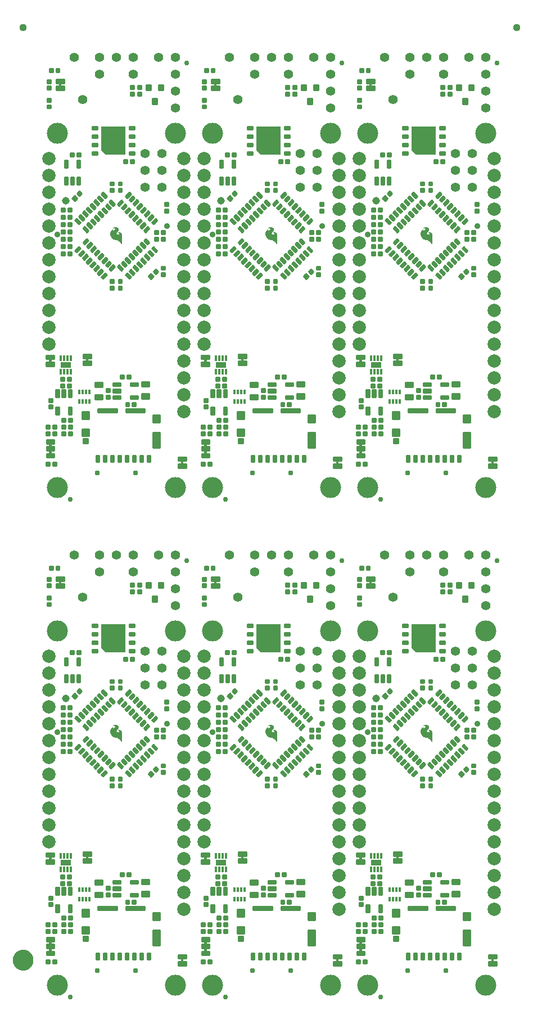
<source format=gbs>
G04 EAGLE Gerber RS-274X export*
G75*
%MOMM*%
%FSLAX34Y34*%
%LPD*%
%INSoldermask Bottom*%
%IPPOS*%
%AMOC8*
5,1,8,0,0,1.08239X$1,22.5*%
G01*
%ADD10C,2.006600*%
%ADD11C,0.777000*%
%ADD12C,0.223409*%
%ADD13C,0.225369*%
%ADD14C,0.228344*%
%ADD15R,0.440000X0.840000*%
%ADD16R,1.520000X0.940000*%
%ADD17C,3.175000*%
%ADD18C,0.762000*%
%ADD19C,0.225719*%
%ADD20C,0.228688*%
%ADD21C,0.235400*%
%ADD22C,1.397000*%
%ADD23C,0.231750*%
%ADD24C,0.230800*%
%ADD25C,1.143000*%
%ADD26C,0.889000*%
%ADD27R,0.400000X0.770000*%
%ADD28C,1.127000*%
%ADD29C,1.270000*%
%ADD30C,1.627000*%

G36*
X595376Y1275806D02*
X595376Y1275806D01*
X595393Y1275803D01*
X595443Y1275825D01*
X595494Y1275840D01*
X595505Y1275853D01*
X595521Y1275860D01*
X595551Y1275905D01*
X595586Y1275945D01*
X595589Y1275962D01*
X595598Y1275977D01*
X595609Y1276050D01*
X595609Y1318300D01*
X595604Y1318316D01*
X595607Y1318333D01*
X595585Y1318383D01*
X595570Y1318434D01*
X595557Y1318445D01*
X595550Y1318461D01*
X595505Y1318491D01*
X595465Y1318526D01*
X595448Y1318529D01*
X595434Y1318538D01*
X595360Y1318549D01*
X559360Y1318549D01*
X559344Y1318544D01*
X559327Y1318547D01*
X559277Y1318525D01*
X559226Y1318510D01*
X559215Y1318497D01*
X559199Y1318490D01*
X559169Y1318445D01*
X559134Y1318405D01*
X559131Y1318388D01*
X559122Y1318374D01*
X559111Y1318300D01*
X559111Y1282550D01*
X559128Y1282492D01*
X559140Y1282434D01*
X559148Y1282422D01*
X559150Y1282416D01*
X559158Y1282409D01*
X559184Y1282374D01*
X565684Y1275874D01*
X565736Y1275845D01*
X565787Y1275812D01*
X565801Y1275810D01*
X565806Y1275807D01*
X565817Y1275807D01*
X565860Y1275801D01*
X595360Y1275801D01*
X595376Y1275806D01*
G37*
G36*
X128016Y1275806D02*
X128016Y1275806D01*
X128033Y1275803D01*
X128083Y1275825D01*
X128134Y1275840D01*
X128145Y1275853D01*
X128161Y1275860D01*
X128191Y1275905D01*
X128226Y1275945D01*
X128229Y1275962D01*
X128238Y1275977D01*
X128249Y1276050D01*
X128249Y1318300D01*
X128244Y1318316D01*
X128247Y1318333D01*
X128225Y1318383D01*
X128210Y1318434D01*
X128197Y1318445D01*
X128190Y1318461D01*
X128145Y1318491D01*
X128105Y1318526D01*
X128088Y1318529D01*
X128074Y1318538D01*
X128000Y1318549D01*
X92000Y1318549D01*
X91984Y1318544D01*
X91967Y1318547D01*
X91917Y1318525D01*
X91866Y1318510D01*
X91855Y1318497D01*
X91839Y1318490D01*
X91809Y1318445D01*
X91774Y1318405D01*
X91771Y1318388D01*
X91762Y1318374D01*
X91751Y1318300D01*
X91751Y1282550D01*
X91768Y1282492D01*
X91780Y1282434D01*
X91788Y1282422D01*
X91790Y1282416D01*
X91798Y1282409D01*
X91824Y1282374D01*
X98324Y1275874D01*
X98376Y1275845D01*
X98427Y1275812D01*
X98441Y1275810D01*
X98446Y1275807D01*
X98457Y1275807D01*
X98500Y1275801D01*
X128000Y1275801D01*
X128016Y1275806D01*
G37*
G36*
X361696Y1275806D02*
X361696Y1275806D01*
X361713Y1275803D01*
X361763Y1275825D01*
X361814Y1275840D01*
X361825Y1275853D01*
X361841Y1275860D01*
X361871Y1275905D01*
X361906Y1275945D01*
X361909Y1275962D01*
X361918Y1275977D01*
X361929Y1276050D01*
X361929Y1318300D01*
X361924Y1318316D01*
X361927Y1318333D01*
X361905Y1318383D01*
X361890Y1318434D01*
X361877Y1318445D01*
X361870Y1318461D01*
X361825Y1318491D01*
X361785Y1318526D01*
X361768Y1318529D01*
X361754Y1318538D01*
X361680Y1318549D01*
X325680Y1318549D01*
X325664Y1318544D01*
X325647Y1318547D01*
X325597Y1318525D01*
X325546Y1318510D01*
X325535Y1318497D01*
X325519Y1318490D01*
X325489Y1318445D01*
X325454Y1318405D01*
X325451Y1318388D01*
X325442Y1318374D01*
X325431Y1318300D01*
X325431Y1282550D01*
X325448Y1282492D01*
X325460Y1282434D01*
X325468Y1282422D01*
X325470Y1282416D01*
X325478Y1282409D01*
X325504Y1282374D01*
X332004Y1275874D01*
X332056Y1275845D01*
X332107Y1275812D01*
X332121Y1275810D01*
X332126Y1275807D01*
X332137Y1275807D01*
X332180Y1275801D01*
X361680Y1275801D01*
X361696Y1275806D01*
G37*
G36*
X361696Y526506D02*
X361696Y526506D01*
X361713Y526503D01*
X361763Y526525D01*
X361814Y526540D01*
X361825Y526553D01*
X361841Y526560D01*
X361871Y526605D01*
X361906Y526645D01*
X361909Y526662D01*
X361918Y526677D01*
X361929Y526750D01*
X361929Y569000D01*
X361924Y569016D01*
X361927Y569033D01*
X361905Y569083D01*
X361890Y569134D01*
X361877Y569145D01*
X361870Y569161D01*
X361825Y569191D01*
X361785Y569226D01*
X361768Y569229D01*
X361754Y569238D01*
X361680Y569249D01*
X325680Y569249D01*
X325664Y569244D01*
X325647Y569247D01*
X325597Y569225D01*
X325546Y569210D01*
X325535Y569197D01*
X325519Y569190D01*
X325489Y569145D01*
X325454Y569105D01*
X325451Y569088D01*
X325442Y569074D01*
X325431Y569000D01*
X325431Y533250D01*
X325448Y533192D01*
X325460Y533134D01*
X325468Y533122D01*
X325470Y533116D01*
X325478Y533109D01*
X325504Y533074D01*
X332004Y526574D01*
X332056Y526545D01*
X332107Y526512D01*
X332121Y526510D01*
X332126Y526507D01*
X332137Y526507D01*
X332180Y526501D01*
X361680Y526501D01*
X361696Y526506D01*
G37*
G36*
X595376Y526506D02*
X595376Y526506D01*
X595393Y526503D01*
X595443Y526525D01*
X595494Y526540D01*
X595505Y526553D01*
X595521Y526560D01*
X595551Y526605D01*
X595586Y526645D01*
X595589Y526662D01*
X595598Y526677D01*
X595609Y526750D01*
X595609Y569000D01*
X595604Y569016D01*
X595607Y569033D01*
X595585Y569083D01*
X595570Y569134D01*
X595557Y569145D01*
X595550Y569161D01*
X595505Y569191D01*
X595465Y569226D01*
X595448Y569229D01*
X595434Y569238D01*
X595360Y569249D01*
X559360Y569249D01*
X559344Y569244D01*
X559327Y569247D01*
X559277Y569225D01*
X559226Y569210D01*
X559215Y569197D01*
X559199Y569190D01*
X559169Y569145D01*
X559134Y569105D01*
X559131Y569088D01*
X559122Y569074D01*
X559111Y569000D01*
X559111Y533250D01*
X559128Y533192D01*
X559140Y533134D01*
X559148Y533122D01*
X559150Y533116D01*
X559158Y533109D01*
X559184Y533074D01*
X565684Y526574D01*
X565736Y526545D01*
X565787Y526512D01*
X565801Y526510D01*
X565806Y526507D01*
X565817Y526507D01*
X565860Y526501D01*
X595360Y526501D01*
X595376Y526506D01*
G37*
G36*
X128016Y526506D02*
X128016Y526506D01*
X128033Y526503D01*
X128083Y526525D01*
X128134Y526540D01*
X128145Y526553D01*
X128161Y526560D01*
X128191Y526605D01*
X128226Y526645D01*
X128229Y526662D01*
X128238Y526677D01*
X128249Y526750D01*
X128249Y569000D01*
X128244Y569016D01*
X128247Y569033D01*
X128225Y569083D01*
X128210Y569134D01*
X128197Y569145D01*
X128190Y569161D01*
X128145Y569191D01*
X128105Y569226D01*
X128088Y569229D01*
X128074Y569238D01*
X128000Y569249D01*
X92000Y569249D01*
X91984Y569244D01*
X91967Y569247D01*
X91917Y569225D01*
X91866Y569210D01*
X91855Y569197D01*
X91839Y569190D01*
X91809Y569145D01*
X91774Y569105D01*
X91771Y569088D01*
X91762Y569074D01*
X91751Y569000D01*
X91751Y533250D01*
X91768Y533192D01*
X91780Y533134D01*
X91788Y533122D01*
X91790Y533116D01*
X91798Y533109D01*
X91824Y533074D01*
X98324Y526574D01*
X98376Y526545D01*
X98427Y526512D01*
X98441Y526510D01*
X98446Y526507D01*
X98457Y526507D01*
X98500Y526501D01*
X128000Y526501D01*
X128016Y526506D01*
G37*
G36*
X589965Y1141022D02*
X589965Y1141022D01*
X589991Y1141023D01*
X590045Y1141053D01*
X590103Y1141075D01*
X590120Y1141094D01*
X590143Y1141106D01*
X590178Y1141157D01*
X590220Y1141202D01*
X590228Y1141227D01*
X590243Y1141248D01*
X590259Y1141332D01*
X590270Y1141368D01*
X590268Y1141378D01*
X590270Y1141390D01*
X590270Y1155090D01*
X590266Y1155110D01*
X590267Y1155137D01*
X590167Y1155937D01*
X590159Y1155961D01*
X590156Y1155994D01*
X589956Y1156694D01*
X589937Y1156728D01*
X589916Y1156786D01*
X589316Y1157786D01*
X589296Y1157806D01*
X589228Y1157887D01*
X588728Y1158287D01*
X588723Y1158289D01*
X588718Y1158294D01*
X588318Y1158594D01*
X588283Y1158609D01*
X588231Y1158643D01*
X587731Y1158843D01*
X587702Y1158847D01*
X587665Y1158863D01*
X587165Y1158963D01*
X587159Y1158963D01*
X587153Y1158965D01*
X586553Y1159065D01*
X586526Y1159063D01*
X586490Y1159070D01*
X585290Y1159070D01*
X585275Y1159067D01*
X585260Y1159069D01*
X585128Y1159032D01*
X585121Y1159031D01*
X585121Y1159030D01*
X585120Y1159030D01*
X584744Y1158842D01*
X584720Y1158830D01*
X584701Y1158814D01*
X584677Y1158805D01*
X584635Y1158759D01*
X584587Y1158719D01*
X584577Y1158697D01*
X584560Y1158678D01*
X584542Y1158618D01*
X584516Y1158561D01*
X584518Y1158536D01*
X584510Y1158512D01*
X584521Y1158450D01*
X584524Y1158388D01*
X584536Y1158366D01*
X584540Y1158341D01*
X584589Y1158268D01*
X584607Y1158236D01*
X584615Y1158231D01*
X584621Y1158221D01*
X584721Y1158121D01*
X584753Y1158101D01*
X584820Y1158050D01*
X585220Y1157850D01*
X585243Y1157844D01*
X585270Y1157829D01*
X585485Y1157758D01*
X585958Y1157285D01*
X586010Y1157128D01*
X586010Y1156852D01*
X585945Y1156659D01*
X585795Y1156432D01*
X585276Y1155914D01*
X584881Y1155756D01*
X584452Y1155670D01*
X583737Y1155670D01*
X583046Y1155843D01*
X582550Y1156174D01*
X582229Y1156575D01*
X582070Y1157052D01*
X582070Y1157621D01*
X582317Y1158279D01*
X582959Y1158921D01*
X582964Y1158930D01*
X582974Y1158937D01*
X583774Y1159837D01*
X583775Y1159839D01*
X583776Y1159840D01*
X584476Y1160640D01*
X584492Y1160669D01*
X584522Y1160705D01*
X585022Y1161605D01*
X585033Y1161643D01*
X585061Y1161708D01*
X585261Y1162608D01*
X585261Y1162610D01*
X585262Y1162612D01*
X585261Y1162641D01*
X585270Y1162690D01*
X585270Y1163490D01*
X585262Y1163527D01*
X585251Y1163610D01*
X584951Y1164510D01*
X584932Y1164541D01*
X584912Y1164592D01*
X584412Y1165392D01*
X584391Y1165413D01*
X584323Y1165490D01*
X583423Y1166190D01*
X583399Y1166201D01*
X583372Y1166224D01*
X582272Y1166824D01*
X582253Y1166829D01*
X582239Y1166839D01*
X582206Y1166846D01*
X582158Y1166864D01*
X581058Y1167064D01*
X581029Y1167063D01*
X580990Y1167070D01*
X579990Y1167070D01*
X579957Y1167063D01*
X579908Y1167061D01*
X579008Y1166861D01*
X578975Y1166845D01*
X578920Y1166830D01*
X578914Y1166827D01*
X578154Y1166447D01*
X577520Y1166130D01*
X577498Y1166112D01*
X577462Y1166094D01*
X577062Y1165794D01*
X577047Y1165776D01*
X577021Y1165759D01*
X576921Y1165659D01*
X576908Y1165637D01*
X576888Y1165621D01*
X576862Y1165564D01*
X576830Y1165512D01*
X576827Y1165486D01*
X576817Y1165462D01*
X576819Y1165401D01*
X576813Y1165339D01*
X576822Y1165315D01*
X576823Y1165289D01*
X576853Y1165235D01*
X576875Y1165177D01*
X576894Y1165160D01*
X576906Y1165137D01*
X576957Y1165102D01*
X577002Y1165060D01*
X577027Y1165052D01*
X577048Y1165037D01*
X577132Y1165021D01*
X577168Y1165010D01*
X577178Y1165012D01*
X577190Y1165010D01*
X577290Y1165010D01*
X577305Y1165013D01*
X577320Y1165011D01*
X577452Y1165048D01*
X577459Y1165049D01*
X577459Y1165050D01*
X577460Y1165050D01*
X577580Y1165110D01*
X578043Y1165110D01*
X578398Y1165021D01*
X578406Y1165021D01*
X578415Y1165017D01*
X578866Y1164927D01*
X579189Y1164765D01*
X579510Y1164525D01*
X579661Y1164299D01*
X579738Y1164144D01*
X579810Y1163928D01*
X579810Y1163437D01*
X579737Y1163146D01*
X579395Y1162632D01*
X578840Y1162078D01*
X578470Y1161801D01*
X578199Y1161620D01*
X577967Y1161504D01*
X577857Y1161449D01*
X577143Y1161270D01*
X576952Y1161270D01*
X576795Y1161322D01*
X576603Y1161515D01*
X576542Y1161636D01*
X576470Y1161852D01*
X576470Y1162690D01*
X576458Y1162741D01*
X576457Y1162785D01*
X576449Y1162799D01*
X576445Y1162826D01*
X576435Y1162841D01*
X576431Y1162859D01*
X576389Y1162910D01*
X576374Y1162937D01*
X576366Y1162942D01*
X576348Y1162970D01*
X576332Y1162979D01*
X576321Y1162992D01*
X576257Y1163021D01*
X576245Y1163028D01*
X576232Y1163037D01*
X576228Y1163038D01*
X576197Y1163055D01*
X576179Y1163056D01*
X576162Y1163063D01*
X576106Y1163061D01*
X576090Y1163064D01*
X576080Y1163064D01*
X576070Y1163062D01*
X576024Y1163064D01*
X576005Y1163057D01*
X575989Y1163057D01*
X575955Y1163038D01*
X575934Y1163030D01*
X575912Y1163025D01*
X575904Y1163018D01*
X575888Y1163012D01*
X575088Y1162512D01*
X575061Y1162485D01*
X575006Y1162443D01*
X574206Y1161543D01*
X574193Y1161520D01*
X574169Y1161494D01*
X573469Y1160394D01*
X573457Y1160360D01*
X573429Y1160310D01*
X572929Y1158810D01*
X572927Y1158788D01*
X572916Y1158760D01*
X572616Y1157160D01*
X572618Y1157124D01*
X572610Y1157068D01*
X572710Y1155368D01*
X572719Y1155337D01*
X572722Y1155293D01*
X573222Y1153393D01*
X573240Y1153361D01*
X573258Y1153305D01*
X574258Y1151505D01*
X574275Y1151487D01*
X574290Y1151457D01*
X574990Y1150557D01*
X575006Y1150543D01*
X575021Y1150521D01*
X575821Y1149721D01*
X575831Y1149715D01*
X575840Y1149704D01*
X576640Y1149004D01*
X576665Y1148990D01*
X576694Y1148964D01*
X577694Y1148364D01*
X577719Y1148356D01*
X577749Y1148337D01*
X578749Y1147937D01*
X578768Y1147934D01*
X578790Y1147923D01*
X579890Y1147623D01*
X579907Y1147623D01*
X579928Y1147615D01*
X581128Y1147415D01*
X581154Y1147417D01*
X581190Y1147410D01*
X583059Y1147410D01*
X583556Y1147327D01*
X584454Y1146788D01*
X585411Y1145832D01*
X586601Y1144443D01*
X586612Y1144435D01*
X586621Y1144421D01*
X587809Y1143233D01*
X588298Y1142647D01*
X588310Y1142637D01*
X588321Y1142621D01*
X588788Y1142154D01*
X589064Y1141694D01*
X589089Y1141668D01*
X589121Y1141621D01*
X589621Y1141121D01*
X589643Y1141108D01*
X589659Y1141088D01*
X589716Y1141062D01*
X589768Y1141030D01*
X589794Y1141027D01*
X589818Y1141017D01*
X589879Y1141019D01*
X589941Y1141013D01*
X589965Y1141022D01*
G37*
G36*
X122605Y1141022D02*
X122605Y1141022D01*
X122631Y1141023D01*
X122685Y1141053D01*
X122743Y1141075D01*
X122760Y1141094D01*
X122783Y1141106D01*
X122818Y1141157D01*
X122860Y1141202D01*
X122868Y1141227D01*
X122883Y1141248D01*
X122899Y1141332D01*
X122910Y1141368D01*
X122908Y1141378D01*
X122910Y1141390D01*
X122910Y1155090D01*
X122906Y1155110D01*
X122907Y1155137D01*
X122807Y1155937D01*
X122799Y1155961D01*
X122796Y1155994D01*
X122596Y1156694D01*
X122577Y1156728D01*
X122556Y1156786D01*
X121956Y1157786D01*
X121936Y1157806D01*
X121868Y1157887D01*
X121368Y1158287D01*
X121363Y1158289D01*
X121358Y1158294D01*
X120958Y1158594D01*
X120923Y1158609D01*
X120871Y1158643D01*
X120371Y1158843D01*
X120342Y1158847D01*
X120305Y1158863D01*
X119805Y1158963D01*
X119799Y1158963D01*
X119793Y1158965D01*
X119193Y1159065D01*
X119166Y1159063D01*
X119130Y1159070D01*
X117930Y1159070D01*
X117915Y1159067D01*
X117900Y1159069D01*
X117768Y1159032D01*
X117761Y1159031D01*
X117761Y1159030D01*
X117760Y1159030D01*
X117384Y1158842D01*
X117360Y1158830D01*
X117341Y1158814D01*
X117317Y1158805D01*
X117275Y1158759D01*
X117227Y1158719D01*
X117217Y1158697D01*
X117200Y1158678D01*
X117182Y1158618D01*
X117156Y1158561D01*
X117158Y1158536D01*
X117150Y1158512D01*
X117161Y1158450D01*
X117164Y1158388D01*
X117176Y1158366D01*
X117180Y1158341D01*
X117229Y1158268D01*
X117247Y1158236D01*
X117255Y1158231D01*
X117261Y1158221D01*
X117361Y1158121D01*
X117393Y1158101D01*
X117460Y1158050D01*
X117860Y1157850D01*
X117883Y1157844D01*
X117910Y1157829D01*
X118125Y1157758D01*
X118598Y1157285D01*
X118650Y1157128D01*
X118650Y1156852D01*
X118585Y1156659D01*
X118435Y1156432D01*
X117916Y1155914D01*
X117521Y1155756D01*
X117092Y1155670D01*
X116377Y1155670D01*
X115686Y1155843D01*
X115190Y1156174D01*
X114869Y1156575D01*
X114710Y1157052D01*
X114710Y1157621D01*
X114957Y1158279D01*
X115599Y1158921D01*
X115604Y1158930D01*
X115614Y1158937D01*
X116414Y1159837D01*
X116415Y1159839D01*
X116416Y1159840D01*
X117116Y1160640D01*
X117132Y1160669D01*
X117162Y1160705D01*
X117662Y1161605D01*
X117673Y1161643D01*
X117701Y1161708D01*
X117901Y1162608D01*
X117901Y1162610D01*
X117902Y1162612D01*
X117901Y1162641D01*
X117910Y1162690D01*
X117910Y1163490D01*
X117902Y1163527D01*
X117891Y1163610D01*
X117591Y1164510D01*
X117572Y1164541D01*
X117552Y1164592D01*
X117052Y1165392D01*
X117031Y1165413D01*
X116963Y1165490D01*
X116063Y1166190D01*
X116039Y1166201D01*
X116012Y1166224D01*
X114912Y1166824D01*
X114893Y1166829D01*
X114879Y1166839D01*
X114846Y1166846D01*
X114798Y1166864D01*
X113698Y1167064D01*
X113669Y1167063D01*
X113630Y1167070D01*
X112630Y1167070D01*
X112597Y1167063D01*
X112548Y1167061D01*
X111648Y1166861D01*
X111615Y1166845D01*
X111560Y1166830D01*
X111554Y1166827D01*
X110794Y1166447D01*
X110160Y1166130D01*
X110138Y1166112D01*
X110102Y1166094D01*
X109702Y1165794D01*
X109687Y1165776D01*
X109661Y1165759D01*
X109561Y1165659D01*
X109548Y1165637D01*
X109528Y1165621D01*
X109502Y1165564D01*
X109470Y1165512D01*
X109467Y1165486D01*
X109457Y1165462D01*
X109459Y1165401D01*
X109453Y1165339D01*
X109462Y1165315D01*
X109463Y1165289D01*
X109493Y1165235D01*
X109515Y1165177D01*
X109534Y1165160D01*
X109546Y1165137D01*
X109597Y1165102D01*
X109642Y1165060D01*
X109667Y1165052D01*
X109688Y1165037D01*
X109772Y1165021D01*
X109808Y1165010D01*
X109818Y1165012D01*
X109830Y1165010D01*
X109930Y1165010D01*
X109945Y1165013D01*
X109960Y1165011D01*
X110092Y1165048D01*
X110099Y1165049D01*
X110099Y1165050D01*
X110100Y1165050D01*
X110220Y1165110D01*
X110683Y1165110D01*
X111038Y1165021D01*
X111046Y1165021D01*
X111055Y1165017D01*
X111506Y1164927D01*
X111829Y1164765D01*
X112150Y1164525D01*
X112301Y1164299D01*
X112378Y1164144D01*
X112450Y1163928D01*
X112450Y1163437D01*
X112377Y1163146D01*
X112035Y1162632D01*
X111480Y1162078D01*
X111110Y1161801D01*
X110839Y1161620D01*
X110607Y1161504D01*
X110497Y1161449D01*
X109783Y1161270D01*
X109592Y1161270D01*
X109435Y1161322D01*
X109243Y1161515D01*
X109182Y1161636D01*
X109110Y1161852D01*
X109110Y1162690D01*
X109098Y1162741D01*
X109097Y1162785D01*
X109089Y1162799D01*
X109085Y1162826D01*
X109075Y1162841D01*
X109071Y1162859D01*
X109029Y1162910D01*
X109014Y1162937D01*
X109006Y1162942D01*
X108988Y1162970D01*
X108972Y1162979D01*
X108961Y1162992D01*
X108897Y1163021D01*
X108885Y1163028D01*
X108872Y1163037D01*
X108868Y1163038D01*
X108837Y1163055D01*
X108819Y1163056D01*
X108802Y1163063D01*
X108746Y1163061D01*
X108730Y1163064D01*
X108720Y1163064D01*
X108710Y1163062D01*
X108664Y1163064D01*
X108645Y1163057D01*
X108629Y1163057D01*
X108595Y1163038D01*
X108574Y1163030D01*
X108552Y1163025D01*
X108544Y1163018D01*
X108528Y1163012D01*
X107728Y1162512D01*
X107701Y1162485D01*
X107646Y1162443D01*
X106846Y1161543D01*
X106833Y1161520D01*
X106809Y1161494D01*
X106109Y1160394D01*
X106097Y1160360D01*
X106069Y1160310D01*
X105569Y1158810D01*
X105567Y1158788D01*
X105556Y1158760D01*
X105256Y1157160D01*
X105258Y1157124D01*
X105250Y1157068D01*
X105350Y1155368D01*
X105359Y1155337D01*
X105362Y1155293D01*
X105862Y1153393D01*
X105880Y1153361D01*
X105898Y1153305D01*
X106898Y1151505D01*
X106915Y1151487D01*
X106930Y1151457D01*
X107630Y1150557D01*
X107646Y1150543D01*
X107661Y1150521D01*
X108461Y1149721D01*
X108471Y1149715D01*
X108480Y1149704D01*
X109280Y1149004D01*
X109305Y1148990D01*
X109334Y1148964D01*
X110334Y1148364D01*
X110359Y1148356D01*
X110389Y1148337D01*
X111389Y1147937D01*
X111408Y1147934D01*
X111430Y1147923D01*
X112530Y1147623D01*
X112547Y1147623D01*
X112568Y1147615D01*
X113768Y1147415D01*
X113794Y1147417D01*
X113830Y1147410D01*
X115699Y1147410D01*
X116196Y1147327D01*
X117094Y1146788D01*
X118051Y1145832D01*
X119241Y1144443D01*
X119252Y1144435D01*
X119261Y1144421D01*
X120449Y1143233D01*
X120938Y1142647D01*
X120950Y1142637D01*
X120961Y1142621D01*
X121428Y1142154D01*
X121704Y1141694D01*
X121729Y1141668D01*
X121761Y1141621D01*
X122261Y1141121D01*
X122283Y1141108D01*
X122299Y1141088D01*
X122356Y1141062D01*
X122408Y1141030D01*
X122434Y1141027D01*
X122458Y1141017D01*
X122519Y1141019D01*
X122581Y1141013D01*
X122605Y1141022D01*
G37*
G36*
X356285Y1141022D02*
X356285Y1141022D01*
X356311Y1141023D01*
X356365Y1141053D01*
X356423Y1141075D01*
X356440Y1141094D01*
X356463Y1141106D01*
X356498Y1141157D01*
X356540Y1141202D01*
X356548Y1141227D01*
X356563Y1141248D01*
X356579Y1141332D01*
X356590Y1141368D01*
X356588Y1141378D01*
X356590Y1141390D01*
X356590Y1155090D01*
X356586Y1155110D01*
X356587Y1155137D01*
X356487Y1155937D01*
X356479Y1155961D01*
X356476Y1155994D01*
X356276Y1156694D01*
X356257Y1156728D01*
X356236Y1156786D01*
X355636Y1157786D01*
X355616Y1157806D01*
X355548Y1157887D01*
X355048Y1158287D01*
X355043Y1158289D01*
X355038Y1158294D01*
X354638Y1158594D01*
X354603Y1158609D01*
X354551Y1158643D01*
X354051Y1158843D01*
X354022Y1158847D01*
X353985Y1158863D01*
X353485Y1158963D01*
X353479Y1158963D01*
X353473Y1158965D01*
X352873Y1159065D01*
X352846Y1159063D01*
X352810Y1159070D01*
X351610Y1159070D01*
X351595Y1159067D01*
X351580Y1159069D01*
X351448Y1159032D01*
X351441Y1159031D01*
X351441Y1159030D01*
X351440Y1159030D01*
X351064Y1158842D01*
X351040Y1158830D01*
X351021Y1158814D01*
X350997Y1158805D01*
X350955Y1158759D01*
X350907Y1158719D01*
X350897Y1158697D01*
X350880Y1158678D01*
X350862Y1158618D01*
X350836Y1158561D01*
X350838Y1158536D01*
X350830Y1158512D01*
X350841Y1158450D01*
X350844Y1158388D01*
X350856Y1158366D01*
X350860Y1158341D01*
X350909Y1158268D01*
X350927Y1158236D01*
X350935Y1158231D01*
X350941Y1158221D01*
X351041Y1158121D01*
X351073Y1158101D01*
X351140Y1158050D01*
X351540Y1157850D01*
X351563Y1157844D01*
X351590Y1157829D01*
X351805Y1157758D01*
X352278Y1157285D01*
X352330Y1157128D01*
X352330Y1156852D01*
X352265Y1156659D01*
X352115Y1156432D01*
X351596Y1155914D01*
X351201Y1155756D01*
X350772Y1155670D01*
X350057Y1155670D01*
X349366Y1155843D01*
X348870Y1156174D01*
X348549Y1156575D01*
X348390Y1157052D01*
X348390Y1157621D01*
X348637Y1158279D01*
X349279Y1158921D01*
X349284Y1158930D01*
X349294Y1158937D01*
X350094Y1159837D01*
X350095Y1159839D01*
X350096Y1159840D01*
X350796Y1160640D01*
X350812Y1160669D01*
X350842Y1160705D01*
X351342Y1161605D01*
X351353Y1161643D01*
X351381Y1161708D01*
X351581Y1162608D01*
X351581Y1162610D01*
X351582Y1162612D01*
X351581Y1162641D01*
X351590Y1162690D01*
X351590Y1163490D01*
X351582Y1163527D01*
X351571Y1163610D01*
X351271Y1164510D01*
X351252Y1164541D01*
X351232Y1164592D01*
X350732Y1165392D01*
X350711Y1165413D01*
X350643Y1165490D01*
X349743Y1166190D01*
X349719Y1166201D01*
X349692Y1166224D01*
X348592Y1166824D01*
X348573Y1166829D01*
X348559Y1166839D01*
X348526Y1166846D01*
X348478Y1166864D01*
X347378Y1167064D01*
X347349Y1167063D01*
X347310Y1167070D01*
X346310Y1167070D01*
X346277Y1167063D01*
X346228Y1167061D01*
X345328Y1166861D01*
X345295Y1166845D01*
X345240Y1166830D01*
X345234Y1166827D01*
X344474Y1166447D01*
X343840Y1166130D01*
X343818Y1166112D01*
X343782Y1166094D01*
X343382Y1165794D01*
X343367Y1165776D01*
X343341Y1165759D01*
X343241Y1165659D01*
X343228Y1165637D01*
X343208Y1165621D01*
X343182Y1165564D01*
X343150Y1165512D01*
X343147Y1165486D01*
X343137Y1165462D01*
X343139Y1165401D01*
X343133Y1165339D01*
X343142Y1165315D01*
X343143Y1165289D01*
X343173Y1165235D01*
X343195Y1165177D01*
X343214Y1165160D01*
X343226Y1165137D01*
X343277Y1165102D01*
X343322Y1165060D01*
X343347Y1165052D01*
X343368Y1165037D01*
X343452Y1165021D01*
X343488Y1165010D01*
X343498Y1165012D01*
X343510Y1165010D01*
X343610Y1165010D01*
X343625Y1165013D01*
X343640Y1165011D01*
X343772Y1165048D01*
X343779Y1165049D01*
X343779Y1165050D01*
X343780Y1165050D01*
X343900Y1165110D01*
X344363Y1165110D01*
X344718Y1165021D01*
X344726Y1165021D01*
X344735Y1165017D01*
X345186Y1164927D01*
X345509Y1164765D01*
X345830Y1164525D01*
X345981Y1164299D01*
X346058Y1164144D01*
X346130Y1163928D01*
X346130Y1163437D01*
X346057Y1163146D01*
X345715Y1162632D01*
X345160Y1162078D01*
X344790Y1161801D01*
X344519Y1161620D01*
X344287Y1161504D01*
X344177Y1161449D01*
X343463Y1161270D01*
X343272Y1161270D01*
X343115Y1161322D01*
X342923Y1161515D01*
X342862Y1161636D01*
X342790Y1161852D01*
X342790Y1162690D01*
X342778Y1162741D01*
X342777Y1162785D01*
X342769Y1162799D01*
X342765Y1162826D01*
X342755Y1162841D01*
X342751Y1162859D01*
X342709Y1162910D01*
X342694Y1162937D01*
X342686Y1162942D01*
X342668Y1162970D01*
X342652Y1162979D01*
X342641Y1162992D01*
X342577Y1163021D01*
X342565Y1163028D01*
X342552Y1163037D01*
X342548Y1163038D01*
X342517Y1163055D01*
X342499Y1163056D01*
X342482Y1163063D01*
X342426Y1163061D01*
X342410Y1163064D01*
X342400Y1163064D01*
X342390Y1163062D01*
X342344Y1163064D01*
X342325Y1163057D01*
X342309Y1163057D01*
X342275Y1163038D01*
X342254Y1163030D01*
X342232Y1163025D01*
X342224Y1163018D01*
X342208Y1163012D01*
X341408Y1162512D01*
X341381Y1162485D01*
X341326Y1162443D01*
X340526Y1161543D01*
X340513Y1161520D01*
X340489Y1161494D01*
X339789Y1160394D01*
X339777Y1160360D01*
X339749Y1160310D01*
X339249Y1158810D01*
X339247Y1158788D01*
X339236Y1158760D01*
X338936Y1157160D01*
X338938Y1157124D01*
X338930Y1157068D01*
X339030Y1155368D01*
X339039Y1155337D01*
X339042Y1155293D01*
X339542Y1153393D01*
X339560Y1153361D01*
X339578Y1153305D01*
X340578Y1151505D01*
X340595Y1151487D01*
X340610Y1151457D01*
X341310Y1150557D01*
X341326Y1150543D01*
X341341Y1150521D01*
X342141Y1149721D01*
X342151Y1149715D01*
X342160Y1149704D01*
X342960Y1149004D01*
X342985Y1148990D01*
X343014Y1148964D01*
X344014Y1148364D01*
X344039Y1148356D01*
X344069Y1148337D01*
X345069Y1147937D01*
X345088Y1147934D01*
X345110Y1147923D01*
X346210Y1147623D01*
X346227Y1147623D01*
X346248Y1147615D01*
X347448Y1147415D01*
X347474Y1147417D01*
X347510Y1147410D01*
X349379Y1147410D01*
X349876Y1147327D01*
X350774Y1146788D01*
X351731Y1145832D01*
X352921Y1144443D01*
X352932Y1144435D01*
X352941Y1144421D01*
X354129Y1143233D01*
X354618Y1142647D01*
X354630Y1142637D01*
X354641Y1142621D01*
X355108Y1142154D01*
X355384Y1141694D01*
X355409Y1141668D01*
X355441Y1141621D01*
X355941Y1141121D01*
X355963Y1141108D01*
X355979Y1141088D01*
X356036Y1141062D01*
X356088Y1141030D01*
X356114Y1141027D01*
X356138Y1141017D01*
X356199Y1141019D01*
X356261Y1141013D01*
X356285Y1141022D01*
G37*
G36*
X122605Y391722D02*
X122605Y391722D01*
X122631Y391723D01*
X122685Y391753D01*
X122743Y391775D01*
X122760Y391794D01*
X122783Y391806D01*
X122818Y391857D01*
X122860Y391902D01*
X122868Y391927D01*
X122883Y391948D01*
X122899Y392032D01*
X122910Y392068D01*
X122908Y392078D01*
X122910Y392090D01*
X122910Y405790D01*
X122906Y405810D01*
X122907Y405837D01*
X122807Y406637D01*
X122799Y406661D01*
X122796Y406694D01*
X122596Y407394D01*
X122577Y407428D01*
X122556Y407486D01*
X121956Y408486D01*
X121936Y408506D01*
X121868Y408587D01*
X121368Y408987D01*
X121363Y408989D01*
X121358Y408994D01*
X120958Y409294D01*
X120923Y409309D01*
X120871Y409343D01*
X120371Y409543D01*
X120342Y409547D01*
X120305Y409563D01*
X119805Y409663D01*
X119799Y409663D01*
X119793Y409665D01*
X119193Y409765D01*
X119166Y409763D01*
X119130Y409770D01*
X117930Y409770D01*
X117915Y409767D01*
X117900Y409769D01*
X117768Y409732D01*
X117761Y409731D01*
X117761Y409730D01*
X117760Y409730D01*
X117384Y409542D01*
X117360Y409530D01*
X117341Y409514D01*
X117317Y409505D01*
X117275Y409459D01*
X117227Y409419D01*
X117217Y409397D01*
X117200Y409378D01*
X117182Y409318D01*
X117156Y409261D01*
X117158Y409236D01*
X117150Y409212D01*
X117161Y409150D01*
X117164Y409088D01*
X117176Y409066D01*
X117180Y409041D01*
X117229Y408968D01*
X117247Y408936D01*
X117255Y408931D01*
X117261Y408921D01*
X117361Y408821D01*
X117393Y408801D01*
X117460Y408750D01*
X117860Y408550D01*
X117883Y408544D01*
X117910Y408529D01*
X118125Y408458D01*
X118598Y407985D01*
X118650Y407828D01*
X118650Y407552D01*
X118585Y407359D01*
X118435Y407132D01*
X117916Y406614D01*
X117521Y406456D01*
X117092Y406370D01*
X116377Y406370D01*
X115686Y406543D01*
X115190Y406874D01*
X114869Y407275D01*
X114710Y407752D01*
X114710Y408321D01*
X114957Y408979D01*
X115599Y409621D01*
X115604Y409630D01*
X115614Y409637D01*
X116414Y410537D01*
X116415Y410539D01*
X116416Y410540D01*
X117116Y411340D01*
X117132Y411369D01*
X117162Y411405D01*
X117662Y412305D01*
X117673Y412343D01*
X117701Y412408D01*
X117901Y413308D01*
X117901Y413310D01*
X117902Y413312D01*
X117901Y413341D01*
X117910Y413390D01*
X117910Y414190D01*
X117902Y414227D01*
X117891Y414310D01*
X117591Y415210D01*
X117572Y415241D01*
X117552Y415292D01*
X117052Y416092D01*
X117031Y416113D01*
X116963Y416190D01*
X116063Y416890D01*
X116039Y416901D01*
X116012Y416924D01*
X114912Y417524D01*
X114893Y417529D01*
X114879Y417539D01*
X114846Y417546D01*
X114798Y417564D01*
X113698Y417764D01*
X113669Y417763D01*
X113630Y417770D01*
X112630Y417770D01*
X112597Y417763D01*
X112548Y417761D01*
X111648Y417561D01*
X111615Y417545D01*
X111560Y417530D01*
X111554Y417527D01*
X110794Y417147D01*
X110160Y416830D01*
X110138Y416812D01*
X110102Y416794D01*
X109702Y416494D01*
X109687Y416476D01*
X109661Y416459D01*
X109561Y416359D01*
X109548Y416337D01*
X109528Y416321D01*
X109502Y416264D01*
X109470Y416212D01*
X109467Y416186D01*
X109457Y416162D01*
X109459Y416101D01*
X109453Y416039D01*
X109462Y416015D01*
X109463Y415989D01*
X109493Y415935D01*
X109515Y415877D01*
X109534Y415860D01*
X109546Y415837D01*
X109597Y415802D01*
X109642Y415760D01*
X109667Y415752D01*
X109688Y415737D01*
X109772Y415721D01*
X109808Y415710D01*
X109818Y415712D01*
X109830Y415710D01*
X109930Y415710D01*
X109945Y415713D01*
X109960Y415711D01*
X110092Y415748D01*
X110099Y415749D01*
X110099Y415750D01*
X110100Y415750D01*
X110220Y415810D01*
X110683Y415810D01*
X111038Y415721D01*
X111046Y415721D01*
X111055Y415717D01*
X111506Y415627D01*
X111829Y415465D01*
X112150Y415225D01*
X112301Y414999D01*
X112378Y414844D01*
X112450Y414628D01*
X112450Y414137D01*
X112377Y413846D01*
X112035Y413332D01*
X111480Y412778D01*
X111110Y412501D01*
X110839Y412320D01*
X110607Y412204D01*
X110497Y412149D01*
X109783Y411970D01*
X109592Y411970D01*
X109435Y412022D01*
X109243Y412215D01*
X109182Y412336D01*
X109110Y412552D01*
X109110Y413390D01*
X109098Y413441D01*
X109097Y413485D01*
X109089Y413499D01*
X109085Y413526D01*
X109075Y413541D01*
X109071Y413559D01*
X109029Y413610D01*
X109014Y413637D01*
X109006Y413642D01*
X108988Y413670D01*
X108972Y413679D01*
X108961Y413692D01*
X108897Y413721D01*
X108885Y413728D01*
X108872Y413737D01*
X108868Y413738D01*
X108837Y413755D01*
X108819Y413756D01*
X108802Y413763D01*
X108746Y413761D01*
X108730Y413764D01*
X108720Y413764D01*
X108710Y413762D01*
X108664Y413764D01*
X108645Y413757D01*
X108629Y413757D01*
X108595Y413738D01*
X108574Y413730D01*
X108552Y413725D01*
X108544Y413718D01*
X108528Y413712D01*
X107728Y413212D01*
X107701Y413185D01*
X107646Y413143D01*
X106846Y412243D01*
X106833Y412220D01*
X106809Y412194D01*
X106109Y411094D01*
X106097Y411060D01*
X106069Y411010D01*
X105569Y409510D01*
X105567Y409488D01*
X105556Y409460D01*
X105256Y407860D01*
X105258Y407824D01*
X105250Y407768D01*
X105350Y406068D01*
X105359Y406037D01*
X105362Y405993D01*
X105862Y404093D01*
X105880Y404061D01*
X105898Y404005D01*
X106898Y402205D01*
X106915Y402187D01*
X106930Y402157D01*
X107630Y401257D01*
X107646Y401243D01*
X107661Y401221D01*
X108461Y400421D01*
X108471Y400415D01*
X108480Y400404D01*
X109280Y399704D01*
X109305Y399690D01*
X109334Y399664D01*
X110334Y399064D01*
X110359Y399056D01*
X110389Y399037D01*
X111389Y398637D01*
X111408Y398634D01*
X111430Y398623D01*
X112530Y398323D01*
X112547Y398323D01*
X112568Y398315D01*
X113768Y398115D01*
X113794Y398117D01*
X113830Y398110D01*
X115699Y398110D01*
X116196Y398027D01*
X117094Y397488D01*
X118051Y396532D01*
X119241Y395143D01*
X119252Y395135D01*
X119261Y395121D01*
X120449Y393933D01*
X120938Y393347D01*
X120950Y393337D01*
X120961Y393321D01*
X121428Y392854D01*
X121704Y392394D01*
X121729Y392368D01*
X121761Y392321D01*
X122261Y391821D01*
X122283Y391808D01*
X122299Y391788D01*
X122356Y391762D01*
X122408Y391730D01*
X122434Y391727D01*
X122458Y391717D01*
X122519Y391719D01*
X122581Y391713D01*
X122605Y391722D01*
G37*
G36*
X356285Y391722D02*
X356285Y391722D01*
X356311Y391723D01*
X356365Y391753D01*
X356423Y391775D01*
X356440Y391794D01*
X356463Y391806D01*
X356498Y391857D01*
X356540Y391902D01*
X356548Y391927D01*
X356563Y391948D01*
X356579Y392032D01*
X356590Y392068D01*
X356588Y392078D01*
X356590Y392090D01*
X356590Y405790D01*
X356586Y405810D01*
X356587Y405837D01*
X356487Y406637D01*
X356479Y406661D01*
X356476Y406694D01*
X356276Y407394D01*
X356257Y407428D01*
X356236Y407486D01*
X355636Y408486D01*
X355616Y408506D01*
X355548Y408587D01*
X355048Y408987D01*
X355043Y408989D01*
X355038Y408994D01*
X354638Y409294D01*
X354603Y409309D01*
X354551Y409343D01*
X354051Y409543D01*
X354022Y409547D01*
X353985Y409563D01*
X353485Y409663D01*
X353479Y409663D01*
X353473Y409665D01*
X352873Y409765D01*
X352846Y409763D01*
X352810Y409770D01*
X351610Y409770D01*
X351595Y409767D01*
X351580Y409769D01*
X351448Y409732D01*
X351441Y409731D01*
X351441Y409730D01*
X351440Y409730D01*
X351064Y409542D01*
X351040Y409530D01*
X351021Y409514D01*
X350997Y409505D01*
X350955Y409459D01*
X350907Y409419D01*
X350897Y409397D01*
X350880Y409378D01*
X350862Y409318D01*
X350836Y409261D01*
X350838Y409236D01*
X350830Y409212D01*
X350841Y409150D01*
X350844Y409088D01*
X350856Y409066D01*
X350860Y409041D01*
X350909Y408968D01*
X350927Y408936D01*
X350935Y408931D01*
X350941Y408921D01*
X351041Y408821D01*
X351073Y408801D01*
X351140Y408750D01*
X351540Y408550D01*
X351563Y408544D01*
X351590Y408529D01*
X351805Y408458D01*
X352278Y407985D01*
X352330Y407828D01*
X352330Y407552D01*
X352265Y407359D01*
X352115Y407132D01*
X351596Y406614D01*
X351201Y406456D01*
X350772Y406370D01*
X350057Y406370D01*
X349366Y406543D01*
X348870Y406874D01*
X348549Y407275D01*
X348390Y407752D01*
X348390Y408321D01*
X348637Y408979D01*
X349279Y409621D01*
X349284Y409630D01*
X349294Y409637D01*
X350094Y410537D01*
X350095Y410539D01*
X350096Y410540D01*
X350796Y411340D01*
X350812Y411369D01*
X350842Y411405D01*
X351342Y412305D01*
X351353Y412343D01*
X351381Y412408D01*
X351581Y413308D01*
X351581Y413310D01*
X351582Y413312D01*
X351581Y413341D01*
X351590Y413390D01*
X351590Y414190D01*
X351582Y414227D01*
X351571Y414310D01*
X351271Y415210D01*
X351252Y415241D01*
X351232Y415292D01*
X350732Y416092D01*
X350711Y416113D01*
X350643Y416190D01*
X349743Y416890D01*
X349719Y416901D01*
X349692Y416924D01*
X348592Y417524D01*
X348573Y417529D01*
X348559Y417539D01*
X348526Y417546D01*
X348478Y417564D01*
X347378Y417764D01*
X347349Y417763D01*
X347310Y417770D01*
X346310Y417770D01*
X346277Y417763D01*
X346228Y417761D01*
X345328Y417561D01*
X345295Y417545D01*
X345240Y417530D01*
X345234Y417527D01*
X344474Y417147D01*
X343840Y416830D01*
X343818Y416812D01*
X343782Y416794D01*
X343382Y416494D01*
X343367Y416476D01*
X343341Y416459D01*
X343241Y416359D01*
X343228Y416337D01*
X343208Y416321D01*
X343182Y416264D01*
X343150Y416212D01*
X343147Y416186D01*
X343137Y416162D01*
X343139Y416101D01*
X343133Y416039D01*
X343142Y416015D01*
X343143Y415989D01*
X343173Y415935D01*
X343195Y415877D01*
X343214Y415860D01*
X343226Y415837D01*
X343277Y415802D01*
X343322Y415760D01*
X343347Y415752D01*
X343368Y415737D01*
X343452Y415721D01*
X343488Y415710D01*
X343498Y415712D01*
X343510Y415710D01*
X343610Y415710D01*
X343625Y415713D01*
X343640Y415711D01*
X343772Y415748D01*
X343779Y415749D01*
X343779Y415750D01*
X343780Y415750D01*
X343900Y415810D01*
X344363Y415810D01*
X344718Y415721D01*
X344726Y415721D01*
X344735Y415717D01*
X345186Y415627D01*
X345509Y415465D01*
X345830Y415225D01*
X345981Y414999D01*
X346058Y414844D01*
X346130Y414628D01*
X346130Y414137D01*
X346057Y413846D01*
X345715Y413332D01*
X345160Y412778D01*
X344790Y412501D01*
X344519Y412320D01*
X344287Y412204D01*
X344177Y412149D01*
X343463Y411970D01*
X343272Y411970D01*
X343115Y412022D01*
X342923Y412215D01*
X342862Y412336D01*
X342790Y412552D01*
X342790Y413390D01*
X342778Y413441D01*
X342777Y413485D01*
X342769Y413499D01*
X342765Y413526D01*
X342755Y413541D01*
X342751Y413559D01*
X342709Y413610D01*
X342694Y413637D01*
X342686Y413642D01*
X342668Y413670D01*
X342652Y413679D01*
X342641Y413692D01*
X342577Y413721D01*
X342565Y413728D01*
X342552Y413737D01*
X342548Y413738D01*
X342517Y413755D01*
X342499Y413756D01*
X342482Y413763D01*
X342426Y413761D01*
X342410Y413764D01*
X342400Y413764D01*
X342390Y413762D01*
X342344Y413764D01*
X342325Y413757D01*
X342309Y413757D01*
X342275Y413738D01*
X342254Y413730D01*
X342232Y413725D01*
X342224Y413718D01*
X342208Y413712D01*
X341408Y413212D01*
X341381Y413185D01*
X341326Y413143D01*
X340526Y412243D01*
X340513Y412220D01*
X340489Y412194D01*
X339789Y411094D01*
X339777Y411060D01*
X339749Y411010D01*
X339249Y409510D01*
X339247Y409488D01*
X339236Y409460D01*
X338936Y407860D01*
X338938Y407824D01*
X338930Y407768D01*
X339030Y406068D01*
X339039Y406037D01*
X339042Y405993D01*
X339542Y404093D01*
X339560Y404061D01*
X339578Y404005D01*
X340578Y402205D01*
X340595Y402187D01*
X340610Y402157D01*
X341310Y401257D01*
X341326Y401243D01*
X341341Y401221D01*
X342141Y400421D01*
X342151Y400415D01*
X342160Y400404D01*
X342960Y399704D01*
X342985Y399690D01*
X343014Y399664D01*
X344014Y399064D01*
X344039Y399056D01*
X344069Y399037D01*
X345069Y398637D01*
X345088Y398634D01*
X345110Y398623D01*
X346210Y398323D01*
X346227Y398323D01*
X346248Y398315D01*
X347448Y398115D01*
X347474Y398117D01*
X347510Y398110D01*
X349379Y398110D01*
X349876Y398027D01*
X350774Y397488D01*
X351731Y396532D01*
X352921Y395143D01*
X352932Y395135D01*
X352941Y395121D01*
X354129Y393933D01*
X354618Y393347D01*
X354630Y393337D01*
X354641Y393321D01*
X355108Y392854D01*
X355384Y392394D01*
X355409Y392368D01*
X355441Y392321D01*
X355941Y391821D01*
X355963Y391808D01*
X355979Y391788D01*
X356036Y391762D01*
X356088Y391730D01*
X356114Y391727D01*
X356138Y391717D01*
X356199Y391719D01*
X356261Y391713D01*
X356285Y391722D01*
G37*
G36*
X589965Y391722D02*
X589965Y391722D01*
X589991Y391723D01*
X590045Y391753D01*
X590103Y391775D01*
X590120Y391794D01*
X590143Y391806D01*
X590178Y391857D01*
X590220Y391902D01*
X590228Y391927D01*
X590243Y391948D01*
X590259Y392032D01*
X590270Y392068D01*
X590268Y392078D01*
X590270Y392090D01*
X590270Y405790D01*
X590266Y405810D01*
X590267Y405837D01*
X590167Y406637D01*
X590159Y406661D01*
X590156Y406694D01*
X589956Y407394D01*
X589937Y407428D01*
X589916Y407486D01*
X589316Y408486D01*
X589296Y408506D01*
X589228Y408587D01*
X588728Y408987D01*
X588723Y408989D01*
X588718Y408994D01*
X588318Y409294D01*
X588283Y409309D01*
X588231Y409343D01*
X587731Y409543D01*
X587702Y409547D01*
X587665Y409563D01*
X587165Y409663D01*
X587159Y409663D01*
X587153Y409665D01*
X586553Y409765D01*
X586526Y409763D01*
X586490Y409770D01*
X585290Y409770D01*
X585275Y409767D01*
X585260Y409769D01*
X585128Y409732D01*
X585121Y409731D01*
X585121Y409730D01*
X585120Y409730D01*
X584744Y409542D01*
X584720Y409530D01*
X584701Y409514D01*
X584677Y409505D01*
X584635Y409459D01*
X584587Y409419D01*
X584577Y409397D01*
X584560Y409378D01*
X584542Y409318D01*
X584516Y409261D01*
X584518Y409236D01*
X584510Y409212D01*
X584521Y409150D01*
X584524Y409088D01*
X584536Y409066D01*
X584540Y409041D01*
X584589Y408968D01*
X584607Y408936D01*
X584615Y408931D01*
X584621Y408921D01*
X584721Y408821D01*
X584753Y408801D01*
X584820Y408750D01*
X585220Y408550D01*
X585243Y408544D01*
X585270Y408529D01*
X585485Y408458D01*
X585958Y407985D01*
X586010Y407828D01*
X586010Y407552D01*
X585945Y407359D01*
X585795Y407132D01*
X585276Y406614D01*
X584881Y406456D01*
X584452Y406370D01*
X583737Y406370D01*
X583046Y406543D01*
X582550Y406874D01*
X582229Y407275D01*
X582070Y407752D01*
X582070Y408321D01*
X582317Y408979D01*
X582959Y409621D01*
X582964Y409630D01*
X582974Y409637D01*
X583774Y410537D01*
X583775Y410539D01*
X583776Y410540D01*
X584476Y411340D01*
X584492Y411369D01*
X584522Y411405D01*
X585022Y412305D01*
X585033Y412343D01*
X585061Y412408D01*
X585261Y413308D01*
X585261Y413310D01*
X585262Y413312D01*
X585261Y413341D01*
X585270Y413390D01*
X585270Y414190D01*
X585262Y414227D01*
X585251Y414310D01*
X584951Y415210D01*
X584932Y415241D01*
X584912Y415292D01*
X584412Y416092D01*
X584391Y416113D01*
X584323Y416190D01*
X583423Y416890D01*
X583399Y416901D01*
X583372Y416924D01*
X582272Y417524D01*
X582253Y417529D01*
X582239Y417539D01*
X582206Y417546D01*
X582158Y417564D01*
X581058Y417764D01*
X581029Y417763D01*
X580990Y417770D01*
X579990Y417770D01*
X579957Y417763D01*
X579908Y417761D01*
X579008Y417561D01*
X578975Y417545D01*
X578920Y417530D01*
X578914Y417527D01*
X578154Y417147D01*
X577520Y416830D01*
X577498Y416812D01*
X577462Y416794D01*
X577062Y416494D01*
X577047Y416476D01*
X577021Y416459D01*
X576921Y416359D01*
X576908Y416337D01*
X576888Y416321D01*
X576862Y416264D01*
X576830Y416212D01*
X576827Y416186D01*
X576817Y416162D01*
X576819Y416101D01*
X576813Y416039D01*
X576822Y416015D01*
X576823Y415989D01*
X576853Y415935D01*
X576875Y415877D01*
X576894Y415860D01*
X576906Y415837D01*
X576957Y415802D01*
X577002Y415760D01*
X577027Y415752D01*
X577048Y415737D01*
X577132Y415721D01*
X577168Y415710D01*
X577178Y415712D01*
X577190Y415710D01*
X577290Y415710D01*
X577305Y415713D01*
X577320Y415711D01*
X577452Y415748D01*
X577459Y415749D01*
X577459Y415750D01*
X577460Y415750D01*
X577580Y415810D01*
X578043Y415810D01*
X578398Y415721D01*
X578406Y415721D01*
X578415Y415717D01*
X578866Y415627D01*
X579189Y415465D01*
X579510Y415225D01*
X579661Y414999D01*
X579738Y414844D01*
X579810Y414628D01*
X579810Y414137D01*
X579737Y413846D01*
X579395Y413332D01*
X578840Y412778D01*
X578470Y412501D01*
X578199Y412320D01*
X577967Y412204D01*
X577857Y412149D01*
X577143Y411970D01*
X576952Y411970D01*
X576795Y412022D01*
X576603Y412215D01*
X576542Y412336D01*
X576470Y412552D01*
X576470Y413390D01*
X576458Y413441D01*
X576457Y413485D01*
X576449Y413499D01*
X576445Y413526D01*
X576435Y413541D01*
X576431Y413559D01*
X576389Y413610D01*
X576374Y413637D01*
X576366Y413642D01*
X576348Y413670D01*
X576332Y413679D01*
X576321Y413692D01*
X576257Y413721D01*
X576245Y413728D01*
X576232Y413737D01*
X576228Y413738D01*
X576197Y413755D01*
X576179Y413756D01*
X576162Y413763D01*
X576106Y413761D01*
X576090Y413764D01*
X576080Y413764D01*
X576070Y413762D01*
X576024Y413764D01*
X576005Y413757D01*
X575989Y413757D01*
X575955Y413738D01*
X575934Y413730D01*
X575912Y413725D01*
X575904Y413718D01*
X575888Y413712D01*
X575088Y413212D01*
X575061Y413185D01*
X575006Y413143D01*
X574206Y412243D01*
X574193Y412220D01*
X574169Y412194D01*
X573469Y411094D01*
X573457Y411060D01*
X573429Y411010D01*
X572929Y409510D01*
X572927Y409488D01*
X572916Y409460D01*
X572616Y407860D01*
X572618Y407824D01*
X572610Y407768D01*
X572710Y406068D01*
X572719Y406037D01*
X572722Y405993D01*
X573222Y404093D01*
X573240Y404061D01*
X573258Y404005D01*
X574258Y402205D01*
X574275Y402187D01*
X574290Y402157D01*
X574990Y401257D01*
X575006Y401243D01*
X575021Y401221D01*
X575821Y400421D01*
X575831Y400415D01*
X575840Y400404D01*
X576640Y399704D01*
X576665Y399690D01*
X576694Y399664D01*
X577694Y399064D01*
X577719Y399056D01*
X577749Y399037D01*
X578749Y398637D01*
X578768Y398634D01*
X578790Y398623D01*
X579890Y398323D01*
X579907Y398323D01*
X579928Y398315D01*
X581128Y398115D01*
X581154Y398117D01*
X581190Y398110D01*
X583059Y398110D01*
X583556Y398027D01*
X584454Y397488D01*
X585411Y396532D01*
X586601Y395143D01*
X586612Y395135D01*
X586621Y395121D01*
X587809Y393933D01*
X588298Y393347D01*
X588310Y393337D01*
X588321Y393321D01*
X588788Y392854D01*
X589064Y392394D01*
X589089Y392368D01*
X589121Y392321D01*
X589621Y391821D01*
X589643Y391808D01*
X589659Y391788D01*
X589716Y391762D01*
X589768Y391730D01*
X589794Y391727D01*
X589818Y391717D01*
X589879Y391719D01*
X589941Y391713D01*
X589965Y391722D01*
G37*
G36*
X539195Y964772D02*
X539195Y964772D01*
X539261Y964774D01*
X539304Y964792D01*
X539351Y964800D01*
X539408Y964834D01*
X539468Y964859D01*
X539503Y964890D01*
X539544Y964915D01*
X539586Y964966D01*
X539634Y965010D01*
X539656Y965052D01*
X539685Y965089D01*
X539706Y965151D01*
X539737Y965210D01*
X539745Y965264D01*
X539757Y965301D01*
X539756Y965341D01*
X539764Y965395D01*
X539764Y969205D01*
X539753Y969270D01*
X539751Y969336D01*
X539733Y969379D01*
X539725Y969426D01*
X539691Y969483D01*
X539666Y969543D01*
X539635Y969578D01*
X539610Y969619D01*
X539559Y969661D01*
X539515Y969709D01*
X539473Y969731D01*
X539436Y969760D01*
X539374Y969781D01*
X539315Y969812D01*
X539261Y969820D01*
X539224Y969832D01*
X539184Y969831D01*
X539130Y969839D01*
X536590Y969839D01*
X536525Y969828D01*
X536459Y969826D01*
X536416Y969808D01*
X536369Y969800D01*
X536312Y969766D01*
X536252Y969741D01*
X536217Y969710D01*
X536176Y969685D01*
X536135Y969634D01*
X536086Y969590D01*
X536064Y969548D01*
X536035Y969511D01*
X536014Y969449D01*
X535983Y969390D01*
X535975Y969336D01*
X535963Y969299D01*
X535963Y969295D01*
X535963Y969294D01*
X535964Y969259D01*
X535956Y969205D01*
X535956Y965395D01*
X535967Y965330D01*
X535969Y965264D01*
X535987Y965221D01*
X535995Y965174D01*
X536029Y965117D01*
X536054Y965057D01*
X536085Y965022D01*
X536110Y964981D01*
X536161Y964940D01*
X536205Y964891D01*
X536247Y964869D01*
X536284Y964840D01*
X536346Y964819D01*
X536405Y964788D01*
X536459Y964780D01*
X536496Y964768D01*
X536536Y964769D01*
X536590Y964761D01*
X539130Y964761D01*
X539195Y964772D01*
G37*
G36*
X249895Y963332D02*
X249895Y963332D01*
X249961Y963334D01*
X250004Y963352D01*
X250051Y963360D01*
X250108Y963394D01*
X250168Y963419D01*
X250203Y963450D01*
X250244Y963475D01*
X250286Y963526D01*
X250334Y963570D01*
X250356Y963612D01*
X250385Y963649D01*
X250406Y963711D01*
X250437Y963770D01*
X250445Y963824D01*
X250457Y963861D01*
X250456Y963901D01*
X250464Y963955D01*
X250464Y967765D01*
X250453Y967830D01*
X250451Y967896D01*
X250433Y967939D01*
X250425Y967986D01*
X250391Y968043D01*
X250366Y968103D01*
X250335Y968138D01*
X250310Y968179D01*
X250259Y968221D01*
X250215Y968269D01*
X250173Y968291D01*
X250136Y968320D01*
X250074Y968341D01*
X250015Y968372D01*
X249961Y968380D01*
X249924Y968392D01*
X249884Y968391D01*
X249830Y968399D01*
X247290Y968399D01*
X247225Y968388D01*
X247159Y968386D01*
X247116Y968368D01*
X247069Y968360D01*
X247012Y968326D01*
X246952Y968301D01*
X246917Y968270D01*
X246876Y968245D01*
X246835Y968194D01*
X246786Y968150D01*
X246764Y968108D01*
X246735Y968071D01*
X246714Y968009D01*
X246683Y967950D01*
X246675Y967896D01*
X246663Y967859D01*
X246663Y967855D01*
X246663Y967854D01*
X246664Y967819D01*
X246656Y967765D01*
X246656Y963955D01*
X246667Y963890D01*
X246669Y963824D01*
X246687Y963781D01*
X246695Y963734D01*
X246729Y963677D01*
X246754Y963617D01*
X246785Y963582D01*
X246810Y963541D01*
X246861Y963500D01*
X246905Y963451D01*
X246947Y963429D01*
X246984Y963400D01*
X247046Y963379D01*
X247105Y963348D01*
X247159Y963340D01*
X247196Y963328D01*
X247236Y963329D01*
X247290Y963321D01*
X249830Y963321D01*
X249895Y963332D01*
G37*
G36*
X483575Y963332D02*
X483575Y963332D01*
X483641Y963334D01*
X483684Y963352D01*
X483731Y963360D01*
X483788Y963394D01*
X483848Y963419D01*
X483883Y963450D01*
X483924Y963475D01*
X483966Y963526D01*
X484014Y963570D01*
X484036Y963612D01*
X484065Y963649D01*
X484086Y963711D01*
X484117Y963770D01*
X484125Y963824D01*
X484137Y963861D01*
X484136Y963901D01*
X484144Y963955D01*
X484144Y967765D01*
X484133Y967830D01*
X484131Y967896D01*
X484113Y967939D01*
X484105Y967986D01*
X484071Y968043D01*
X484046Y968103D01*
X484015Y968138D01*
X483990Y968179D01*
X483939Y968221D01*
X483895Y968269D01*
X483853Y968291D01*
X483816Y968320D01*
X483754Y968341D01*
X483695Y968372D01*
X483641Y968380D01*
X483604Y968392D01*
X483564Y968391D01*
X483510Y968399D01*
X480970Y968399D01*
X480905Y968388D01*
X480839Y968386D01*
X480796Y968368D01*
X480749Y968360D01*
X480692Y968326D01*
X480632Y968301D01*
X480597Y968270D01*
X480556Y968245D01*
X480515Y968194D01*
X480466Y968150D01*
X480444Y968108D01*
X480415Y968071D01*
X480394Y968009D01*
X480363Y967950D01*
X480355Y967896D01*
X480343Y967859D01*
X480343Y967855D01*
X480343Y967854D01*
X480344Y967819D01*
X480336Y967765D01*
X480336Y963955D01*
X480347Y963890D01*
X480349Y963824D01*
X480367Y963781D01*
X480375Y963734D01*
X480409Y963677D01*
X480434Y963617D01*
X480465Y963582D01*
X480490Y963541D01*
X480541Y963500D01*
X480585Y963451D01*
X480627Y963429D01*
X480664Y963400D01*
X480726Y963379D01*
X480785Y963348D01*
X480839Y963340D01*
X480876Y963328D01*
X480916Y963329D01*
X480970Y963321D01*
X483510Y963321D01*
X483575Y963332D01*
G37*
G36*
X16215Y963332D02*
X16215Y963332D01*
X16281Y963334D01*
X16324Y963352D01*
X16371Y963360D01*
X16428Y963394D01*
X16488Y963419D01*
X16523Y963450D01*
X16564Y963475D01*
X16606Y963526D01*
X16654Y963570D01*
X16676Y963612D01*
X16705Y963649D01*
X16726Y963711D01*
X16757Y963770D01*
X16765Y963824D01*
X16777Y963861D01*
X16776Y963901D01*
X16784Y963955D01*
X16784Y967765D01*
X16773Y967830D01*
X16771Y967896D01*
X16753Y967939D01*
X16745Y967986D01*
X16711Y968043D01*
X16686Y968103D01*
X16655Y968138D01*
X16630Y968179D01*
X16579Y968221D01*
X16535Y968269D01*
X16493Y968291D01*
X16456Y968320D01*
X16394Y968341D01*
X16335Y968372D01*
X16281Y968380D01*
X16244Y968392D01*
X16204Y968391D01*
X16150Y968399D01*
X13610Y968399D01*
X13545Y968388D01*
X13479Y968386D01*
X13436Y968368D01*
X13389Y968360D01*
X13332Y968326D01*
X13272Y968301D01*
X13237Y968270D01*
X13196Y968245D01*
X13155Y968194D01*
X13106Y968150D01*
X13084Y968108D01*
X13055Y968071D01*
X13034Y968009D01*
X13003Y967950D01*
X12995Y967896D01*
X12983Y967859D01*
X12983Y967855D01*
X12983Y967854D01*
X12984Y967819D01*
X12976Y967765D01*
X12976Y963955D01*
X12987Y963890D01*
X12989Y963824D01*
X13007Y963781D01*
X13015Y963734D01*
X13049Y963677D01*
X13074Y963617D01*
X13105Y963582D01*
X13130Y963541D01*
X13181Y963500D01*
X13225Y963451D01*
X13267Y963429D01*
X13304Y963400D01*
X13366Y963379D01*
X13425Y963348D01*
X13479Y963340D01*
X13516Y963328D01*
X13556Y963329D01*
X13610Y963321D01*
X16150Y963321D01*
X16215Y963332D01*
G37*
G36*
X16335Y835852D02*
X16335Y835852D01*
X16401Y835854D01*
X16444Y835872D01*
X16491Y835880D01*
X16548Y835914D01*
X16608Y835939D01*
X16643Y835970D01*
X16684Y835995D01*
X16726Y836046D01*
X16774Y836090D01*
X16796Y836132D01*
X16825Y836169D01*
X16846Y836231D01*
X16877Y836290D01*
X16885Y836344D01*
X16897Y836381D01*
X16896Y836421D01*
X16904Y836475D01*
X16904Y840285D01*
X16893Y840350D01*
X16891Y840416D01*
X16873Y840459D01*
X16865Y840506D01*
X16831Y840563D01*
X16806Y840623D01*
X16775Y840658D01*
X16750Y840699D01*
X16699Y840741D01*
X16655Y840789D01*
X16613Y840811D01*
X16576Y840840D01*
X16514Y840861D01*
X16455Y840892D01*
X16401Y840900D01*
X16364Y840912D01*
X16324Y840911D01*
X16270Y840919D01*
X13730Y840919D01*
X13665Y840908D01*
X13599Y840906D01*
X13556Y840888D01*
X13509Y840880D01*
X13452Y840846D01*
X13392Y840821D01*
X13357Y840790D01*
X13316Y840765D01*
X13275Y840714D01*
X13226Y840670D01*
X13204Y840628D01*
X13175Y840591D01*
X13154Y840529D01*
X13123Y840470D01*
X13115Y840416D01*
X13103Y840379D01*
X13103Y840375D01*
X13103Y840374D01*
X13104Y840339D01*
X13096Y840285D01*
X13096Y836475D01*
X13107Y836410D01*
X13109Y836344D01*
X13127Y836301D01*
X13135Y836254D01*
X13169Y836197D01*
X13194Y836137D01*
X13225Y836102D01*
X13250Y836061D01*
X13301Y836020D01*
X13345Y835971D01*
X13387Y835949D01*
X13424Y835920D01*
X13486Y835899D01*
X13545Y835868D01*
X13599Y835860D01*
X13636Y835848D01*
X13676Y835849D01*
X13730Y835841D01*
X16270Y835841D01*
X16335Y835852D01*
G37*
G36*
X250015Y835852D02*
X250015Y835852D01*
X250081Y835854D01*
X250124Y835872D01*
X250171Y835880D01*
X250228Y835914D01*
X250288Y835939D01*
X250323Y835970D01*
X250364Y835995D01*
X250406Y836046D01*
X250454Y836090D01*
X250476Y836132D01*
X250505Y836169D01*
X250526Y836231D01*
X250557Y836290D01*
X250565Y836344D01*
X250577Y836381D01*
X250576Y836421D01*
X250584Y836475D01*
X250584Y840285D01*
X250573Y840350D01*
X250571Y840416D01*
X250553Y840459D01*
X250545Y840506D01*
X250511Y840563D01*
X250486Y840623D01*
X250455Y840658D01*
X250430Y840699D01*
X250379Y840741D01*
X250335Y840789D01*
X250293Y840811D01*
X250256Y840840D01*
X250194Y840861D01*
X250135Y840892D01*
X250081Y840900D01*
X250044Y840912D01*
X250004Y840911D01*
X249950Y840919D01*
X247410Y840919D01*
X247345Y840908D01*
X247279Y840906D01*
X247236Y840888D01*
X247189Y840880D01*
X247132Y840846D01*
X247072Y840821D01*
X247037Y840790D01*
X246996Y840765D01*
X246955Y840714D01*
X246906Y840670D01*
X246884Y840628D01*
X246855Y840591D01*
X246834Y840529D01*
X246803Y840470D01*
X246795Y840416D01*
X246783Y840379D01*
X246783Y840375D01*
X246783Y840374D01*
X246784Y840339D01*
X246776Y840285D01*
X246776Y836475D01*
X246787Y836410D01*
X246789Y836344D01*
X246807Y836301D01*
X246815Y836254D01*
X246849Y836197D01*
X246874Y836137D01*
X246905Y836102D01*
X246930Y836061D01*
X246981Y836020D01*
X247025Y835971D01*
X247067Y835949D01*
X247104Y835920D01*
X247166Y835899D01*
X247225Y835868D01*
X247279Y835860D01*
X247316Y835848D01*
X247356Y835849D01*
X247410Y835841D01*
X249950Y835841D01*
X250015Y835852D01*
G37*
G36*
X483695Y835852D02*
X483695Y835852D01*
X483761Y835854D01*
X483804Y835872D01*
X483851Y835880D01*
X483908Y835914D01*
X483968Y835939D01*
X484003Y835970D01*
X484044Y835995D01*
X484086Y836046D01*
X484134Y836090D01*
X484156Y836132D01*
X484185Y836169D01*
X484206Y836231D01*
X484237Y836290D01*
X484245Y836344D01*
X484257Y836381D01*
X484256Y836421D01*
X484264Y836475D01*
X484264Y840285D01*
X484253Y840350D01*
X484251Y840416D01*
X484233Y840459D01*
X484225Y840506D01*
X484191Y840563D01*
X484166Y840623D01*
X484135Y840658D01*
X484110Y840699D01*
X484059Y840741D01*
X484015Y840789D01*
X483973Y840811D01*
X483936Y840840D01*
X483874Y840861D01*
X483815Y840892D01*
X483761Y840900D01*
X483724Y840912D01*
X483684Y840911D01*
X483630Y840919D01*
X481090Y840919D01*
X481025Y840908D01*
X480959Y840906D01*
X480916Y840888D01*
X480869Y840880D01*
X480812Y840846D01*
X480752Y840821D01*
X480717Y840790D01*
X480676Y840765D01*
X480635Y840714D01*
X480586Y840670D01*
X480564Y840628D01*
X480535Y840591D01*
X480514Y840529D01*
X480483Y840470D01*
X480475Y840416D01*
X480463Y840379D01*
X480463Y840375D01*
X480463Y840374D01*
X480464Y840339D01*
X480456Y840285D01*
X480456Y836475D01*
X480467Y836410D01*
X480469Y836344D01*
X480487Y836301D01*
X480495Y836254D01*
X480529Y836197D01*
X480554Y836137D01*
X480585Y836102D01*
X480610Y836061D01*
X480661Y836020D01*
X480705Y835971D01*
X480747Y835949D01*
X480784Y835920D01*
X480846Y835899D01*
X480905Y835868D01*
X480959Y835860D01*
X480996Y835848D01*
X481036Y835849D01*
X481090Y835841D01*
X483630Y835841D01*
X483695Y835852D01*
G37*
G36*
X16335Y825692D02*
X16335Y825692D01*
X16401Y825694D01*
X16444Y825712D01*
X16491Y825720D01*
X16548Y825754D01*
X16608Y825779D01*
X16643Y825810D01*
X16684Y825835D01*
X16726Y825886D01*
X16774Y825930D01*
X16796Y825972D01*
X16825Y826009D01*
X16846Y826071D01*
X16877Y826130D01*
X16885Y826184D01*
X16897Y826221D01*
X16896Y826261D01*
X16904Y826315D01*
X16904Y830125D01*
X16893Y830190D01*
X16891Y830256D01*
X16873Y830299D01*
X16865Y830346D01*
X16831Y830403D01*
X16806Y830463D01*
X16775Y830498D01*
X16750Y830539D01*
X16699Y830581D01*
X16655Y830629D01*
X16613Y830651D01*
X16576Y830680D01*
X16514Y830701D01*
X16455Y830732D01*
X16401Y830740D01*
X16364Y830752D01*
X16324Y830751D01*
X16270Y830759D01*
X13730Y830759D01*
X13665Y830748D01*
X13599Y830746D01*
X13556Y830728D01*
X13509Y830720D01*
X13452Y830686D01*
X13392Y830661D01*
X13357Y830630D01*
X13316Y830605D01*
X13275Y830554D01*
X13226Y830510D01*
X13204Y830468D01*
X13175Y830431D01*
X13154Y830369D01*
X13123Y830310D01*
X13115Y830256D01*
X13103Y830219D01*
X13103Y830215D01*
X13103Y830214D01*
X13104Y830179D01*
X13096Y830125D01*
X13096Y826315D01*
X13107Y826250D01*
X13109Y826184D01*
X13127Y826141D01*
X13135Y826094D01*
X13169Y826037D01*
X13194Y825977D01*
X13225Y825942D01*
X13250Y825901D01*
X13301Y825860D01*
X13345Y825811D01*
X13387Y825789D01*
X13424Y825760D01*
X13486Y825739D01*
X13545Y825708D01*
X13599Y825700D01*
X13636Y825688D01*
X13676Y825689D01*
X13730Y825681D01*
X16270Y825681D01*
X16335Y825692D01*
G37*
G36*
X483695Y825692D02*
X483695Y825692D01*
X483761Y825694D01*
X483804Y825712D01*
X483851Y825720D01*
X483908Y825754D01*
X483968Y825779D01*
X484003Y825810D01*
X484044Y825835D01*
X484086Y825886D01*
X484134Y825930D01*
X484156Y825972D01*
X484185Y826009D01*
X484206Y826071D01*
X484237Y826130D01*
X484245Y826184D01*
X484257Y826221D01*
X484256Y826261D01*
X484264Y826315D01*
X484264Y830125D01*
X484253Y830190D01*
X484251Y830256D01*
X484233Y830299D01*
X484225Y830346D01*
X484191Y830403D01*
X484166Y830463D01*
X484135Y830498D01*
X484110Y830539D01*
X484059Y830581D01*
X484015Y830629D01*
X483973Y830651D01*
X483936Y830680D01*
X483874Y830701D01*
X483815Y830732D01*
X483761Y830740D01*
X483724Y830752D01*
X483684Y830751D01*
X483630Y830759D01*
X481090Y830759D01*
X481025Y830748D01*
X480959Y830746D01*
X480916Y830728D01*
X480869Y830720D01*
X480812Y830686D01*
X480752Y830661D01*
X480717Y830630D01*
X480676Y830605D01*
X480635Y830554D01*
X480586Y830510D01*
X480564Y830468D01*
X480535Y830431D01*
X480514Y830369D01*
X480483Y830310D01*
X480475Y830256D01*
X480463Y830219D01*
X480463Y830215D01*
X480463Y830214D01*
X480464Y830179D01*
X480456Y830125D01*
X480456Y826315D01*
X480467Y826250D01*
X480469Y826184D01*
X480487Y826141D01*
X480495Y826094D01*
X480529Y826037D01*
X480554Y825977D01*
X480585Y825942D01*
X480610Y825901D01*
X480661Y825860D01*
X480705Y825811D01*
X480747Y825789D01*
X480784Y825760D01*
X480846Y825739D01*
X480905Y825708D01*
X480959Y825700D01*
X480996Y825688D01*
X481036Y825689D01*
X481090Y825681D01*
X483630Y825681D01*
X483695Y825692D01*
G37*
G36*
X682315Y810144D02*
X682315Y810144D01*
X682381Y810146D01*
X682424Y810164D01*
X682471Y810172D01*
X682528Y810206D01*
X682588Y810231D01*
X682623Y810262D01*
X682664Y810287D01*
X682706Y810338D01*
X682754Y810382D01*
X682776Y810424D01*
X682805Y810461D01*
X682826Y810523D01*
X682857Y810582D01*
X682865Y810636D01*
X682877Y810673D01*
X682876Y810713D01*
X682884Y810767D01*
X682884Y814577D01*
X682873Y814642D01*
X682871Y814708D01*
X682853Y814751D01*
X682845Y814798D01*
X682811Y814855D01*
X682786Y814915D01*
X682755Y814950D01*
X682730Y814991D01*
X682679Y815033D01*
X682635Y815081D01*
X682593Y815103D01*
X682556Y815132D01*
X682494Y815153D01*
X682435Y815184D01*
X682381Y815192D01*
X682344Y815204D01*
X682304Y815203D01*
X682250Y815211D01*
X679710Y815211D01*
X679645Y815200D01*
X679579Y815198D01*
X679536Y815180D01*
X679489Y815172D01*
X679432Y815138D01*
X679372Y815113D01*
X679337Y815082D01*
X679296Y815057D01*
X679255Y815006D01*
X679206Y814962D01*
X679184Y814920D01*
X679155Y814883D01*
X679134Y814821D01*
X679103Y814762D01*
X679095Y814708D01*
X679083Y814671D01*
X679083Y814667D01*
X679083Y814666D01*
X679084Y814631D01*
X679076Y814577D01*
X679076Y810767D01*
X679087Y810702D01*
X679089Y810636D01*
X679107Y810593D01*
X679115Y810546D01*
X679149Y810489D01*
X679174Y810429D01*
X679205Y810394D01*
X679230Y810353D01*
X679281Y810312D01*
X679325Y810263D01*
X679367Y810241D01*
X679404Y810212D01*
X679466Y810191D01*
X679525Y810160D01*
X679579Y810152D01*
X679616Y810140D01*
X679656Y810141D01*
X679710Y810133D01*
X682250Y810133D01*
X682315Y810144D01*
G37*
G36*
X448635Y810144D02*
X448635Y810144D01*
X448701Y810146D01*
X448744Y810164D01*
X448791Y810172D01*
X448848Y810206D01*
X448908Y810231D01*
X448943Y810262D01*
X448984Y810287D01*
X449026Y810338D01*
X449074Y810382D01*
X449096Y810424D01*
X449125Y810461D01*
X449146Y810523D01*
X449177Y810582D01*
X449185Y810636D01*
X449197Y810673D01*
X449196Y810713D01*
X449204Y810767D01*
X449204Y814577D01*
X449193Y814642D01*
X449191Y814708D01*
X449173Y814751D01*
X449165Y814798D01*
X449131Y814855D01*
X449106Y814915D01*
X449075Y814950D01*
X449050Y814991D01*
X448999Y815033D01*
X448955Y815081D01*
X448913Y815103D01*
X448876Y815132D01*
X448814Y815153D01*
X448755Y815184D01*
X448701Y815192D01*
X448664Y815204D01*
X448624Y815203D01*
X448570Y815211D01*
X446030Y815211D01*
X445965Y815200D01*
X445899Y815198D01*
X445856Y815180D01*
X445809Y815172D01*
X445752Y815138D01*
X445692Y815113D01*
X445657Y815082D01*
X445616Y815057D01*
X445575Y815006D01*
X445526Y814962D01*
X445504Y814920D01*
X445475Y814883D01*
X445454Y814821D01*
X445423Y814762D01*
X445415Y814708D01*
X445403Y814671D01*
X445403Y814667D01*
X445403Y814666D01*
X445404Y814631D01*
X445396Y814577D01*
X445396Y810767D01*
X445407Y810702D01*
X445409Y810636D01*
X445427Y810593D01*
X445435Y810546D01*
X445469Y810489D01*
X445494Y810429D01*
X445525Y810394D01*
X445550Y810353D01*
X445601Y810312D01*
X445645Y810263D01*
X445687Y810241D01*
X445724Y810212D01*
X445786Y810191D01*
X445845Y810160D01*
X445899Y810152D01*
X445936Y810140D01*
X445976Y810141D01*
X446030Y810133D01*
X448570Y810133D01*
X448635Y810144D01*
G37*
G36*
X214955Y810144D02*
X214955Y810144D01*
X215021Y810146D01*
X215064Y810164D01*
X215111Y810172D01*
X215168Y810206D01*
X215228Y810231D01*
X215263Y810262D01*
X215304Y810287D01*
X215346Y810338D01*
X215394Y810382D01*
X215416Y810424D01*
X215445Y810461D01*
X215466Y810523D01*
X215497Y810582D01*
X215505Y810636D01*
X215517Y810673D01*
X215516Y810713D01*
X215524Y810767D01*
X215524Y814577D01*
X215513Y814642D01*
X215511Y814708D01*
X215493Y814751D01*
X215485Y814798D01*
X215451Y814855D01*
X215426Y814915D01*
X215395Y814950D01*
X215370Y814991D01*
X215319Y815033D01*
X215275Y815081D01*
X215233Y815103D01*
X215196Y815132D01*
X215134Y815153D01*
X215075Y815184D01*
X215021Y815192D01*
X214984Y815204D01*
X214944Y815203D01*
X214890Y815211D01*
X212350Y815211D01*
X212285Y815200D01*
X212219Y815198D01*
X212176Y815180D01*
X212129Y815172D01*
X212072Y815138D01*
X212012Y815113D01*
X211977Y815082D01*
X211936Y815057D01*
X211895Y815006D01*
X211846Y814962D01*
X211824Y814920D01*
X211795Y814883D01*
X211774Y814821D01*
X211743Y814762D01*
X211735Y814708D01*
X211723Y814671D01*
X211723Y814667D01*
X211723Y814666D01*
X211724Y814631D01*
X211716Y814577D01*
X211716Y810767D01*
X211727Y810702D01*
X211729Y810636D01*
X211747Y810593D01*
X211755Y810546D01*
X211789Y810489D01*
X211814Y810429D01*
X211845Y810394D01*
X211870Y810353D01*
X211921Y810312D01*
X211965Y810263D01*
X212007Y810241D01*
X212044Y810212D01*
X212106Y810191D01*
X212165Y810160D01*
X212219Y810152D01*
X212256Y810140D01*
X212296Y810141D01*
X212350Y810133D01*
X214890Y810133D01*
X214955Y810144D01*
G37*
G36*
X250015Y825692D02*
X250015Y825692D01*
X250081Y825694D01*
X250124Y825712D01*
X250171Y825720D01*
X250228Y825754D01*
X250288Y825779D01*
X250323Y825810D01*
X250364Y825835D01*
X250406Y825886D01*
X250454Y825930D01*
X250476Y825972D01*
X250505Y826009D01*
X250526Y826071D01*
X250557Y826130D01*
X250565Y826184D01*
X250577Y826221D01*
X250576Y826261D01*
X250584Y826315D01*
X250584Y830125D01*
X250573Y830190D01*
X250571Y830256D01*
X250553Y830299D01*
X250545Y830346D01*
X250511Y830403D01*
X250486Y830463D01*
X250455Y830498D01*
X250430Y830539D01*
X250379Y830581D01*
X250335Y830629D01*
X250293Y830651D01*
X250256Y830680D01*
X250194Y830701D01*
X250135Y830732D01*
X250081Y830740D01*
X250044Y830752D01*
X250004Y830751D01*
X249950Y830759D01*
X247410Y830759D01*
X247345Y830748D01*
X247279Y830746D01*
X247236Y830728D01*
X247189Y830720D01*
X247132Y830686D01*
X247072Y830661D01*
X247037Y830630D01*
X246996Y830605D01*
X246955Y830554D01*
X246906Y830510D01*
X246884Y830468D01*
X246855Y830431D01*
X246834Y830369D01*
X246803Y830310D01*
X246795Y830256D01*
X246783Y830219D01*
X246783Y830215D01*
X246783Y830214D01*
X246784Y830179D01*
X246776Y830125D01*
X246776Y826315D01*
X246787Y826250D01*
X246789Y826184D01*
X246807Y826141D01*
X246815Y826094D01*
X246849Y826037D01*
X246874Y825977D01*
X246905Y825942D01*
X246930Y825901D01*
X246981Y825860D01*
X247025Y825811D01*
X247067Y825789D01*
X247104Y825760D01*
X247166Y825739D01*
X247225Y825708D01*
X247279Y825700D01*
X247316Y825688D01*
X247356Y825689D01*
X247410Y825681D01*
X249950Y825681D01*
X250015Y825692D01*
G37*
G36*
X498695Y629472D02*
X498695Y629472D01*
X498761Y629474D01*
X498804Y629492D01*
X498851Y629500D01*
X498908Y629534D01*
X498968Y629559D01*
X499003Y629590D01*
X499044Y629615D01*
X499086Y629666D01*
X499134Y629710D01*
X499156Y629752D01*
X499185Y629789D01*
X499206Y629851D01*
X499237Y629910D01*
X499245Y629964D01*
X499257Y630001D01*
X499256Y630041D01*
X499264Y630095D01*
X499264Y633905D01*
X499253Y633970D01*
X499251Y634036D01*
X499233Y634079D01*
X499225Y634126D01*
X499191Y634183D01*
X499166Y634243D01*
X499135Y634278D01*
X499110Y634319D01*
X499059Y634361D01*
X499015Y634409D01*
X498973Y634431D01*
X498936Y634460D01*
X498874Y634481D01*
X498815Y634512D01*
X498761Y634520D01*
X498724Y634532D01*
X498684Y634531D01*
X498630Y634539D01*
X496090Y634539D01*
X496025Y634528D01*
X495959Y634526D01*
X495916Y634508D01*
X495869Y634500D01*
X495812Y634466D01*
X495752Y634441D01*
X495717Y634410D01*
X495676Y634385D01*
X495635Y634334D01*
X495586Y634290D01*
X495564Y634248D01*
X495535Y634211D01*
X495514Y634149D01*
X495483Y634090D01*
X495475Y634036D01*
X495463Y633999D01*
X495463Y633995D01*
X495463Y633994D01*
X495464Y633959D01*
X495456Y633905D01*
X495456Y630095D01*
X495467Y630030D01*
X495469Y629964D01*
X495487Y629921D01*
X495495Y629874D01*
X495529Y629817D01*
X495554Y629757D01*
X495585Y629722D01*
X495610Y629681D01*
X495661Y629640D01*
X495705Y629591D01*
X495747Y629569D01*
X495784Y629540D01*
X495846Y629519D01*
X495905Y629488D01*
X495959Y629480D01*
X495996Y629468D01*
X496036Y629469D01*
X496090Y629461D01*
X498630Y629461D01*
X498695Y629472D01*
G37*
G36*
X31335Y629472D02*
X31335Y629472D01*
X31401Y629474D01*
X31444Y629492D01*
X31491Y629500D01*
X31548Y629534D01*
X31608Y629559D01*
X31643Y629590D01*
X31684Y629615D01*
X31726Y629666D01*
X31774Y629710D01*
X31796Y629752D01*
X31825Y629789D01*
X31846Y629851D01*
X31877Y629910D01*
X31885Y629964D01*
X31897Y630001D01*
X31896Y630041D01*
X31904Y630095D01*
X31904Y633905D01*
X31893Y633970D01*
X31891Y634036D01*
X31873Y634079D01*
X31865Y634126D01*
X31831Y634183D01*
X31806Y634243D01*
X31775Y634278D01*
X31750Y634319D01*
X31699Y634361D01*
X31655Y634409D01*
X31613Y634431D01*
X31576Y634460D01*
X31514Y634481D01*
X31455Y634512D01*
X31401Y634520D01*
X31364Y634532D01*
X31324Y634531D01*
X31270Y634539D01*
X28730Y634539D01*
X28665Y634528D01*
X28599Y634526D01*
X28556Y634508D01*
X28509Y634500D01*
X28452Y634466D01*
X28392Y634441D01*
X28357Y634410D01*
X28316Y634385D01*
X28275Y634334D01*
X28226Y634290D01*
X28204Y634248D01*
X28175Y634211D01*
X28154Y634149D01*
X28123Y634090D01*
X28115Y634036D01*
X28103Y633999D01*
X28103Y633995D01*
X28103Y633994D01*
X28104Y633959D01*
X28096Y633905D01*
X28096Y630095D01*
X28107Y630030D01*
X28109Y629964D01*
X28127Y629921D01*
X28135Y629874D01*
X28169Y629817D01*
X28194Y629757D01*
X28225Y629722D01*
X28250Y629681D01*
X28301Y629640D01*
X28345Y629591D01*
X28387Y629569D01*
X28424Y629540D01*
X28486Y629519D01*
X28545Y629488D01*
X28599Y629480D01*
X28636Y629468D01*
X28676Y629469D01*
X28730Y629461D01*
X31270Y629461D01*
X31335Y629472D01*
G37*
G36*
X31335Y1378772D02*
X31335Y1378772D01*
X31401Y1378774D01*
X31444Y1378792D01*
X31491Y1378800D01*
X31548Y1378834D01*
X31608Y1378859D01*
X31643Y1378890D01*
X31684Y1378915D01*
X31726Y1378966D01*
X31774Y1379010D01*
X31796Y1379052D01*
X31825Y1379089D01*
X31846Y1379151D01*
X31877Y1379210D01*
X31885Y1379264D01*
X31897Y1379301D01*
X31896Y1379341D01*
X31904Y1379395D01*
X31904Y1383205D01*
X31893Y1383270D01*
X31891Y1383336D01*
X31873Y1383379D01*
X31865Y1383426D01*
X31831Y1383483D01*
X31806Y1383543D01*
X31775Y1383578D01*
X31750Y1383619D01*
X31699Y1383661D01*
X31655Y1383709D01*
X31613Y1383731D01*
X31576Y1383760D01*
X31514Y1383781D01*
X31455Y1383812D01*
X31401Y1383820D01*
X31364Y1383832D01*
X31324Y1383831D01*
X31270Y1383839D01*
X28730Y1383839D01*
X28665Y1383828D01*
X28599Y1383826D01*
X28556Y1383808D01*
X28509Y1383800D01*
X28452Y1383766D01*
X28392Y1383741D01*
X28357Y1383710D01*
X28316Y1383685D01*
X28275Y1383634D01*
X28226Y1383590D01*
X28204Y1383548D01*
X28175Y1383511D01*
X28154Y1383449D01*
X28123Y1383390D01*
X28115Y1383336D01*
X28103Y1383299D01*
X28103Y1383295D01*
X28103Y1383294D01*
X28104Y1383259D01*
X28096Y1383205D01*
X28096Y1379395D01*
X28107Y1379330D01*
X28109Y1379264D01*
X28127Y1379221D01*
X28135Y1379174D01*
X28169Y1379117D01*
X28194Y1379057D01*
X28225Y1379022D01*
X28250Y1378981D01*
X28301Y1378940D01*
X28345Y1378891D01*
X28387Y1378869D01*
X28424Y1378840D01*
X28486Y1378819D01*
X28545Y1378788D01*
X28599Y1378780D01*
X28636Y1378768D01*
X28676Y1378769D01*
X28730Y1378761D01*
X31270Y1378761D01*
X31335Y1378772D01*
G37*
G36*
X498695Y1378772D02*
X498695Y1378772D01*
X498761Y1378774D01*
X498804Y1378792D01*
X498851Y1378800D01*
X498908Y1378834D01*
X498968Y1378859D01*
X499003Y1378890D01*
X499044Y1378915D01*
X499086Y1378966D01*
X499134Y1379010D01*
X499156Y1379052D01*
X499185Y1379089D01*
X499206Y1379151D01*
X499237Y1379210D01*
X499245Y1379264D01*
X499257Y1379301D01*
X499256Y1379341D01*
X499264Y1379395D01*
X499264Y1383205D01*
X499253Y1383270D01*
X499251Y1383336D01*
X499233Y1383379D01*
X499225Y1383426D01*
X499191Y1383483D01*
X499166Y1383543D01*
X499135Y1383578D01*
X499110Y1383619D01*
X499059Y1383661D01*
X499015Y1383709D01*
X498973Y1383731D01*
X498936Y1383760D01*
X498874Y1383781D01*
X498815Y1383812D01*
X498761Y1383820D01*
X498724Y1383832D01*
X498684Y1383831D01*
X498630Y1383839D01*
X496090Y1383839D01*
X496025Y1383828D01*
X495959Y1383826D01*
X495916Y1383808D01*
X495869Y1383800D01*
X495812Y1383766D01*
X495752Y1383741D01*
X495717Y1383710D01*
X495676Y1383685D01*
X495635Y1383634D01*
X495586Y1383590D01*
X495564Y1383548D01*
X495535Y1383511D01*
X495514Y1383449D01*
X495483Y1383390D01*
X495475Y1383336D01*
X495463Y1383299D01*
X495463Y1383295D01*
X495463Y1383294D01*
X495464Y1383259D01*
X495456Y1383205D01*
X495456Y1379395D01*
X495467Y1379330D01*
X495469Y1379264D01*
X495487Y1379221D01*
X495495Y1379174D01*
X495529Y1379117D01*
X495554Y1379057D01*
X495585Y1379022D01*
X495610Y1378981D01*
X495661Y1378940D01*
X495705Y1378891D01*
X495747Y1378869D01*
X495784Y1378840D01*
X495846Y1378819D01*
X495905Y1378788D01*
X495959Y1378780D01*
X495996Y1378768D01*
X496036Y1378769D01*
X496090Y1378761D01*
X498630Y1378761D01*
X498695Y1378772D01*
G37*
G36*
X265015Y1378772D02*
X265015Y1378772D01*
X265081Y1378774D01*
X265124Y1378792D01*
X265171Y1378800D01*
X265228Y1378834D01*
X265288Y1378859D01*
X265323Y1378890D01*
X265364Y1378915D01*
X265406Y1378966D01*
X265454Y1379010D01*
X265476Y1379052D01*
X265505Y1379089D01*
X265526Y1379151D01*
X265557Y1379210D01*
X265565Y1379264D01*
X265577Y1379301D01*
X265576Y1379341D01*
X265584Y1379395D01*
X265584Y1383205D01*
X265573Y1383270D01*
X265571Y1383336D01*
X265553Y1383379D01*
X265545Y1383426D01*
X265511Y1383483D01*
X265486Y1383543D01*
X265455Y1383578D01*
X265430Y1383619D01*
X265379Y1383661D01*
X265335Y1383709D01*
X265293Y1383731D01*
X265256Y1383760D01*
X265194Y1383781D01*
X265135Y1383812D01*
X265081Y1383820D01*
X265044Y1383832D01*
X265004Y1383831D01*
X264950Y1383839D01*
X262410Y1383839D01*
X262345Y1383828D01*
X262279Y1383826D01*
X262236Y1383808D01*
X262189Y1383800D01*
X262132Y1383766D01*
X262072Y1383741D01*
X262037Y1383710D01*
X261996Y1383685D01*
X261955Y1383634D01*
X261906Y1383590D01*
X261884Y1383548D01*
X261855Y1383511D01*
X261834Y1383449D01*
X261803Y1383390D01*
X261795Y1383336D01*
X261783Y1383299D01*
X261783Y1383295D01*
X261783Y1383294D01*
X261784Y1383259D01*
X261776Y1383205D01*
X261776Y1379395D01*
X261787Y1379330D01*
X261789Y1379264D01*
X261807Y1379221D01*
X261815Y1379174D01*
X261849Y1379117D01*
X261874Y1379057D01*
X261905Y1379022D01*
X261930Y1378981D01*
X261981Y1378940D01*
X262025Y1378891D01*
X262067Y1378869D01*
X262104Y1378840D01*
X262166Y1378819D01*
X262225Y1378788D01*
X262279Y1378780D01*
X262316Y1378768D01*
X262356Y1378769D01*
X262410Y1378761D01*
X264950Y1378761D01*
X265015Y1378772D01*
G37*
G36*
X265015Y629472D02*
X265015Y629472D01*
X265081Y629474D01*
X265124Y629492D01*
X265171Y629500D01*
X265228Y629534D01*
X265288Y629559D01*
X265323Y629590D01*
X265364Y629615D01*
X265406Y629666D01*
X265454Y629710D01*
X265476Y629752D01*
X265505Y629789D01*
X265526Y629851D01*
X265557Y629910D01*
X265565Y629964D01*
X265577Y630001D01*
X265576Y630041D01*
X265584Y630095D01*
X265584Y633905D01*
X265573Y633970D01*
X265571Y634036D01*
X265553Y634079D01*
X265545Y634126D01*
X265511Y634183D01*
X265486Y634243D01*
X265455Y634278D01*
X265430Y634319D01*
X265379Y634361D01*
X265335Y634409D01*
X265293Y634431D01*
X265256Y634460D01*
X265194Y634481D01*
X265135Y634512D01*
X265081Y634520D01*
X265044Y634532D01*
X265004Y634531D01*
X264950Y634539D01*
X262410Y634539D01*
X262345Y634528D01*
X262279Y634526D01*
X262236Y634508D01*
X262189Y634500D01*
X262132Y634466D01*
X262072Y634441D01*
X262037Y634410D01*
X261996Y634385D01*
X261955Y634334D01*
X261906Y634290D01*
X261884Y634248D01*
X261855Y634211D01*
X261834Y634149D01*
X261803Y634090D01*
X261795Y634036D01*
X261783Y633999D01*
X261783Y633995D01*
X261783Y633994D01*
X261784Y633959D01*
X261776Y633905D01*
X261776Y630095D01*
X261787Y630030D01*
X261789Y629964D01*
X261807Y629921D01*
X261815Y629874D01*
X261849Y629817D01*
X261874Y629757D01*
X261905Y629722D01*
X261930Y629681D01*
X261981Y629640D01*
X262025Y629591D01*
X262067Y629569D01*
X262104Y629540D01*
X262166Y629519D01*
X262225Y629488D01*
X262279Y629480D01*
X262316Y629468D01*
X262356Y629469D01*
X262410Y629461D01*
X264950Y629461D01*
X265015Y629472D01*
G37*
G36*
X305515Y964772D02*
X305515Y964772D01*
X305581Y964774D01*
X305624Y964792D01*
X305671Y964800D01*
X305728Y964834D01*
X305788Y964859D01*
X305823Y964890D01*
X305864Y964915D01*
X305906Y964966D01*
X305954Y965010D01*
X305976Y965052D01*
X306005Y965089D01*
X306026Y965151D01*
X306057Y965210D01*
X306065Y965264D01*
X306077Y965301D01*
X306076Y965341D01*
X306084Y965395D01*
X306084Y969205D01*
X306073Y969270D01*
X306071Y969336D01*
X306053Y969379D01*
X306045Y969426D01*
X306011Y969483D01*
X305986Y969543D01*
X305955Y969578D01*
X305930Y969619D01*
X305879Y969661D01*
X305835Y969709D01*
X305793Y969731D01*
X305756Y969760D01*
X305694Y969781D01*
X305635Y969812D01*
X305581Y969820D01*
X305544Y969832D01*
X305504Y969831D01*
X305450Y969839D01*
X302910Y969839D01*
X302845Y969828D01*
X302779Y969826D01*
X302736Y969808D01*
X302689Y969800D01*
X302632Y969766D01*
X302572Y969741D01*
X302537Y969710D01*
X302496Y969685D01*
X302455Y969634D01*
X302406Y969590D01*
X302384Y969548D01*
X302355Y969511D01*
X302334Y969449D01*
X302303Y969390D01*
X302295Y969336D01*
X302283Y969299D01*
X302283Y969295D01*
X302283Y969294D01*
X302284Y969259D01*
X302276Y969205D01*
X302276Y965395D01*
X302287Y965330D01*
X302289Y965264D01*
X302307Y965221D01*
X302315Y965174D01*
X302349Y965117D01*
X302374Y965057D01*
X302405Y965022D01*
X302430Y964981D01*
X302481Y964940D01*
X302525Y964891D01*
X302567Y964869D01*
X302604Y964840D01*
X302666Y964819D01*
X302725Y964788D01*
X302779Y964780D01*
X302816Y964768D01*
X302856Y964769D01*
X302910Y964761D01*
X305450Y964761D01*
X305515Y964772D01*
G37*
G36*
X71835Y964772D02*
X71835Y964772D01*
X71901Y964774D01*
X71944Y964792D01*
X71991Y964800D01*
X72048Y964834D01*
X72108Y964859D01*
X72143Y964890D01*
X72184Y964915D01*
X72226Y964966D01*
X72274Y965010D01*
X72296Y965052D01*
X72325Y965089D01*
X72346Y965151D01*
X72377Y965210D01*
X72385Y965264D01*
X72397Y965301D01*
X72396Y965341D01*
X72404Y965395D01*
X72404Y969205D01*
X72393Y969270D01*
X72391Y969336D01*
X72373Y969379D01*
X72365Y969426D01*
X72331Y969483D01*
X72306Y969543D01*
X72275Y969578D01*
X72250Y969619D01*
X72199Y969661D01*
X72155Y969709D01*
X72113Y969731D01*
X72076Y969760D01*
X72014Y969781D01*
X71955Y969812D01*
X71901Y969820D01*
X71864Y969832D01*
X71824Y969831D01*
X71770Y969839D01*
X69230Y969839D01*
X69165Y969828D01*
X69099Y969826D01*
X69056Y969808D01*
X69009Y969800D01*
X68952Y969766D01*
X68892Y969741D01*
X68857Y969710D01*
X68816Y969685D01*
X68775Y969634D01*
X68726Y969590D01*
X68704Y969548D01*
X68675Y969511D01*
X68654Y969449D01*
X68623Y969390D01*
X68615Y969336D01*
X68603Y969299D01*
X68603Y969295D01*
X68603Y969294D01*
X68604Y969259D01*
X68596Y969205D01*
X68596Y965395D01*
X68607Y965330D01*
X68609Y965264D01*
X68627Y965221D01*
X68635Y965174D01*
X68669Y965117D01*
X68694Y965057D01*
X68725Y965022D01*
X68750Y964981D01*
X68801Y964940D01*
X68845Y964891D01*
X68887Y964869D01*
X68924Y964840D01*
X68986Y964819D01*
X69045Y964788D01*
X69099Y964780D01*
X69136Y964768D01*
X69176Y964769D01*
X69230Y964761D01*
X71770Y964761D01*
X71835Y964772D01*
G37*
G36*
X539195Y215472D02*
X539195Y215472D01*
X539261Y215474D01*
X539304Y215492D01*
X539351Y215500D01*
X539408Y215534D01*
X539468Y215559D01*
X539503Y215590D01*
X539544Y215615D01*
X539586Y215666D01*
X539634Y215710D01*
X539656Y215752D01*
X539685Y215789D01*
X539706Y215851D01*
X539737Y215910D01*
X539745Y215964D01*
X539757Y216001D01*
X539756Y216041D01*
X539764Y216095D01*
X539764Y219905D01*
X539753Y219970D01*
X539751Y220036D01*
X539733Y220079D01*
X539725Y220126D01*
X539691Y220183D01*
X539666Y220243D01*
X539635Y220278D01*
X539610Y220319D01*
X539559Y220361D01*
X539515Y220409D01*
X539473Y220431D01*
X539436Y220460D01*
X539374Y220481D01*
X539315Y220512D01*
X539261Y220520D01*
X539224Y220532D01*
X539184Y220531D01*
X539130Y220539D01*
X536590Y220539D01*
X536525Y220528D01*
X536459Y220526D01*
X536416Y220508D01*
X536369Y220500D01*
X536312Y220466D01*
X536252Y220441D01*
X536217Y220410D01*
X536176Y220385D01*
X536135Y220334D01*
X536086Y220290D01*
X536064Y220248D01*
X536035Y220211D01*
X536014Y220149D01*
X535983Y220090D01*
X535975Y220036D01*
X535963Y219999D01*
X535963Y219995D01*
X535963Y219994D01*
X535964Y219959D01*
X535956Y219905D01*
X535956Y216095D01*
X535967Y216030D01*
X535969Y215964D01*
X535987Y215921D01*
X535995Y215874D01*
X536029Y215817D01*
X536054Y215757D01*
X536085Y215722D01*
X536110Y215681D01*
X536161Y215640D01*
X536205Y215591D01*
X536247Y215569D01*
X536284Y215540D01*
X536346Y215519D01*
X536405Y215488D01*
X536459Y215480D01*
X536496Y215468D01*
X536536Y215469D01*
X536590Y215461D01*
X539130Y215461D01*
X539195Y215472D01*
G37*
G36*
X305515Y215472D02*
X305515Y215472D01*
X305581Y215474D01*
X305624Y215492D01*
X305671Y215500D01*
X305728Y215534D01*
X305788Y215559D01*
X305823Y215590D01*
X305864Y215615D01*
X305906Y215666D01*
X305954Y215710D01*
X305976Y215752D01*
X306005Y215789D01*
X306026Y215851D01*
X306057Y215910D01*
X306065Y215964D01*
X306077Y216001D01*
X306076Y216041D01*
X306084Y216095D01*
X306084Y219905D01*
X306073Y219970D01*
X306071Y220036D01*
X306053Y220079D01*
X306045Y220126D01*
X306011Y220183D01*
X305986Y220243D01*
X305955Y220278D01*
X305930Y220319D01*
X305879Y220361D01*
X305835Y220409D01*
X305793Y220431D01*
X305756Y220460D01*
X305694Y220481D01*
X305635Y220512D01*
X305581Y220520D01*
X305544Y220532D01*
X305504Y220531D01*
X305450Y220539D01*
X302910Y220539D01*
X302845Y220528D01*
X302779Y220526D01*
X302736Y220508D01*
X302689Y220500D01*
X302632Y220466D01*
X302572Y220441D01*
X302537Y220410D01*
X302496Y220385D01*
X302455Y220334D01*
X302406Y220290D01*
X302384Y220248D01*
X302355Y220211D01*
X302334Y220149D01*
X302303Y220090D01*
X302295Y220036D01*
X302283Y219999D01*
X302283Y219995D01*
X302283Y219994D01*
X302284Y219959D01*
X302276Y219905D01*
X302276Y216095D01*
X302287Y216030D01*
X302289Y215964D01*
X302307Y215921D01*
X302315Y215874D01*
X302349Y215817D01*
X302374Y215757D01*
X302405Y215722D01*
X302430Y215681D01*
X302481Y215640D01*
X302525Y215591D01*
X302567Y215569D01*
X302604Y215540D01*
X302666Y215519D01*
X302725Y215488D01*
X302779Y215480D01*
X302816Y215468D01*
X302856Y215469D01*
X302910Y215461D01*
X305450Y215461D01*
X305515Y215472D01*
G37*
G36*
X71835Y215472D02*
X71835Y215472D01*
X71901Y215474D01*
X71944Y215492D01*
X71991Y215500D01*
X72048Y215534D01*
X72108Y215559D01*
X72143Y215590D01*
X72184Y215615D01*
X72226Y215666D01*
X72274Y215710D01*
X72296Y215752D01*
X72325Y215789D01*
X72346Y215851D01*
X72377Y215910D01*
X72385Y215964D01*
X72397Y216001D01*
X72396Y216041D01*
X72404Y216095D01*
X72404Y219905D01*
X72393Y219970D01*
X72391Y220036D01*
X72373Y220079D01*
X72365Y220126D01*
X72331Y220183D01*
X72306Y220243D01*
X72275Y220278D01*
X72250Y220319D01*
X72199Y220361D01*
X72155Y220409D01*
X72113Y220431D01*
X72076Y220460D01*
X72014Y220481D01*
X71955Y220512D01*
X71901Y220520D01*
X71864Y220532D01*
X71824Y220531D01*
X71770Y220539D01*
X69230Y220539D01*
X69165Y220528D01*
X69099Y220526D01*
X69056Y220508D01*
X69009Y220500D01*
X68952Y220466D01*
X68892Y220441D01*
X68857Y220410D01*
X68816Y220385D01*
X68775Y220334D01*
X68726Y220290D01*
X68704Y220248D01*
X68675Y220211D01*
X68654Y220149D01*
X68623Y220090D01*
X68615Y220036D01*
X68603Y219999D01*
X68603Y219995D01*
X68603Y219994D01*
X68604Y219959D01*
X68596Y219905D01*
X68596Y216095D01*
X68607Y216030D01*
X68609Y215964D01*
X68627Y215921D01*
X68635Y215874D01*
X68669Y215817D01*
X68694Y215757D01*
X68725Y215722D01*
X68750Y215681D01*
X68801Y215640D01*
X68845Y215591D01*
X68887Y215569D01*
X68924Y215540D01*
X68986Y215519D01*
X69045Y215488D01*
X69099Y215480D01*
X69136Y215468D01*
X69176Y215469D01*
X69230Y215461D01*
X71770Y215461D01*
X71835Y215472D01*
G37*
G36*
X16215Y214032D02*
X16215Y214032D01*
X16281Y214034D01*
X16324Y214052D01*
X16371Y214060D01*
X16428Y214094D01*
X16488Y214119D01*
X16523Y214150D01*
X16564Y214175D01*
X16606Y214226D01*
X16654Y214270D01*
X16676Y214312D01*
X16705Y214349D01*
X16726Y214411D01*
X16757Y214470D01*
X16765Y214524D01*
X16777Y214561D01*
X16776Y214601D01*
X16784Y214655D01*
X16784Y218465D01*
X16773Y218530D01*
X16771Y218596D01*
X16753Y218639D01*
X16745Y218686D01*
X16711Y218743D01*
X16686Y218803D01*
X16655Y218838D01*
X16630Y218879D01*
X16579Y218921D01*
X16535Y218969D01*
X16493Y218991D01*
X16456Y219020D01*
X16394Y219041D01*
X16335Y219072D01*
X16281Y219080D01*
X16244Y219092D01*
X16204Y219091D01*
X16150Y219099D01*
X13610Y219099D01*
X13545Y219088D01*
X13479Y219086D01*
X13436Y219068D01*
X13389Y219060D01*
X13332Y219026D01*
X13272Y219001D01*
X13237Y218970D01*
X13196Y218945D01*
X13155Y218894D01*
X13106Y218850D01*
X13084Y218808D01*
X13055Y218771D01*
X13034Y218709D01*
X13003Y218650D01*
X12995Y218596D01*
X12983Y218559D01*
X12983Y218555D01*
X12983Y218554D01*
X12984Y218519D01*
X12976Y218465D01*
X12976Y214655D01*
X12987Y214590D01*
X12989Y214524D01*
X13007Y214481D01*
X13015Y214434D01*
X13049Y214377D01*
X13074Y214317D01*
X13105Y214282D01*
X13130Y214241D01*
X13181Y214200D01*
X13225Y214151D01*
X13267Y214129D01*
X13304Y214100D01*
X13366Y214079D01*
X13425Y214048D01*
X13479Y214040D01*
X13516Y214028D01*
X13556Y214029D01*
X13610Y214021D01*
X16150Y214021D01*
X16215Y214032D01*
G37*
G36*
X249895Y214032D02*
X249895Y214032D01*
X249961Y214034D01*
X250004Y214052D01*
X250051Y214060D01*
X250108Y214094D01*
X250168Y214119D01*
X250203Y214150D01*
X250244Y214175D01*
X250286Y214226D01*
X250334Y214270D01*
X250356Y214312D01*
X250385Y214349D01*
X250406Y214411D01*
X250437Y214470D01*
X250445Y214524D01*
X250457Y214561D01*
X250456Y214601D01*
X250464Y214655D01*
X250464Y218465D01*
X250453Y218530D01*
X250451Y218596D01*
X250433Y218639D01*
X250425Y218686D01*
X250391Y218743D01*
X250366Y218803D01*
X250335Y218838D01*
X250310Y218879D01*
X250259Y218921D01*
X250215Y218969D01*
X250173Y218991D01*
X250136Y219020D01*
X250074Y219041D01*
X250015Y219072D01*
X249961Y219080D01*
X249924Y219092D01*
X249884Y219091D01*
X249830Y219099D01*
X247290Y219099D01*
X247225Y219088D01*
X247159Y219086D01*
X247116Y219068D01*
X247069Y219060D01*
X247012Y219026D01*
X246952Y219001D01*
X246917Y218970D01*
X246876Y218945D01*
X246835Y218894D01*
X246786Y218850D01*
X246764Y218808D01*
X246735Y218771D01*
X246714Y218709D01*
X246683Y218650D01*
X246675Y218596D01*
X246663Y218559D01*
X246663Y218555D01*
X246663Y218554D01*
X246664Y218519D01*
X246656Y218465D01*
X246656Y214655D01*
X246667Y214590D01*
X246669Y214524D01*
X246687Y214481D01*
X246695Y214434D01*
X246729Y214377D01*
X246754Y214317D01*
X246785Y214282D01*
X246810Y214241D01*
X246861Y214200D01*
X246905Y214151D01*
X246947Y214129D01*
X246984Y214100D01*
X247046Y214079D01*
X247105Y214048D01*
X247159Y214040D01*
X247196Y214028D01*
X247236Y214029D01*
X247290Y214021D01*
X249830Y214021D01*
X249895Y214032D01*
G37*
G36*
X483575Y214032D02*
X483575Y214032D01*
X483641Y214034D01*
X483684Y214052D01*
X483731Y214060D01*
X483788Y214094D01*
X483848Y214119D01*
X483883Y214150D01*
X483924Y214175D01*
X483966Y214226D01*
X484014Y214270D01*
X484036Y214312D01*
X484065Y214349D01*
X484086Y214411D01*
X484117Y214470D01*
X484125Y214524D01*
X484137Y214561D01*
X484136Y214601D01*
X484144Y214655D01*
X484144Y218465D01*
X484133Y218530D01*
X484131Y218596D01*
X484113Y218639D01*
X484105Y218686D01*
X484071Y218743D01*
X484046Y218803D01*
X484015Y218838D01*
X483990Y218879D01*
X483939Y218921D01*
X483895Y218969D01*
X483853Y218991D01*
X483816Y219020D01*
X483754Y219041D01*
X483695Y219072D01*
X483641Y219080D01*
X483604Y219092D01*
X483564Y219091D01*
X483510Y219099D01*
X480970Y219099D01*
X480905Y219088D01*
X480839Y219086D01*
X480796Y219068D01*
X480749Y219060D01*
X480692Y219026D01*
X480632Y219001D01*
X480597Y218970D01*
X480556Y218945D01*
X480515Y218894D01*
X480466Y218850D01*
X480444Y218808D01*
X480415Y218771D01*
X480394Y218709D01*
X480363Y218650D01*
X480355Y218596D01*
X480343Y218559D01*
X480343Y218555D01*
X480343Y218554D01*
X480344Y218519D01*
X480336Y218465D01*
X480336Y214655D01*
X480347Y214590D01*
X480349Y214524D01*
X480367Y214481D01*
X480375Y214434D01*
X480409Y214377D01*
X480434Y214317D01*
X480465Y214282D01*
X480490Y214241D01*
X480541Y214200D01*
X480585Y214151D01*
X480627Y214129D01*
X480664Y214100D01*
X480726Y214079D01*
X480785Y214048D01*
X480839Y214040D01*
X480876Y214028D01*
X480916Y214029D01*
X480970Y214021D01*
X483510Y214021D01*
X483575Y214032D01*
G37*
G36*
X483695Y86552D02*
X483695Y86552D01*
X483761Y86554D01*
X483804Y86572D01*
X483851Y86580D01*
X483908Y86614D01*
X483968Y86639D01*
X484003Y86670D01*
X484044Y86695D01*
X484086Y86746D01*
X484134Y86790D01*
X484156Y86832D01*
X484185Y86869D01*
X484206Y86931D01*
X484237Y86990D01*
X484245Y87044D01*
X484257Y87081D01*
X484256Y87121D01*
X484264Y87175D01*
X484264Y90985D01*
X484253Y91050D01*
X484251Y91116D01*
X484233Y91159D01*
X484225Y91206D01*
X484191Y91263D01*
X484166Y91323D01*
X484135Y91358D01*
X484110Y91399D01*
X484059Y91441D01*
X484015Y91489D01*
X483973Y91511D01*
X483936Y91540D01*
X483874Y91561D01*
X483815Y91592D01*
X483761Y91600D01*
X483724Y91612D01*
X483684Y91611D01*
X483630Y91619D01*
X481090Y91619D01*
X481025Y91608D01*
X480959Y91606D01*
X480916Y91588D01*
X480869Y91580D01*
X480812Y91546D01*
X480752Y91521D01*
X480717Y91490D01*
X480676Y91465D01*
X480635Y91414D01*
X480586Y91370D01*
X480564Y91328D01*
X480535Y91291D01*
X480514Y91229D01*
X480483Y91170D01*
X480475Y91116D01*
X480463Y91079D01*
X480463Y91075D01*
X480463Y91074D01*
X480464Y91039D01*
X480456Y90985D01*
X480456Y87175D01*
X480467Y87110D01*
X480469Y87044D01*
X480487Y87001D01*
X480495Y86954D01*
X480529Y86897D01*
X480554Y86837D01*
X480585Y86802D01*
X480610Y86761D01*
X480661Y86720D01*
X480705Y86671D01*
X480747Y86649D01*
X480784Y86620D01*
X480846Y86599D01*
X480905Y86568D01*
X480959Y86560D01*
X480996Y86548D01*
X481036Y86549D01*
X481090Y86541D01*
X483630Y86541D01*
X483695Y86552D01*
G37*
G36*
X250015Y86552D02*
X250015Y86552D01*
X250081Y86554D01*
X250124Y86572D01*
X250171Y86580D01*
X250228Y86614D01*
X250288Y86639D01*
X250323Y86670D01*
X250364Y86695D01*
X250406Y86746D01*
X250454Y86790D01*
X250476Y86832D01*
X250505Y86869D01*
X250526Y86931D01*
X250557Y86990D01*
X250565Y87044D01*
X250577Y87081D01*
X250576Y87121D01*
X250584Y87175D01*
X250584Y90985D01*
X250573Y91050D01*
X250571Y91116D01*
X250553Y91159D01*
X250545Y91206D01*
X250511Y91263D01*
X250486Y91323D01*
X250455Y91358D01*
X250430Y91399D01*
X250379Y91441D01*
X250335Y91489D01*
X250293Y91511D01*
X250256Y91540D01*
X250194Y91561D01*
X250135Y91592D01*
X250081Y91600D01*
X250044Y91612D01*
X250004Y91611D01*
X249950Y91619D01*
X247410Y91619D01*
X247345Y91608D01*
X247279Y91606D01*
X247236Y91588D01*
X247189Y91580D01*
X247132Y91546D01*
X247072Y91521D01*
X247037Y91490D01*
X246996Y91465D01*
X246955Y91414D01*
X246906Y91370D01*
X246884Y91328D01*
X246855Y91291D01*
X246834Y91229D01*
X246803Y91170D01*
X246795Y91116D01*
X246783Y91079D01*
X246783Y91075D01*
X246783Y91074D01*
X246784Y91039D01*
X246776Y90985D01*
X246776Y87175D01*
X246787Y87110D01*
X246789Y87044D01*
X246807Y87001D01*
X246815Y86954D01*
X246849Y86897D01*
X246874Y86837D01*
X246905Y86802D01*
X246930Y86761D01*
X246981Y86720D01*
X247025Y86671D01*
X247067Y86649D01*
X247104Y86620D01*
X247166Y86599D01*
X247225Y86568D01*
X247279Y86560D01*
X247316Y86548D01*
X247356Y86549D01*
X247410Y86541D01*
X249950Y86541D01*
X250015Y86552D01*
G37*
G36*
X16335Y86552D02*
X16335Y86552D01*
X16401Y86554D01*
X16444Y86572D01*
X16491Y86580D01*
X16548Y86614D01*
X16608Y86639D01*
X16643Y86670D01*
X16684Y86695D01*
X16726Y86746D01*
X16774Y86790D01*
X16796Y86832D01*
X16825Y86869D01*
X16846Y86931D01*
X16877Y86990D01*
X16885Y87044D01*
X16897Y87081D01*
X16896Y87121D01*
X16904Y87175D01*
X16904Y90985D01*
X16893Y91050D01*
X16891Y91116D01*
X16873Y91159D01*
X16865Y91206D01*
X16831Y91263D01*
X16806Y91323D01*
X16775Y91358D01*
X16750Y91399D01*
X16699Y91441D01*
X16655Y91489D01*
X16613Y91511D01*
X16576Y91540D01*
X16514Y91561D01*
X16455Y91592D01*
X16401Y91600D01*
X16364Y91612D01*
X16324Y91611D01*
X16270Y91619D01*
X13730Y91619D01*
X13665Y91608D01*
X13599Y91606D01*
X13556Y91588D01*
X13509Y91580D01*
X13452Y91546D01*
X13392Y91521D01*
X13357Y91490D01*
X13316Y91465D01*
X13275Y91414D01*
X13226Y91370D01*
X13204Y91328D01*
X13175Y91291D01*
X13154Y91229D01*
X13123Y91170D01*
X13115Y91116D01*
X13103Y91079D01*
X13103Y91075D01*
X13103Y91074D01*
X13104Y91039D01*
X13096Y90985D01*
X13096Y87175D01*
X13107Y87110D01*
X13109Y87044D01*
X13127Y87001D01*
X13135Y86954D01*
X13169Y86897D01*
X13194Y86837D01*
X13225Y86802D01*
X13250Y86761D01*
X13301Y86720D01*
X13345Y86671D01*
X13387Y86649D01*
X13424Y86620D01*
X13486Y86599D01*
X13545Y86568D01*
X13599Y86560D01*
X13636Y86548D01*
X13676Y86549D01*
X13730Y86541D01*
X16270Y86541D01*
X16335Y86552D01*
G37*
G36*
X250015Y76392D02*
X250015Y76392D01*
X250081Y76394D01*
X250124Y76412D01*
X250171Y76420D01*
X250228Y76454D01*
X250288Y76479D01*
X250323Y76510D01*
X250364Y76535D01*
X250406Y76586D01*
X250454Y76630D01*
X250476Y76672D01*
X250505Y76709D01*
X250526Y76771D01*
X250557Y76830D01*
X250565Y76884D01*
X250577Y76921D01*
X250576Y76961D01*
X250584Y77015D01*
X250584Y80825D01*
X250573Y80890D01*
X250571Y80956D01*
X250553Y80999D01*
X250545Y81046D01*
X250511Y81103D01*
X250486Y81163D01*
X250455Y81198D01*
X250430Y81239D01*
X250379Y81281D01*
X250335Y81329D01*
X250293Y81351D01*
X250256Y81380D01*
X250194Y81401D01*
X250135Y81432D01*
X250081Y81440D01*
X250044Y81452D01*
X250004Y81451D01*
X249950Y81459D01*
X247410Y81459D01*
X247345Y81448D01*
X247279Y81446D01*
X247236Y81428D01*
X247189Y81420D01*
X247132Y81386D01*
X247072Y81361D01*
X247037Y81330D01*
X246996Y81305D01*
X246955Y81254D01*
X246906Y81210D01*
X246884Y81168D01*
X246855Y81131D01*
X246834Y81069D01*
X246803Y81010D01*
X246795Y80956D01*
X246783Y80919D01*
X246783Y80915D01*
X246783Y80914D01*
X246784Y80879D01*
X246776Y80825D01*
X246776Y77015D01*
X246787Y76950D01*
X246789Y76884D01*
X246807Y76841D01*
X246815Y76794D01*
X246849Y76737D01*
X246874Y76677D01*
X246905Y76642D01*
X246930Y76601D01*
X246981Y76560D01*
X247025Y76511D01*
X247067Y76489D01*
X247104Y76460D01*
X247166Y76439D01*
X247225Y76408D01*
X247279Y76400D01*
X247316Y76388D01*
X247356Y76389D01*
X247410Y76381D01*
X249950Y76381D01*
X250015Y76392D01*
G37*
G36*
X16335Y76392D02*
X16335Y76392D01*
X16401Y76394D01*
X16444Y76412D01*
X16491Y76420D01*
X16548Y76454D01*
X16608Y76479D01*
X16643Y76510D01*
X16684Y76535D01*
X16726Y76586D01*
X16774Y76630D01*
X16796Y76672D01*
X16825Y76709D01*
X16846Y76771D01*
X16877Y76830D01*
X16885Y76884D01*
X16897Y76921D01*
X16896Y76961D01*
X16904Y77015D01*
X16904Y80825D01*
X16893Y80890D01*
X16891Y80956D01*
X16873Y80999D01*
X16865Y81046D01*
X16831Y81103D01*
X16806Y81163D01*
X16775Y81198D01*
X16750Y81239D01*
X16699Y81281D01*
X16655Y81329D01*
X16613Y81351D01*
X16576Y81380D01*
X16514Y81401D01*
X16455Y81432D01*
X16401Y81440D01*
X16364Y81452D01*
X16324Y81451D01*
X16270Y81459D01*
X13730Y81459D01*
X13665Y81448D01*
X13599Y81446D01*
X13556Y81428D01*
X13509Y81420D01*
X13452Y81386D01*
X13392Y81361D01*
X13357Y81330D01*
X13316Y81305D01*
X13275Y81254D01*
X13226Y81210D01*
X13204Y81168D01*
X13175Y81131D01*
X13154Y81069D01*
X13123Y81010D01*
X13115Y80956D01*
X13103Y80919D01*
X13103Y80915D01*
X13103Y80914D01*
X13104Y80879D01*
X13096Y80825D01*
X13096Y77015D01*
X13107Y76950D01*
X13109Y76884D01*
X13127Y76841D01*
X13135Y76794D01*
X13169Y76737D01*
X13194Y76677D01*
X13225Y76642D01*
X13250Y76601D01*
X13301Y76560D01*
X13345Y76511D01*
X13387Y76489D01*
X13424Y76460D01*
X13486Y76439D01*
X13545Y76408D01*
X13599Y76400D01*
X13636Y76388D01*
X13676Y76389D01*
X13730Y76381D01*
X16270Y76381D01*
X16335Y76392D01*
G37*
G36*
X483695Y76392D02*
X483695Y76392D01*
X483761Y76394D01*
X483804Y76412D01*
X483851Y76420D01*
X483908Y76454D01*
X483968Y76479D01*
X484003Y76510D01*
X484044Y76535D01*
X484086Y76586D01*
X484134Y76630D01*
X484156Y76672D01*
X484185Y76709D01*
X484206Y76771D01*
X484237Y76830D01*
X484245Y76884D01*
X484257Y76921D01*
X484256Y76961D01*
X484264Y77015D01*
X484264Y80825D01*
X484253Y80890D01*
X484251Y80956D01*
X484233Y80999D01*
X484225Y81046D01*
X484191Y81103D01*
X484166Y81163D01*
X484135Y81198D01*
X484110Y81239D01*
X484059Y81281D01*
X484015Y81329D01*
X483973Y81351D01*
X483936Y81380D01*
X483874Y81401D01*
X483815Y81432D01*
X483761Y81440D01*
X483724Y81452D01*
X483684Y81451D01*
X483630Y81459D01*
X481090Y81459D01*
X481025Y81448D01*
X480959Y81446D01*
X480916Y81428D01*
X480869Y81420D01*
X480812Y81386D01*
X480752Y81361D01*
X480717Y81330D01*
X480676Y81305D01*
X480635Y81254D01*
X480586Y81210D01*
X480564Y81168D01*
X480535Y81131D01*
X480514Y81069D01*
X480483Y81010D01*
X480475Y80956D01*
X480463Y80919D01*
X480463Y80915D01*
X480463Y80914D01*
X480464Y80879D01*
X480456Y80825D01*
X480456Y77015D01*
X480467Y76950D01*
X480469Y76884D01*
X480487Y76841D01*
X480495Y76794D01*
X480529Y76737D01*
X480554Y76677D01*
X480585Y76642D01*
X480610Y76601D01*
X480661Y76560D01*
X480705Y76511D01*
X480747Y76489D01*
X480784Y76460D01*
X480846Y76439D01*
X480905Y76408D01*
X480959Y76400D01*
X480996Y76388D01*
X481036Y76389D01*
X481090Y76381D01*
X483630Y76381D01*
X483695Y76392D01*
G37*
G36*
X214955Y60844D02*
X214955Y60844D01*
X215021Y60846D01*
X215064Y60864D01*
X215111Y60872D01*
X215168Y60906D01*
X215228Y60931D01*
X215263Y60962D01*
X215304Y60987D01*
X215346Y61038D01*
X215394Y61082D01*
X215416Y61124D01*
X215445Y61161D01*
X215466Y61223D01*
X215497Y61282D01*
X215505Y61336D01*
X215517Y61373D01*
X215516Y61413D01*
X215524Y61467D01*
X215524Y65277D01*
X215513Y65342D01*
X215511Y65408D01*
X215493Y65451D01*
X215485Y65498D01*
X215451Y65555D01*
X215426Y65615D01*
X215395Y65650D01*
X215370Y65691D01*
X215319Y65733D01*
X215275Y65781D01*
X215233Y65803D01*
X215196Y65832D01*
X215134Y65853D01*
X215075Y65884D01*
X215021Y65892D01*
X214984Y65904D01*
X214944Y65903D01*
X214890Y65911D01*
X212350Y65911D01*
X212285Y65900D01*
X212219Y65898D01*
X212176Y65880D01*
X212129Y65872D01*
X212072Y65838D01*
X212012Y65813D01*
X211977Y65782D01*
X211936Y65757D01*
X211895Y65706D01*
X211846Y65662D01*
X211824Y65620D01*
X211795Y65583D01*
X211774Y65521D01*
X211743Y65462D01*
X211735Y65408D01*
X211723Y65371D01*
X211723Y65367D01*
X211723Y65366D01*
X211724Y65331D01*
X211716Y65277D01*
X211716Y61467D01*
X211727Y61402D01*
X211729Y61336D01*
X211747Y61293D01*
X211755Y61246D01*
X211789Y61189D01*
X211814Y61129D01*
X211845Y61094D01*
X211870Y61053D01*
X211921Y61012D01*
X211965Y60963D01*
X212007Y60941D01*
X212044Y60912D01*
X212106Y60891D01*
X212165Y60860D01*
X212219Y60852D01*
X212256Y60840D01*
X212296Y60841D01*
X212350Y60833D01*
X214890Y60833D01*
X214955Y60844D01*
G37*
G36*
X448635Y60844D02*
X448635Y60844D01*
X448701Y60846D01*
X448744Y60864D01*
X448791Y60872D01*
X448848Y60906D01*
X448908Y60931D01*
X448943Y60962D01*
X448984Y60987D01*
X449026Y61038D01*
X449074Y61082D01*
X449096Y61124D01*
X449125Y61161D01*
X449146Y61223D01*
X449177Y61282D01*
X449185Y61336D01*
X449197Y61373D01*
X449196Y61413D01*
X449204Y61467D01*
X449204Y65277D01*
X449193Y65342D01*
X449191Y65408D01*
X449173Y65451D01*
X449165Y65498D01*
X449131Y65555D01*
X449106Y65615D01*
X449075Y65650D01*
X449050Y65691D01*
X448999Y65733D01*
X448955Y65781D01*
X448913Y65803D01*
X448876Y65832D01*
X448814Y65853D01*
X448755Y65884D01*
X448701Y65892D01*
X448664Y65904D01*
X448624Y65903D01*
X448570Y65911D01*
X446030Y65911D01*
X445965Y65900D01*
X445899Y65898D01*
X445856Y65880D01*
X445809Y65872D01*
X445752Y65838D01*
X445692Y65813D01*
X445657Y65782D01*
X445616Y65757D01*
X445575Y65706D01*
X445526Y65662D01*
X445504Y65620D01*
X445475Y65583D01*
X445454Y65521D01*
X445423Y65462D01*
X445415Y65408D01*
X445403Y65371D01*
X445403Y65367D01*
X445403Y65366D01*
X445404Y65331D01*
X445396Y65277D01*
X445396Y61467D01*
X445407Y61402D01*
X445409Y61336D01*
X445427Y61293D01*
X445435Y61246D01*
X445469Y61189D01*
X445494Y61129D01*
X445525Y61094D01*
X445550Y61053D01*
X445601Y61012D01*
X445645Y60963D01*
X445687Y60941D01*
X445724Y60912D01*
X445786Y60891D01*
X445845Y60860D01*
X445899Y60852D01*
X445936Y60840D01*
X445976Y60841D01*
X446030Y60833D01*
X448570Y60833D01*
X448635Y60844D01*
G37*
G36*
X682315Y60844D02*
X682315Y60844D01*
X682381Y60846D01*
X682424Y60864D01*
X682471Y60872D01*
X682528Y60906D01*
X682588Y60931D01*
X682623Y60962D01*
X682664Y60987D01*
X682706Y61038D01*
X682754Y61082D01*
X682776Y61124D01*
X682805Y61161D01*
X682826Y61223D01*
X682857Y61282D01*
X682865Y61336D01*
X682877Y61373D01*
X682876Y61413D01*
X682884Y61467D01*
X682884Y65277D01*
X682873Y65342D01*
X682871Y65408D01*
X682853Y65451D01*
X682845Y65498D01*
X682811Y65555D01*
X682786Y65615D01*
X682755Y65650D01*
X682730Y65691D01*
X682679Y65733D01*
X682635Y65781D01*
X682593Y65803D01*
X682556Y65832D01*
X682494Y65853D01*
X682435Y65884D01*
X682381Y65892D01*
X682344Y65904D01*
X682304Y65903D01*
X682250Y65911D01*
X679710Y65911D01*
X679645Y65900D01*
X679579Y65898D01*
X679536Y65880D01*
X679489Y65872D01*
X679432Y65838D01*
X679372Y65813D01*
X679337Y65782D01*
X679296Y65757D01*
X679255Y65706D01*
X679206Y65662D01*
X679184Y65620D01*
X679155Y65583D01*
X679134Y65521D01*
X679103Y65462D01*
X679095Y65408D01*
X679083Y65371D01*
X679083Y65367D01*
X679083Y65366D01*
X679084Y65331D01*
X679076Y65277D01*
X679076Y61467D01*
X679087Y61402D01*
X679089Y61336D01*
X679107Y61293D01*
X679115Y61246D01*
X679149Y61189D01*
X679174Y61129D01*
X679205Y61094D01*
X679230Y61053D01*
X679281Y61012D01*
X679325Y60963D01*
X679367Y60941D01*
X679404Y60912D01*
X679466Y60891D01*
X679525Y60860D01*
X679579Y60852D01*
X679616Y60840D01*
X679656Y60841D01*
X679710Y60833D01*
X682250Y60833D01*
X682315Y60844D01*
G37*
D10*
X215900Y520700D03*
X215900Y495300D03*
X215900Y469900D03*
X215900Y444500D03*
X215900Y419100D03*
X215900Y393700D03*
X215900Y368300D03*
X215900Y342900D03*
X215900Y317500D03*
X215900Y292100D03*
X215900Y266700D03*
X215900Y241300D03*
X215900Y215900D03*
X215900Y190500D03*
X215900Y165100D03*
X215900Y139700D03*
X12700Y241300D03*
X12700Y266700D03*
X12700Y292100D03*
X12700Y317500D03*
X12700Y342900D03*
X12700Y368300D03*
X12700Y393700D03*
X12700Y419100D03*
X12700Y444500D03*
X12700Y469900D03*
X12700Y495300D03*
X12700Y520700D03*
D11*
X85400Y47526D03*
X143200Y47526D03*
D12*
X120517Y159232D02*
X120517Y163768D01*
X120517Y159232D02*
X109481Y159232D01*
X109481Y163768D01*
X120517Y163768D01*
X120517Y161354D02*
X109481Y161354D01*
X109481Y163476D02*
X120517Y163476D01*
X120517Y168732D02*
X120517Y173268D01*
X120517Y168732D02*
X109481Y168732D01*
X109481Y173268D01*
X120517Y173268D01*
X120517Y170854D02*
X109481Y170854D01*
X109481Y172976D02*
X120517Y172976D01*
X120517Y178232D02*
X120517Y182768D01*
X120517Y178232D02*
X109481Y178232D01*
X109481Y182768D01*
X120517Y182768D01*
X120517Y180354D02*
X109481Y180354D01*
X109481Y182476D02*
X120517Y182476D01*
X146519Y182768D02*
X146519Y178232D01*
X135483Y178232D01*
X135483Y182768D01*
X146519Y182768D01*
X146519Y180354D02*
X135483Y180354D01*
X135483Y182476D02*
X146519Y182476D01*
X146519Y163768D02*
X146519Y159232D01*
X135483Y159232D01*
X135483Y163768D01*
X146519Y163768D01*
X146519Y161354D02*
X135483Y161354D01*
X135483Y163476D02*
X146519Y163476D01*
X27748Y161563D02*
X23212Y161563D01*
X23212Y172599D01*
X27748Y172599D01*
X27748Y161563D01*
X27748Y163685D02*
X23212Y163685D01*
X23212Y165807D02*
X27748Y165807D01*
X27748Y167929D02*
X23212Y167929D01*
X23212Y170051D02*
X27748Y170051D01*
X27748Y172173D02*
X23212Y172173D01*
X32712Y161563D02*
X37248Y161563D01*
X32712Y161563D02*
X32712Y172599D01*
X37248Y172599D01*
X37248Y161563D01*
X37248Y163685D02*
X32712Y163685D01*
X32712Y165807D02*
X37248Y165807D01*
X37248Y167929D02*
X32712Y167929D01*
X32712Y170051D02*
X37248Y170051D01*
X37248Y172173D02*
X32712Y172173D01*
X42212Y161563D02*
X46748Y161563D01*
X42212Y161563D02*
X42212Y172599D01*
X46748Y172599D01*
X46748Y161563D01*
X46748Y163685D02*
X42212Y163685D01*
X42212Y165807D02*
X46748Y165807D01*
X46748Y167929D02*
X42212Y167929D01*
X42212Y170051D02*
X46748Y170051D01*
X46748Y172173D02*
X42212Y172173D01*
X42212Y135561D02*
X46748Y135561D01*
X42212Y135561D02*
X42212Y146597D01*
X46748Y146597D01*
X46748Y135561D01*
X46748Y137683D02*
X42212Y137683D01*
X42212Y139805D02*
X46748Y139805D01*
X46748Y141927D02*
X42212Y141927D01*
X42212Y144049D02*
X46748Y144049D01*
X46748Y146171D02*
X42212Y146171D01*
X27748Y135561D02*
X23212Y135561D01*
X23212Y146597D01*
X27748Y146597D01*
X27748Y135561D01*
X27748Y137683D02*
X23212Y137683D01*
X23212Y139805D02*
X27748Y139805D01*
X27748Y141927D02*
X23212Y141927D01*
X23212Y144049D02*
X27748Y144049D01*
X27748Y146171D02*
X23212Y146171D01*
D13*
X42552Y129648D02*
X47568Y129648D01*
X47568Y124632D01*
X42552Y124632D01*
X42552Y129648D01*
X42552Y126773D02*
X47568Y126773D01*
X47568Y128914D02*
X42552Y128914D01*
X37568Y129648D02*
X32552Y129648D01*
X37568Y129648D02*
X37568Y124632D01*
X32552Y124632D01*
X32552Y129648D01*
X32552Y126773D02*
X37568Y126773D01*
X37568Y128914D02*
X32552Y128914D01*
X40572Y181128D02*
X45588Y181128D01*
X45588Y176112D01*
X40572Y176112D01*
X40572Y181128D01*
X40572Y178253D02*
X45588Y178253D01*
X45588Y180394D02*
X40572Y180394D01*
X35588Y181128D02*
X30572Y181128D01*
X35588Y181128D02*
X35588Y176112D01*
X30572Y176112D01*
X30572Y181128D01*
X30572Y178253D02*
X35588Y178253D01*
X35588Y180394D02*
X30572Y180394D01*
X32492Y114492D02*
X37508Y114492D01*
X32492Y114492D02*
X32492Y119508D01*
X37508Y119508D01*
X37508Y114492D01*
X37508Y116633D02*
X32492Y116633D01*
X32492Y118774D02*
X37508Y118774D01*
X42492Y114492D02*
X47508Y114492D01*
X42492Y114492D02*
X42492Y119508D01*
X47508Y119508D01*
X47508Y114492D01*
X47508Y116633D02*
X42492Y116633D01*
X42492Y118774D02*
X47508Y118774D01*
X12672Y154432D02*
X12672Y159448D01*
X17688Y159448D01*
X17688Y154432D01*
X12672Y154432D01*
X12672Y156573D02*
X17688Y156573D01*
X17688Y158714D02*
X12672Y158714D01*
X12672Y149448D02*
X12672Y144432D01*
X12672Y149448D02*
X17688Y149448D01*
X17688Y144432D01*
X12672Y144432D01*
X12672Y146573D02*
X17688Y146573D01*
X17688Y148714D02*
X12672Y148714D01*
D14*
X9036Y218971D02*
X9036Y224563D01*
X20724Y224563D01*
X20724Y218971D01*
X9036Y218971D01*
X9036Y221140D02*
X20724Y221140D01*
X20724Y223309D02*
X9036Y223309D01*
X9036Y214149D02*
X9036Y208557D01*
X9036Y214149D02*
X20724Y214149D01*
X20724Y208557D01*
X9036Y208557D01*
X9036Y210726D02*
X20724Y210726D01*
X20724Y212895D02*
X9036Y212895D01*
D15*
X45500Y219900D03*
X40500Y219900D03*
X35500Y219900D03*
X30500Y219900D03*
X30500Y199900D03*
X35500Y199900D03*
X40500Y199900D03*
X45500Y199900D03*
D16*
X38000Y210000D03*
D13*
X35508Y186492D02*
X30492Y186492D01*
X30492Y191508D01*
X35508Y191508D01*
X35508Y186492D01*
X35508Y188633D02*
X30492Y188633D01*
X30492Y190774D02*
X35508Y190774D01*
X40492Y186492D02*
X45508Y186492D01*
X40492Y186492D02*
X40492Y191508D01*
X45508Y191508D01*
X45508Y186492D01*
X45508Y188633D02*
X40492Y188633D01*
X40492Y190774D02*
X45508Y190774D01*
D14*
X207776Y71375D02*
X207776Y65783D01*
X207776Y71375D02*
X219464Y71375D01*
X219464Y65783D01*
X207776Y65783D01*
X207776Y67952D02*
X219464Y67952D01*
X219464Y70121D02*
X207776Y70121D01*
X207776Y60961D02*
X207776Y55369D01*
X207776Y60961D02*
X219464Y60961D01*
X219464Y55369D01*
X207776Y55369D01*
X207776Y57538D02*
X219464Y57538D01*
X219464Y59707D02*
X207776Y59707D01*
X9156Y91618D02*
X9156Y97210D01*
X20844Y97210D01*
X20844Y91618D01*
X9156Y91618D01*
X9156Y93787D02*
X20844Y93787D01*
X20844Y95956D02*
X9156Y95956D01*
X9156Y86796D02*
X9156Y81204D01*
X9156Y86796D02*
X20844Y86796D01*
X20844Y81204D01*
X9156Y81204D01*
X9156Y83373D02*
X20844Y83373D01*
X20844Y85542D02*
X9156Y85542D01*
X9156Y76382D02*
X9156Y70790D01*
X9156Y76382D02*
X20844Y76382D01*
X20844Y70790D01*
X9156Y70790D01*
X9156Y72959D02*
X20844Y72959D01*
X20844Y75128D02*
X9156Y75128D01*
D13*
X18492Y63508D02*
X23508Y63508D01*
X23508Y58492D01*
X18492Y58492D01*
X18492Y63508D01*
X18492Y60633D02*
X23508Y60633D01*
X23508Y62774D02*
X18492Y62774D01*
X13508Y63508D02*
X8492Y63508D01*
X13508Y63508D02*
X13508Y58492D01*
X8492Y58492D01*
X8492Y63508D01*
X8492Y60633D02*
X13508Y60633D01*
X13508Y62774D02*
X8492Y62774D01*
X18492Y109508D02*
X23508Y109508D01*
X23508Y104492D01*
X18492Y104492D01*
X18492Y109508D01*
X18492Y106633D02*
X23508Y106633D01*
X23508Y108774D02*
X18492Y108774D01*
X13508Y109508D02*
X8492Y109508D01*
X13508Y109508D02*
X13508Y104492D01*
X8492Y104492D01*
X8492Y109508D01*
X8492Y106633D02*
X13508Y106633D01*
X13508Y108774D02*
X8492Y108774D01*
D17*
X25400Y25400D03*
X203200Y25400D03*
D18*
X45000Y7500D03*
X220000Y665000D03*
D19*
X87919Y73449D02*
X87919Y64435D01*
X83905Y64435D01*
X83905Y73449D01*
X87919Y73449D01*
X87919Y66579D02*
X83905Y66579D01*
X83905Y68723D02*
X87919Y68723D01*
X87919Y70867D02*
X83905Y70867D01*
X83905Y73011D02*
X87919Y73011D01*
X98919Y73449D02*
X98919Y64435D01*
X94905Y64435D01*
X94905Y73449D01*
X98919Y73449D01*
X98919Y66579D02*
X94905Y66579D01*
X94905Y68723D02*
X98919Y68723D01*
X98919Y70867D02*
X94905Y70867D01*
X94905Y73011D02*
X98919Y73011D01*
X109919Y73449D02*
X109919Y64435D01*
X105905Y64435D01*
X105905Y73449D01*
X109919Y73449D01*
X109919Y66579D02*
X105905Y66579D01*
X105905Y68723D02*
X109919Y68723D01*
X109919Y70867D02*
X105905Y70867D01*
X105905Y73011D02*
X109919Y73011D01*
X120919Y73449D02*
X120919Y64435D01*
X116905Y64435D01*
X116905Y73449D01*
X120919Y73449D01*
X120919Y66579D02*
X116905Y66579D01*
X116905Y68723D02*
X120919Y68723D01*
X120919Y70867D02*
X116905Y70867D01*
X116905Y73011D02*
X120919Y73011D01*
X131919Y73449D02*
X131919Y64435D01*
X127905Y64435D01*
X127905Y73449D01*
X131919Y73449D01*
X131919Y66579D02*
X127905Y66579D01*
X127905Y68723D02*
X131919Y68723D01*
X131919Y70867D02*
X127905Y70867D01*
X127905Y73011D02*
X131919Y73011D01*
X142919Y73449D02*
X142919Y64435D01*
X138905Y64435D01*
X138905Y73449D01*
X142919Y73449D01*
X142919Y66579D02*
X138905Y66579D01*
X138905Y68723D02*
X142919Y68723D01*
X142919Y70867D02*
X138905Y70867D01*
X138905Y73011D02*
X142919Y73011D01*
X153919Y73449D02*
X153919Y64435D01*
X149905Y64435D01*
X149905Y73449D01*
X153919Y73449D01*
X153919Y66579D02*
X149905Y66579D01*
X149905Y68723D02*
X153919Y68723D01*
X153919Y70867D02*
X149905Y70867D01*
X149905Y73011D02*
X153919Y73011D01*
X164919Y73449D02*
X164919Y64435D01*
X160905Y64435D01*
X160905Y73449D01*
X164919Y73449D01*
X164919Y66579D02*
X160905Y66579D01*
X160905Y68723D02*
X164919Y68723D01*
X164919Y70867D02*
X160905Y70867D01*
X160905Y73011D02*
X164919Y73011D01*
D20*
X71004Y92350D02*
X64820Y92350D01*
X64820Y99134D01*
X71004Y99134D01*
X71004Y92350D01*
X71004Y94523D02*
X64820Y94523D01*
X64820Y96696D02*
X71004Y96696D01*
X71004Y98869D02*
X64820Y98869D01*
D21*
X72620Y103584D02*
X72620Y113300D01*
X72620Y103584D02*
X63204Y103584D01*
X63204Y113300D01*
X72620Y113300D01*
X72620Y105820D02*
X63204Y105820D01*
X63204Y108056D02*
X72620Y108056D01*
X72620Y110292D02*
X63204Y110292D01*
X63204Y112528D02*
X72620Y112528D01*
X72620Y129084D02*
X72620Y140000D01*
X72620Y129084D02*
X63204Y129084D01*
X63204Y140000D01*
X72620Y140000D01*
X72620Y131320D02*
X63204Y131320D01*
X63204Y133556D02*
X72620Y133556D01*
X72620Y135792D02*
X63204Y135792D01*
X63204Y138028D02*
X72620Y138028D01*
X179370Y134300D02*
X179370Y123384D01*
X169954Y123384D01*
X169954Y134300D01*
X179370Y134300D01*
X179370Y125620D02*
X169954Y125620D01*
X169954Y127856D02*
X179370Y127856D01*
X179370Y130092D02*
X169954Y130092D01*
X169954Y132328D02*
X179370Y132328D01*
X179370Y108400D02*
X179370Y85584D01*
X169954Y85584D01*
X169954Y108400D01*
X179370Y108400D01*
X179370Y87820D02*
X169954Y87820D01*
X169954Y90056D02*
X179370Y90056D01*
X179370Y92292D02*
X169954Y92292D01*
X169954Y94528D02*
X179370Y94528D01*
X179370Y96764D02*
X169954Y96764D01*
X169954Y99000D02*
X179370Y99000D01*
X179370Y101236D02*
X169954Y101236D01*
X169954Y103472D02*
X179370Y103472D01*
X179370Y105708D02*
X169954Y105708D01*
X169954Y107944D02*
X179370Y107944D01*
D12*
X156930Y143560D02*
X128794Y143560D01*
X156930Y143560D02*
X156930Y139024D01*
X128794Y139024D01*
X128794Y143560D01*
X128794Y141146D02*
X156930Y141146D01*
X156930Y143268D02*
X128794Y143268D01*
X115030Y143560D02*
X86894Y143560D01*
X115030Y143560D02*
X115030Y139024D01*
X86894Y139024D01*
X86894Y143560D01*
X86894Y141146D02*
X115030Y141146D01*
X115030Y143268D02*
X86894Y143268D01*
D19*
X78493Y526943D02*
X78493Y530957D01*
X86007Y530957D01*
X86007Y526943D01*
X78493Y526943D01*
X78493Y529087D02*
X86007Y529087D01*
X78493Y539643D02*
X78493Y543657D01*
X86007Y543657D01*
X86007Y539643D01*
X78493Y539643D01*
X78493Y541787D02*
X86007Y541787D01*
X78493Y552343D02*
X78493Y556357D01*
X86007Y556357D01*
X86007Y552343D01*
X78493Y552343D01*
X78493Y554487D02*
X86007Y554487D01*
X78493Y565043D02*
X78493Y569057D01*
X86007Y569057D01*
X86007Y565043D01*
X78493Y565043D01*
X78493Y567187D02*
X86007Y567187D01*
X133993Y556357D02*
X133993Y552343D01*
X133993Y556357D02*
X141507Y556357D01*
X141507Y552343D01*
X133993Y552343D01*
X133993Y554487D02*
X141507Y554487D01*
X133993Y565043D02*
X133993Y569057D01*
X141507Y569057D01*
X141507Y565043D01*
X133993Y565043D01*
X133993Y567187D02*
X141507Y567187D01*
X133993Y543657D02*
X133993Y539643D01*
X133993Y543657D02*
X141507Y543657D01*
X141507Y539643D01*
X133993Y539643D01*
X133993Y541787D02*
X141507Y541787D01*
X133993Y530957D02*
X133993Y526943D01*
X133993Y530957D02*
X141507Y530957D01*
X141507Y526943D01*
X133993Y526943D01*
X133993Y529087D02*
X141507Y529087D01*
D13*
X192508Y444508D02*
X192508Y439492D01*
X187492Y439492D01*
X187492Y444508D01*
X192508Y444508D01*
X192508Y441633D02*
X187492Y441633D01*
X187492Y443774D02*
X192508Y443774D01*
X192508Y449492D02*
X192508Y454508D01*
X192508Y449492D02*
X187492Y449492D01*
X187492Y454508D01*
X192508Y454508D01*
X192508Y451633D02*
X187492Y451633D01*
X187492Y453774D02*
X192508Y453774D01*
X117492Y338508D02*
X117492Y333492D01*
X117492Y338508D02*
X122508Y338508D01*
X122508Y333492D01*
X117492Y333492D01*
X117492Y335633D02*
X122508Y335633D01*
X122508Y337774D02*
X117492Y337774D01*
X117492Y328508D02*
X117492Y323492D01*
X117492Y328508D02*
X122508Y328508D01*
X122508Y323492D01*
X117492Y323492D01*
X117492Y325633D02*
X122508Y325633D01*
X122508Y327774D02*
X117492Y327774D01*
X46508Y446008D02*
X41492Y446008D01*
X46508Y446008D02*
X46508Y440992D01*
X41492Y440992D01*
X41492Y446008D01*
X41492Y443133D02*
X46508Y443133D01*
X46508Y445274D02*
X41492Y445274D01*
X36508Y446008D02*
X31492Y446008D01*
X36508Y446008D02*
X36508Y440992D01*
X31492Y440992D01*
X31492Y446008D01*
X31492Y443133D02*
X36508Y443133D01*
X36508Y445274D02*
X31492Y445274D01*
X117492Y480492D02*
X117492Y485508D01*
X122508Y485508D01*
X122508Y480492D01*
X117492Y480492D01*
X117492Y482633D02*
X122508Y482633D01*
X122508Y484774D02*
X117492Y484774D01*
X117492Y475508D02*
X117492Y470492D01*
X117492Y475508D02*
X122508Y475508D01*
X122508Y470492D01*
X117492Y470492D01*
X117492Y472633D02*
X122508Y472633D01*
X122508Y474774D02*
X117492Y474774D01*
X181992Y358508D02*
X181992Y353492D01*
X181992Y358508D02*
X187008Y358508D01*
X187008Y353492D01*
X181992Y353492D01*
X181992Y355633D02*
X187008Y355633D01*
X187008Y357774D02*
X181992Y357774D01*
X181992Y348508D02*
X181992Y343492D01*
X181992Y348508D02*
X187008Y348508D01*
X187008Y343492D01*
X181992Y343492D01*
X181992Y345633D02*
X187008Y345633D01*
X187008Y347774D02*
X181992Y347774D01*
X105492Y338508D02*
X105492Y333492D01*
X105492Y338508D02*
X110508Y338508D01*
X110508Y333492D01*
X105492Y333492D01*
X105492Y335633D02*
X110508Y335633D01*
X110508Y337774D02*
X105492Y337774D01*
X105492Y328508D02*
X105492Y323492D01*
X105492Y328508D02*
X110508Y328508D01*
X110508Y323492D01*
X105492Y323492D01*
X105492Y325633D02*
X110508Y325633D01*
X110508Y327774D02*
X105492Y327774D01*
X105492Y480492D02*
X105492Y485508D01*
X110508Y485508D01*
X110508Y480492D01*
X105492Y480492D01*
X105492Y482633D02*
X110508Y482633D01*
X110508Y484774D02*
X105492Y484774D01*
X105492Y475508D02*
X105492Y470492D01*
X105492Y475508D02*
X110508Y475508D01*
X110508Y470492D01*
X105492Y470492D01*
X105492Y472633D02*
X110508Y472633D01*
X110508Y474774D02*
X105492Y474774D01*
X46508Y435008D02*
X41492Y435008D01*
X46508Y435008D02*
X46508Y429992D01*
X41492Y429992D01*
X41492Y435008D01*
X41492Y432133D02*
X46508Y432133D01*
X46508Y434274D02*
X41492Y434274D01*
X36508Y435008D02*
X31492Y435008D01*
X36508Y435008D02*
X36508Y429992D01*
X31492Y429992D01*
X31492Y435008D01*
X31492Y432133D02*
X36508Y432133D01*
X36508Y434274D02*
X31492Y434274D01*
D12*
X55232Y492517D02*
X59768Y492517D01*
X59768Y481481D01*
X55232Y481481D01*
X55232Y492517D01*
X55232Y483603D02*
X59768Y483603D01*
X59768Y485725D02*
X55232Y485725D01*
X55232Y487847D02*
X59768Y487847D01*
X59768Y489969D02*
X55232Y489969D01*
X55232Y492091D02*
X59768Y492091D01*
X50268Y492517D02*
X45732Y492517D01*
X50268Y492517D02*
X50268Y481481D01*
X45732Y481481D01*
X45732Y492517D01*
X45732Y483603D02*
X50268Y483603D01*
X50268Y485725D02*
X45732Y485725D01*
X45732Y487847D02*
X50268Y487847D01*
X50268Y489969D02*
X45732Y489969D01*
X45732Y492091D02*
X50268Y492091D01*
X40768Y492517D02*
X36232Y492517D01*
X40768Y492517D02*
X40768Y481481D01*
X36232Y481481D01*
X36232Y492517D01*
X36232Y483603D02*
X40768Y483603D01*
X40768Y485725D02*
X36232Y485725D01*
X36232Y487847D02*
X40768Y487847D01*
X40768Y489969D02*
X36232Y489969D01*
X36232Y492091D02*
X40768Y492091D01*
X40768Y518519D02*
X36232Y518519D01*
X40768Y518519D02*
X40768Y507483D01*
X36232Y507483D01*
X36232Y518519D01*
X36232Y509605D02*
X40768Y509605D01*
X40768Y511727D02*
X36232Y511727D01*
X36232Y513849D02*
X40768Y513849D01*
X40768Y515971D02*
X36232Y515971D01*
X36232Y518093D02*
X40768Y518093D01*
X55232Y518519D02*
X59768Y518519D01*
X59768Y507483D01*
X55232Y507483D01*
X55232Y518519D01*
X55232Y509605D02*
X59768Y509605D01*
X59768Y511727D02*
X55232Y511727D01*
X55232Y513849D02*
X59768Y513849D01*
X59768Y515971D02*
X55232Y515971D01*
X55232Y518093D02*
X59768Y518093D01*
D13*
X60008Y529508D02*
X54992Y529508D01*
X60008Y529508D02*
X60008Y524492D01*
X54992Y524492D01*
X54992Y529508D01*
X54992Y526633D02*
X60008Y526633D01*
X60008Y528774D02*
X54992Y528774D01*
X50008Y529508D02*
X44992Y529508D01*
X50008Y529508D02*
X50008Y524492D01*
X44992Y524492D01*
X44992Y529508D01*
X44992Y526633D02*
X50008Y526633D01*
X50008Y528774D02*
X44992Y528774D01*
X58536Y471582D02*
X54990Y468036D01*
X58536Y471582D02*
X62082Y468036D01*
X58536Y464490D01*
X54990Y468036D01*
X56395Y466631D02*
X60677Y466631D01*
X61346Y468772D02*
X55726Y468772D01*
X57867Y470913D02*
X59205Y470913D01*
X51464Y464510D02*
X47918Y460964D01*
X51464Y464510D02*
X55010Y460964D01*
X51464Y457418D01*
X47918Y460964D01*
X49323Y459559D02*
X53605Y459559D01*
X54274Y461700D02*
X48654Y461700D01*
X50795Y463841D02*
X52133Y463841D01*
X37508Y104492D02*
X32492Y104492D01*
X32492Y109508D01*
X37508Y109508D01*
X37508Y104492D01*
X37508Y106633D02*
X32492Y106633D01*
X32492Y108774D02*
X37508Y108774D01*
X42492Y104492D02*
X47508Y104492D01*
X42492Y104492D02*
X42492Y109508D01*
X47508Y109508D01*
X47508Y104492D01*
X47508Y106633D02*
X42492Y106633D01*
X42492Y108774D02*
X47508Y108774D01*
X166464Y339918D02*
X170010Y343464D01*
X166464Y339918D02*
X162918Y343464D01*
X166464Y347010D01*
X170010Y343464D01*
X168605Y342059D02*
X164323Y342059D01*
X163654Y344200D02*
X169274Y344200D01*
X167133Y346341D02*
X165795Y346341D01*
X173536Y346990D02*
X177082Y350536D01*
X173536Y346990D02*
X169990Y350536D01*
X173536Y354082D01*
X177082Y350536D01*
X175677Y349131D02*
X171395Y349131D01*
X170726Y351272D02*
X176346Y351272D01*
X174205Y353413D02*
X172867Y353413D01*
X13508Y114492D02*
X8492Y114492D01*
X8492Y119508D01*
X13508Y119508D01*
X13508Y114492D01*
X13508Y116633D02*
X8492Y116633D01*
X8492Y118774D02*
X13508Y118774D01*
X18492Y114492D02*
X23508Y114492D01*
X18492Y114492D02*
X18492Y119508D01*
X23508Y119508D01*
X23508Y114492D01*
X23508Y116633D02*
X18492Y116633D01*
X18492Y118774D02*
X23508Y118774D01*
X120492Y189492D02*
X125508Y189492D01*
X120492Y189492D02*
X120492Y194508D01*
X125508Y194508D01*
X125508Y189492D01*
X125508Y191633D02*
X120492Y191633D01*
X120492Y193774D02*
X125508Y193774D01*
X130492Y189492D02*
X135508Y189492D01*
X130492Y189492D02*
X130492Y194508D01*
X135508Y194508D01*
X135508Y189492D01*
X135508Y191633D02*
X130492Y191633D01*
X130492Y193774D02*
X135508Y193774D01*
X104508Y164508D02*
X104508Y159492D01*
X99492Y159492D01*
X99492Y164508D01*
X104508Y164508D01*
X104508Y161633D02*
X99492Y161633D01*
X99492Y163774D02*
X104508Y163774D01*
X104508Y169492D02*
X104508Y174508D01*
X104508Y169492D02*
X99492Y169492D01*
X99492Y174508D01*
X104508Y174508D01*
X104508Y171633D02*
X99492Y171633D01*
X99492Y173774D02*
X104508Y173774D01*
X138492Y153508D02*
X143508Y153508D01*
X143508Y148492D01*
X138492Y148492D01*
X138492Y153508D01*
X138492Y150633D02*
X143508Y150633D01*
X143508Y152774D02*
X138492Y152774D01*
X133508Y153508D02*
X128492Y153508D01*
X133508Y153508D02*
X133508Y148492D01*
X128492Y148492D01*
X128492Y153508D01*
X128492Y150633D02*
X133508Y150633D01*
X133508Y152774D02*
X128492Y152774D01*
D14*
X35844Y623997D02*
X35844Y629589D01*
X35844Y623997D02*
X24156Y623997D01*
X24156Y629589D01*
X35844Y629589D01*
X35844Y626166D02*
X24156Y626166D01*
X24156Y628335D02*
X35844Y628335D01*
X35844Y634411D02*
X35844Y640003D01*
X35844Y634411D02*
X24156Y634411D01*
X24156Y640003D01*
X35844Y640003D01*
X35844Y636580D02*
X24156Y636580D01*
X24156Y638749D02*
X35844Y638749D01*
D13*
X10492Y611508D02*
X10492Y606492D01*
X10492Y611508D02*
X15508Y611508D01*
X15508Y606492D01*
X10492Y606492D01*
X10492Y608633D02*
X15508Y608633D01*
X15508Y610774D02*
X10492Y610774D01*
X10492Y601508D02*
X10492Y596492D01*
X10492Y601508D02*
X15508Y601508D01*
X15508Y596492D01*
X10492Y596492D01*
X10492Y598633D02*
X15508Y598633D01*
X15508Y600774D02*
X10492Y600774D01*
X10492Y634492D02*
X10492Y639508D01*
X15508Y639508D01*
X15508Y634492D01*
X10492Y634492D01*
X10492Y636633D02*
X15508Y636633D01*
X15508Y638774D02*
X10492Y638774D01*
X10492Y629508D02*
X10492Y624492D01*
X10492Y629508D02*
X15508Y629508D01*
X15508Y624492D01*
X10492Y624492D01*
X10492Y626633D02*
X15508Y626633D01*
X15508Y628774D02*
X10492Y628774D01*
D22*
X182700Y528400D03*
X157300Y528400D03*
X182700Y503000D03*
X157300Y503000D03*
X182700Y477600D03*
X157300Y477600D03*
X88900Y672700D03*
X88900Y647300D03*
X114300Y672700D03*
X139700Y672700D03*
X139700Y647300D03*
D23*
X159024Y624024D02*
X165976Y624024D01*
X159024Y624024D02*
X159024Y631976D01*
X165976Y631976D01*
X165976Y624024D01*
X165976Y626226D02*
X159024Y626226D01*
X159024Y628428D02*
X165976Y628428D01*
X165976Y630630D02*
X159024Y630630D01*
X178024Y624024D02*
X184976Y624024D01*
X178024Y624024D02*
X178024Y631976D01*
X184976Y631976D01*
X184976Y624024D01*
X184976Y626226D02*
X178024Y626226D01*
X178024Y628428D02*
X184976Y628428D01*
X184976Y630630D02*
X178024Y630630D01*
X175476Y603024D02*
X168524Y603024D01*
X168524Y610976D01*
X175476Y610976D01*
X175476Y603024D01*
X175476Y605226D02*
X168524Y605226D01*
X168524Y607428D02*
X175476Y607428D01*
X175476Y609630D02*
X168524Y609630D01*
D24*
X161379Y418229D02*
X163827Y415781D01*
X158199Y410153D01*
X155751Y412601D01*
X161379Y418229D01*
X160392Y412346D02*
X156006Y412346D01*
X157689Y414539D02*
X162585Y414539D01*
X162876Y416732D02*
X159882Y416732D01*
X158170Y421437D02*
X155722Y423885D01*
X158170Y421437D02*
X152542Y415809D01*
X150094Y418257D01*
X155722Y423885D01*
X154735Y418002D02*
X150349Y418002D01*
X152032Y420195D02*
X156928Y420195D01*
X157219Y422388D02*
X154225Y422388D01*
X152513Y427094D02*
X150065Y429542D01*
X152513Y427094D02*
X146885Y421466D01*
X144437Y423914D01*
X150065Y429542D01*
X149078Y423659D02*
X144692Y423659D01*
X146375Y425852D02*
X151271Y425852D01*
X151562Y428045D02*
X148568Y428045D01*
X146856Y432751D02*
X144408Y435199D01*
X146856Y432751D02*
X141228Y427123D01*
X138780Y429571D01*
X144408Y435199D01*
X143421Y429316D02*
X139035Y429316D01*
X140718Y431509D02*
X145614Y431509D01*
X145905Y433702D02*
X142911Y433702D01*
X141199Y438408D02*
X138751Y440856D01*
X141199Y438408D02*
X135571Y432780D01*
X133123Y435228D01*
X138751Y440856D01*
X137764Y434973D02*
X133378Y434973D01*
X135061Y437166D02*
X139957Y437166D01*
X140248Y439359D02*
X137254Y439359D01*
X135542Y444065D02*
X133094Y446513D01*
X135542Y444065D02*
X129914Y438437D01*
X127466Y440885D01*
X133094Y446513D01*
X132107Y440630D02*
X127721Y440630D01*
X129404Y442823D02*
X134300Y442823D01*
X134591Y445016D02*
X131597Y445016D01*
X129885Y449722D02*
X127437Y452170D01*
X129885Y449722D02*
X124257Y444094D01*
X121809Y446542D01*
X127437Y452170D01*
X126450Y446287D02*
X122064Y446287D01*
X123747Y448480D02*
X128643Y448480D01*
X128934Y450673D02*
X125940Y450673D01*
X124229Y455379D02*
X121781Y457827D01*
X124229Y455379D02*
X118601Y449751D01*
X116153Y452199D01*
X121781Y457827D01*
X120794Y451944D02*
X116408Y451944D01*
X118091Y454137D02*
X122987Y454137D01*
X123278Y456330D02*
X120284Y456330D01*
X133801Y469847D02*
X136249Y467399D01*
X130621Y461771D01*
X128173Y464219D01*
X133801Y469847D01*
X132814Y463964D02*
X128428Y463964D01*
X130111Y466157D02*
X135007Y466157D01*
X135298Y468350D02*
X132304Y468350D01*
X139458Y464191D02*
X141906Y461743D01*
X136278Y456115D01*
X133830Y458563D01*
X139458Y464191D01*
X138471Y458308D02*
X134085Y458308D01*
X135768Y460501D02*
X140664Y460501D01*
X140955Y462694D02*
X137961Y462694D01*
X145115Y458534D02*
X147563Y456086D01*
X141935Y450458D01*
X139487Y452906D01*
X145115Y458534D01*
X144128Y452651D02*
X139742Y452651D01*
X141425Y454844D02*
X146321Y454844D01*
X146612Y457037D02*
X143618Y457037D01*
X150772Y452877D02*
X153220Y450429D01*
X147592Y444801D01*
X145144Y447249D01*
X150772Y452877D01*
X149785Y446994D02*
X145399Y446994D01*
X147082Y449187D02*
X151978Y449187D01*
X152269Y451380D02*
X149275Y451380D01*
X156429Y447220D02*
X158877Y444772D01*
X153249Y439144D01*
X150801Y441592D01*
X156429Y447220D01*
X155442Y441337D02*
X151056Y441337D01*
X152739Y443530D02*
X157635Y443530D01*
X157926Y445723D02*
X154932Y445723D01*
X162086Y441563D02*
X164534Y439115D01*
X158906Y433487D01*
X156458Y435935D01*
X162086Y441563D01*
X161099Y435680D02*
X156713Y435680D01*
X158396Y437873D02*
X163292Y437873D01*
X163583Y440066D02*
X160589Y440066D01*
X167743Y435906D02*
X170191Y433458D01*
X164563Y427830D01*
X162115Y430278D01*
X167743Y435906D01*
X166756Y430023D02*
X162370Y430023D01*
X164053Y432216D02*
X168949Y432216D01*
X169240Y434409D02*
X166246Y434409D01*
X173399Y430249D02*
X175847Y427801D01*
X170219Y422173D01*
X167771Y424621D01*
X173399Y430249D01*
X172412Y424366D02*
X168026Y424366D01*
X169709Y426559D02*
X174605Y426559D01*
X174896Y428752D02*
X171902Y428752D01*
X106219Y457827D02*
X103771Y455379D01*
X106219Y457827D02*
X111847Y452199D01*
X109399Y449751D01*
X103771Y455379D01*
X107206Y451944D02*
X111592Y451944D01*
X109909Y454137D02*
X105013Y454137D01*
X104722Y456330D02*
X107716Y456330D01*
X100563Y452170D02*
X98115Y449722D01*
X100563Y452170D02*
X106191Y446542D01*
X103743Y444094D01*
X98115Y449722D01*
X101550Y446287D02*
X105936Y446287D01*
X104253Y448480D02*
X99357Y448480D01*
X99066Y450673D02*
X102060Y450673D01*
X94906Y446513D02*
X92458Y444065D01*
X94906Y446513D02*
X100534Y440885D01*
X98086Y438437D01*
X92458Y444065D01*
X95893Y440630D02*
X100279Y440630D01*
X98596Y442823D02*
X93700Y442823D01*
X93409Y445016D02*
X96403Y445016D01*
X89249Y440856D02*
X86801Y438408D01*
X89249Y440856D02*
X94877Y435228D01*
X92429Y432780D01*
X86801Y438408D01*
X90236Y434973D02*
X94622Y434973D01*
X92939Y437166D02*
X88043Y437166D01*
X87752Y439359D02*
X90746Y439359D01*
X83592Y435199D02*
X81144Y432751D01*
X83592Y435199D02*
X89220Y429571D01*
X86772Y427123D01*
X81144Y432751D01*
X84579Y429316D02*
X88965Y429316D01*
X87282Y431509D02*
X82386Y431509D01*
X82095Y433702D02*
X85089Y433702D01*
X77935Y429542D02*
X75487Y427094D01*
X77935Y429542D02*
X83563Y423914D01*
X81115Y421466D01*
X75487Y427094D01*
X78922Y423659D02*
X83308Y423659D01*
X81625Y425852D02*
X76729Y425852D01*
X76438Y428045D02*
X79432Y428045D01*
X72278Y423885D02*
X69830Y421437D01*
X72278Y423885D02*
X77906Y418257D01*
X75458Y415809D01*
X69830Y421437D01*
X73265Y418002D02*
X77651Y418002D01*
X75968Y420195D02*
X71072Y420195D01*
X70781Y422388D02*
X73775Y422388D01*
X66621Y418229D02*
X64173Y415781D01*
X66621Y418229D02*
X72249Y412601D01*
X69801Y410153D01*
X64173Y415781D01*
X67608Y412346D02*
X71994Y412346D01*
X70311Y414539D02*
X65415Y414539D01*
X65124Y416732D02*
X68118Y416732D01*
X54601Y430249D02*
X52153Y427801D01*
X54601Y430249D02*
X60229Y424621D01*
X57781Y422173D01*
X52153Y427801D01*
X55588Y424366D02*
X59974Y424366D01*
X58291Y426559D02*
X53395Y426559D01*
X53104Y428752D02*
X56098Y428752D01*
X57809Y433458D02*
X60257Y435906D01*
X65885Y430278D01*
X63437Y427830D01*
X57809Y433458D01*
X61244Y430023D02*
X65630Y430023D01*
X63947Y432216D02*
X59051Y432216D01*
X58760Y434409D02*
X61754Y434409D01*
X63466Y439115D02*
X65914Y441563D01*
X71542Y435935D01*
X69094Y433487D01*
X63466Y439115D01*
X66901Y435680D02*
X71287Y435680D01*
X69604Y437873D02*
X64708Y437873D01*
X64417Y440066D02*
X67411Y440066D01*
X69123Y444772D02*
X71571Y447220D01*
X77199Y441592D01*
X74751Y439144D01*
X69123Y444772D01*
X72558Y441337D02*
X76944Y441337D01*
X75261Y443530D02*
X70365Y443530D01*
X70074Y445723D02*
X73068Y445723D01*
X74780Y450429D02*
X77228Y452877D01*
X82856Y447249D01*
X80408Y444801D01*
X74780Y450429D01*
X78215Y446994D02*
X82601Y446994D01*
X80918Y449187D02*
X76022Y449187D01*
X75731Y451380D02*
X78725Y451380D01*
X80437Y456086D02*
X82885Y458534D01*
X88513Y452906D01*
X86065Y450458D01*
X80437Y456086D01*
X83872Y452651D02*
X88258Y452651D01*
X86575Y454844D02*
X81679Y454844D01*
X81388Y457037D02*
X84382Y457037D01*
X86094Y461743D02*
X88542Y464191D01*
X94170Y458563D01*
X91722Y456115D01*
X86094Y461743D01*
X89529Y458308D02*
X93915Y458308D01*
X92232Y460501D02*
X87336Y460501D01*
X87045Y462694D02*
X90039Y462694D01*
X91751Y467399D02*
X94199Y469847D01*
X99827Y464219D01*
X97379Y461771D01*
X91751Y467399D01*
X95186Y463964D02*
X99572Y463964D01*
X97889Y466157D02*
X92993Y466157D01*
X92702Y468350D02*
X95696Y468350D01*
X97379Y348229D02*
X99827Y345781D01*
X94199Y340153D01*
X91751Y342601D01*
X97379Y348229D01*
X96392Y342346D02*
X92006Y342346D01*
X93689Y344539D02*
X98585Y344539D01*
X98876Y346732D02*
X95882Y346732D01*
X94170Y351437D02*
X91722Y353885D01*
X94170Y351437D02*
X88542Y345809D01*
X86094Y348257D01*
X91722Y353885D01*
X90735Y348002D02*
X86349Y348002D01*
X88032Y350195D02*
X92928Y350195D01*
X93219Y352388D02*
X90225Y352388D01*
X88513Y357094D02*
X86065Y359542D01*
X88513Y357094D02*
X82885Y351466D01*
X80437Y353914D01*
X86065Y359542D01*
X85078Y353659D02*
X80692Y353659D01*
X82375Y355852D02*
X87271Y355852D01*
X87562Y358045D02*
X84568Y358045D01*
X82856Y362751D02*
X80408Y365199D01*
X82856Y362751D02*
X77228Y357123D01*
X74780Y359571D01*
X80408Y365199D01*
X79421Y359316D02*
X75035Y359316D01*
X76718Y361509D02*
X81614Y361509D01*
X81905Y363702D02*
X78911Y363702D01*
X77199Y368408D02*
X74751Y370856D01*
X77199Y368408D02*
X71571Y362780D01*
X69123Y365228D01*
X74751Y370856D01*
X73764Y364973D02*
X69378Y364973D01*
X71061Y367166D02*
X75957Y367166D01*
X76248Y369359D02*
X73254Y369359D01*
X71542Y374065D02*
X69094Y376513D01*
X71542Y374065D02*
X65914Y368437D01*
X63466Y370885D01*
X69094Y376513D01*
X68107Y370630D02*
X63721Y370630D01*
X65404Y372823D02*
X70300Y372823D01*
X70591Y375016D02*
X67597Y375016D01*
X65885Y379722D02*
X63437Y382170D01*
X65885Y379722D02*
X60257Y374094D01*
X57809Y376542D01*
X63437Y382170D01*
X62450Y376287D02*
X58064Y376287D01*
X59747Y378480D02*
X64643Y378480D01*
X64934Y380673D02*
X61940Y380673D01*
X60229Y385379D02*
X57781Y387827D01*
X60229Y385379D02*
X54601Y379751D01*
X52153Y382199D01*
X57781Y387827D01*
X56794Y381944D02*
X52408Y381944D01*
X54091Y384137D02*
X58987Y384137D01*
X59278Y386330D02*
X56284Y386330D01*
X69801Y399847D02*
X72249Y397399D01*
X66621Y391771D01*
X64173Y394219D01*
X69801Y399847D01*
X68814Y393964D02*
X64428Y393964D01*
X66111Y396157D02*
X71007Y396157D01*
X71298Y398350D02*
X68304Y398350D01*
X75458Y394191D02*
X77906Y391743D01*
X72278Y386115D01*
X69830Y388563D01*
X75458Y394191D01*
X74471Y388308D02*
X70085Y388308D01*
X71768Y390501D02*
X76664Y390501D01*
X76955Y392694D02*
X73961Y392694D01*
X81115Y388534D02*
X83563Y386086D01*
X77935Y380458D01*
X75487Y382906D01*
X81115Y388534D01*
X80128Y382651D02*
X75742Y382651D01*
X77425Y384844D02*
X82321Y384844D01*
X82612Y387037D02*
X79618Y387037D01*
X86772Y382877D02*
X89220Y380429D01*
X83592Y374801D01*
X81144Y377249D01*
X86772Y382877D01*
X85785Y376994D02*
X81399Y376994D01*
X83082Y379187D02*
X87978Y379187D01*
X88269Y381380D02*
X85275Y381380D01*
X92429Y377220D02*
X94877Y374772D01*
X89249Y369144D01*
X86801Y371592D01*
X92429Y377220D01*
X91442Y371337D02*
X87056Y371337D01*
X88739Y373530D02*
X93635Y373530D01*
X93926Y375723D02*
X90932Y375723D01*
X98086Y371563D02*
X100534Y369115D01*
X94906Y363487D01*
X92458Y365935D01*
X98086Y371563D01*
X97099Y365680D02*
X92713Y365680D01*
X94396Y367873D02*
X99292Y367873D01*
X99583Y370066D02*
X96589Y370066D01*
X103743Y365906D02*
X106191Y363458D01*
X100563Y357830D01*
X98115Y360278D01*
X103743Y365906D01*
X102756Y360023D02*
X98370Y360023D01*
X100053Y362216D02*
X104949Y362216D01*
X105240Y364409D02*
X102246Y364409D01*
X109399Y360249D02*
X111847Y357801D01*
X106219Y352173D01*
X103771Y354621D01*
X109399Y360249D01*
X108412Y354366D02*
X104026Y354366D01*
X105709Y356559D02*
X110605Y356559D01*
X110896Y358752D02*
X107902Y358752D01*
X121781Y352173D02*
X124229Y354621D01*
X121781Y352173D02*
X116153Y357801D01*
X118601Y360249D01*
X124229Y354621D01*
X123974Y354366D02*
X119588Y354366D01*
X117395Y356559D02*
X122291Y356559D01*
X120098Y358752D02*
X117104Y358752D01*
X127437Y357830D02*
X129885Y360278D01*
X127437Y357830D02*
X121809Y363458D01*
X124257Y365906D01*
X129885Y360278D01*
X129630Y360023D02*
X125244Y360023D01*
X123051Y362216D02*
X127947Y362216D01*
X125754Y364409D02*
X122760Y364409D01*
X133094Y363487D02*
X135542Y365935D01*
X133094Y363487D02*
X127466Y369115D01*
X129914Y371563D01*
X135542Y365935D01*
X135287Y365680D02*
X130901Y365680D01*
X128708Y367873D02*
X133604Y367873D01*
X131411Y370066D02*
X128417Y370066D01*
X138751Y369144D02*
X141199Y371592D01*
X138751Y369144D02*
X133123Y374772D01*
X135571Y377220D01*
X141199Y371592D01*
X140944Y371337D02*
X136558Y371337D01*
X134365Y373530D02*
X139261Y373530D01*
X137068Y375723D02*
X134074Y375723D01*
X144408Y374801D02*
X146856Y377249D01*
X144408Y374801D02*
X138780Y380429D01*
X141228Y382877D01*
X146856Y377249D01*
X146601Y376994D02*
X142215Y376994D01*
X140022Y379187D02*
X144918Y379187D01*
X142725Y381380D02*
X139731Y381380D01*
X150065Y380458D02*
X152513Y382906D01*
X150065Y380458D02*
X144437Y386086D01*
X146885Y388534D01*
X152513Y382906D01*
X152258Y382651D02*
X147872Y382651D01*
X145679Y384844D02*
X150575Y384844D01*
X148382Y387037D02*
X145388Y387037D01*
X155722Y386115D02*
X158170Y388563D01*
X155722Y386115D02*
X150094Y391743D01*
X152542Y394191D01*
X158170Y388563D01*
X157915Y388308D02*
X153529Y388308D01*
X151336Y390501D02*
X156232Y390501D01*
X154039Y392694D02*
X151045Y392694D01*
X161379Y391771D02*
X163827Y394219D01*
X161379Y391771D02*
X155751Y397399D01*
X158199Y399847D01*
X163827Y394219D01*
X163572Y393964D02*
X159186Y393964D01*
X156993Y396157D02*
X161889Y396157D01*
X159696Y398350D02*
X156702Y398350D01*
X173399Y379751D02*
X175847Y382199D01*
X173399Y379751D02*
X167771Y385379D01*
X170219Y387827D01*
X175847Y382199D01*
X175592Y381944D02*
X171206Y381944D01*
X169013Y384137D02*
X173909Y384137D01*
X171716Y386330D02*
X168722Y386330D01*
X170191Y376542D02*
X167743Y374094D01*
X162115Y379722D01*
X164563Y382170D01*
X170191Y376542D01*
X169936Y376287D02*
X165550Y376287D01*
X163357Y378480D02*
X168253Y378480D01*
X166060Y380673D02*
X163066Y380673D01*
X164534Y370885D02*
X162086Y368437D01*
X156458Y374065D01*
X158906Y376513D01*
X164534Y370885D01*
X164279Y370630D02*
X159893Y370630D01*
X157700Y372823D02*
X162596Y372823D01*
X160403Y375016D02*
X157409Y375016D01*
X158877Y365228D02*
X156429Y362780D01*
X150801Y368408D01*
X153249Y370856D01*
X158877Y365228D01*
X158622Y364973D02*
X154236Y364973D01*
X152043Y367166D02*
X156939Y367166D01*
X154746Y369359D02*
X151752Y369359D01*
X153220Y359571D02*
X150772Y357123D01*
X145144Y362751D01*
X147592Y365199D01*
X153220Y359571D01*
X152965Y359316D02*
X148579Y359316D01*
X146386Y361509D02*
X151282Y361509D01*
X149089Y363702D02*
X146095Y363702D01*
X147563Y353914D02*
X145115Y351466D01*
X139487Y357094D01*
X141935Y359542D01*
X147563Y353914D01*
X147308Y353659D02*
X142922Y353659D01*
X140729Y355852D02*
X145625Y355852D01*
X143432Y358045D02*
X140438Y358045D01*
X141906Y348257D02*
X139458Y345809D01*
X133830Y351437D01*
X136278Y353885D01*
X141906Y348257D01*
X141651Y348002D02*
X137265Y348002D01*
X135072Y350195D02*
X139968Y350195D01*
X137775Y352388D02*
X134781Y352388D01*
X136249Y342601D02*
X133801Y340153D01*
X128173Y345781D01*
X130621Y348229D01*
X136249Y342601D01*
X135994Y342346D02*
X131608Y342346D01*
X129415Y344539D02*
X134311Y344539D01*
X132118Y346732D02*
X129124Y346732D01*
D22*
X50800Y673100D03*
D25*
X38100Y457200D03*
D22*
X203200Y596900D03*
D26*
X25400Y406400D03*
D22*
X203200Y647700D03*
X63500Y609600D03*
X203200Y622300D03*
X203200Y673100D03*
D17*
X25400Y558800D03*
X203200Y558800D03*
D27*
X58500Y169450D03*
X63500Y169450D03*
X68500Y169450D03*
X73500Y169450D03*
X73500Y154550D03*
X68500Y154550D03*
X63500Y154550D03*
X58500Y154550D03*
D23*
X93476Y158524D02*
X93476Y165476D01*
X93476Y158524D02*
X82524Y158524D01*
X82524Y165476D01*
X93476Y165476D01*
X93476Y160726D02*
X82524Y160726D01*
X82524Y162928D02*
X93476Y162928D01*
X93476Y165130D02*
X82524Y165130D01*
X93476Y176524D02*
X93476Y183476D01*
X93476Y176524D02*
X82524Y176524D01*
X82524Y183476D01*
X93476Y183476D01*
X93476Y178726D02*
X82524Y178726D01*
X82524Y180928D02*
X93476Y180928D01*
X93476Y183130D02*
X82524Y183130D01*
D13*
X125492Y513992D02*
X130508Y513992D01*
X125492Y513992D02*
X125492Y519008D01*
X130508Y519008D01*
X130508Y513992D01*
X130508Y516133D02*
X125492Y516133D01*
X125492Y518274D02*
X130508Y518274D01*
X135492Y513992D02*
X140508Y513992D01*
X135492Y513992D02*
X135492Y519008D01*
X140508Y519008D01*
X140508Y513992D01*
X140508Y516133D02*
X135492Y516133D01*
X135492Y518274D02*
X140508Y518274D01*
X18508Y651492D02*
X13492Y651492D01*
X13492Y656508D01*
X18508Y656508D01*
X18508Y651492D01*
X18508Y653633D02*
X13492Y653633D01*
X13492Y655774D02*
X18508Y655774D01*
X23492Y651492D02*
X28508Y651492D01*
X23492Y651492D02*
X23492Y656508D01*
X28508Y656508D01*
X28508Y651492D01*
X28508Y653633D02*
X23492Y653633D01*
X23492Y655774D02*
X28508Y655774D01*
X151508Y620508D02*
X151508Y615492D01*
X146492Y615492D01*
X146492Y620508D01*
X151508Y620508D01*
X151508Y617633D02*
X146492Y617633D01*
X146492Y619774D02*
X151508Y619774D01*
X151508Y625492D02*
X151508Y630508D01*
X151508Y625492D02*
X146492Y625492D01*
X146492Y630508D01*
X151508Y630508D01*
X151508Y627633D02*
X146492Y627633D01*
X146492Y629774D02*
X151508Y629774D01*
D23*
X163476Y166476D02*
X163476Y159524D01*
X152524Y159524D01*
X152524Y166476D01*
X163476Y166476D01*
X163476Y161726D02*
X152524Y161726D01*
X152524Y163928D02*
X163476Y163928D01*
X163476Y166130D02*
X152524Y166130D01*
X163476Y177524D02*
X163476Y184476D01*
X163476Y177524D02*
X152524Y177524D01*
X152524Y184476D01*
X163476Y184476D01*
X163476Y179726D02*
X152524Y179726D01*
X152524Y181928D02*
X163476Y181928D01*
X163476Y184130D02*
X152524Y184130D01*
D13*
X36508Y407992D02*
X31492Y407992D01*
X31492Y413008D01*
X36508Y413008D01*
X36508Y407992D01*
X36508Y410133D02*
X31492Y410133D01*
X31492Y412274D02*
X36508Y412274D01*
X41492Y407992D02*
X46508Y407992D01*
X41492Y407992D02*
X41492Y413008D01*
X46508Y413008D01*
X46508Y407992D01*
X46508Y410133D02*
X41492Y410133D01*
X41492Y412274D02*
X46508Y412274D01*
X36508Y396992D02*
X31492Y396992D01*
X31492Y402008D01*
X36508Y402008D01*
X36508Y396992D01*
X36508Y399133D02*
X31492Y399133D01*
X31492Y401274D02*
X36508Y401274D01*
X41492Y396992D02*
X46508Y396992D01*
X41492Y396992D02*
X41492Y402008D01*
X46508Y402008D01*
X46508Y396992D01*
X46508Y399133D02*
X41492Y399133D01*
X41492Y401274D02*
X46508Y401274D01*
X36508Y385992D02*
X31492Y385992D01*
X31492Y391008D01*
X36508Y391008D01*
X36508Y385992D01*
X36508Y388133D02*
X31492Y388133D01*
X31492Y390274D02*
X36508Y390274D01*
X41492Y385992D02*
X46508Y385992D01*
X41492Y385992D02*
X41492Y391008D01*
X46508Y391008D01*
X46508Y385992D01*
X46508Y388133D02*
X41492Y388133D01*
X41492Y390274D02*
X46508Y390274D01*
D26*
X190500Y419100D03*
D13*
X36508Y374992D02*
X31492Y374992D01*
X31492Y380008D01*
X36508Y380008D01*
X36508Y374992D01*
X36508Y377133D02*
X31492Y377133D01*
X31492Y379274D02*
X36508Y379274D01*
X41492Y374992D02*
X46508Y374992D01*
X41492Y374992D02*
X41492Y380008D01*
X46508Y380008D01*
X46508Y374992D01*
X46508Y377133D02*
X41492Y377133D01*
X41492Y379274D02*
X46508Y379274D01*
X36508Y418992D02*
X31492Y418992D01*
X31492Y424008D01*
X36508Y424008D01*
X36508Y418992D01*
X36508Y421133D02*
X31492Y421133D01*
X31492Y423274D02*
X36508Y423274D01*
X41492Y418992D02*
X46508Y418992D01*
X41492Y418992D02*
X41492Y424008D01*
X46508Y424008D01*
X46508Y418992D01*
X46508Y421133D02*
X41492Y421133D01*
X41492Y423274D02*
X46508Y423274D01*
D14*
X76344Y215589D02*
X76344Y209997D01*
X64656Y209997D01*
X64656Y215589D01*
X76344Y215589D01*
X76344Y212166D02*
X64656Y212166D01*
X64656Y214335D02*
X76344Y214335D01*
X76344Y220411D02*
X76344Y226003D01*
X76344Y220411D02*
X64656Y220411D01*
X64656Y226003D01*
X76344Y226003D01*
X76344Y222580D02*
X64656Y222580D01*
X64656Y224749D02*
X76344Y224749D01*
D13*
X181992Y412508D02*
X187008Y412508D01*
X187008Y407492D01*
X181992Y407492D01*
X181992Y412508D01*
X181992Y409633D02*
X187008Y409633D01*
X187008Y411774D02*
X181992Y411774D01*
X177008Y412508D02*
X171992Y412508D01*
X177008Y412508D02*
X177008Y407492D01*
X171992Y407492D01*
X171992Y412508D01*
X171992Y409633D02*
X177008Y409633D01*
X177008Y411774D02*
X171992Y411774D01*
X181992Y402008D02*
X187008Y402008D01*
X187008Y396992D01*
X181992Y396992D01*
X181992Y402008D01*
X181992Y399133D02*
X187008Y399133D01*
X187008Y401274D02*
X181992Y401274D01*
X177008Y402008D02*
X171992Y402008D01*
X177008Y402008D02*
X177008Y396992D01*
X171992Y396992D01*
X171992Y402008D01*
X171992Y399133D02*
X177008Y399133D01*
X177008Y401274D02*
X171992Y401274D01*
X135492Y625492D02*
X135492Y630508D01*
X140508Y630508D01*
X140508Y625492D01*
X135492Y625492D01*
X135492Y627633D02*
X140508Y627633D01*
X140508Y629774D02*
X135492Y629774D01*
X135492Y620508D02*
X135492Y615492D01*
X135492Y620508D02*
X140508Y620508D01*
X140508Y615492D01*
X135492Y615492D01*
X135492Y617633D02*
X140508Y617633D01*
X140508Y619774D02*
X135492Y619774D01*
D22*
X177800Y673100D03*
D10*
X449580Y520700D03*
X449580Y495300D03*
X449580Y469900D03*
X449580Y444500D03*
X449580Y419100D03*
X449580Y393700D03*
X449580Y368300D03*
X449580Y342900D03*
X449580Y317500D03*
X449580Y292100D03*
X449580Y266700D03*
X449580Y241300D03*
X449580Y215900D03*
X449580Y190500D03*
X449580Y165100D03*
X449580Y139700D03*
X246380Y241300D03*
X246380Y266700D03*
X246380Y292100D03*
X246380Y317500D03*
X246380Y342900D03*
X246380Y368300D03*
X246380Y393700D03*
X246380Y419100D03*
X246380Y444500D03*
X246380Y469900D03*
X246380Y495300D03*
X246380Y520700D03*
D11*
X319080Y47526D03*
X376880Y47526D03*
D12*
X354197Y159232D02*
X354197Y163768D01*
X354197Y159232D02*
X343161Y159232D01*
X343161Y163768D01*
X354197Y163768D01*
X354197Y161354D02*
X343161Y161354D01*
X343161Y163476D02*
X354197Y163476D01*
X354197Y168732D02*
X354197Y173268D01*
X354197Y168732D02*
X343161Y168732D01*
X343161Y173268D01*
X354197Y173268D01*
X354197Y170854D02*
X343161Y170854D01*
X343161Y172976D02*
X354197Y172976D01*
X354197Y178232D02*
X354197Y182768D01*
X354197Y178232D02*
X343161Y178232D01*
X343161Y182768D01*
X354197Y182768D01*
X354197Y180354D02*
X343161Y180354D01*
X343161Y182476D02*
X354197Y182476D01*
X380199Y182768D02*
X380199Y178232D01*
X369163Y178232D01*
X369163Y182768D01*
X380199Y182768D01*
X380199Y180354D02*
X369163Y180354D01*
X369163Y182476D02*
X380199Y182476D01*
X380199Y163768D02*
X380199Y159232D01*
X369163Y159232D01*
X369163Y163768D01*
X380199Y163768D01*
X380199Y161354D02*
X369163Y161354D01*
X369163Y163476D02*
X380199Y163476D01*
X261428Y161563D02*
X256892Y161563D01*
X256892Y172599D01*
X261428Y172599D01*
X261428Y161563D01*
X261428Y163685D02*
X256892Y163685D01*
X256892Y165807D02*
X261428Y165807D01*
X261428Y167929D02*
X256892Y167929D01*
X256892Y170051D02*
X261428Y170051D01*
X261428Y172173D02*
X256892Y172173D01*
X266392Y161563D02*
X270928Y161563D01*
X266392Y161563D02*
X266392Y172599D01*
X270928Y172599D01*
X270928Y161563D01*
X270928Y163685D02*
X266392Y163685D01*
X266392Y165807D02*
X270928Y165807D01*
X270928Y167929D02*
X266392Y167929D01*
X266392Y170051D02*
X270928Y170051D01*
X270928Y172173D02*
X266392Y172173D01*
X275892Y161563D02*
X280428Y161563D01*
X275892Y161563D02*
X275892Y172599D01*
X280428Y172599D01*
X280428Y161563D01*
X280428Y163685D02*
X275892Y163685D01*
X275892Y165807D02*
X280428Y165807D01*
X280428Y167929D02*
X275892Y167929D01*
X275892Y170051D02*
X280428Y170051D01*
X280428Y172173D02*
X275892Y172173D01*
X275892Y135561D02*
X280428Y135561D01*
X275892Y135561D02*
X275892Y146597D01*
X280428Y146597D01*
X280428Y135561D01*
X280428Y137683D02*
X275892Y137683D01*
X275892Y139805D02*
X280428Y139805D01*
X280428Y141927D02*
X275892Y141927D01*
X275892Y144049D02*
X280428Y144049D01*
X280428Y146171D02*
X275892Y146171D01*
X261428Y135561D02*
X256892Y135561D01*
X256892Y146597D01*
X261428Y146597D01*
X261428Y135561D01*
X261428Y137683D02*
X256892Y137683D01*
X256892Y139805D02*
X261428Y139805D01*
X261428Y141927D02*
X256892Y141927D01*
X256892Y144049D02*
X261428Y144049D01*
X261428Y146171D02*
X256892Y146171D01*
D13*
X276232Y129648D02*
X281248Y129648D01*
X281248Y124632D01*
X276232Y124632D01*
X276232Y129648D01*
X276232Y126773D02*
X281248Y126773D01*
X281248Y128914D02*
X276232Y128914D01*
X271248Y129648D02*
X266232Y129648D01*
X271248Y129648D02*
X271248Y124632D01*
X266232Y124632D01*
X266232Y129648D01*
X266232Y126773D02*
X271248Y126773D01*
X271248Y128914D02*
X266232Y128914D01*
X274252Y181128D02*
X279268Y181128D01*
X279268Y176112D01*
X274252Y176112D01*
X274252Y181128D01*
X274252Y178253D02*
X279268Y178253D01*
X279268Y180394D02*
X274252Y180394D01*
X269268Y181128D02*
X264252Y181128D01*
X269268Y181128D02*
X269268Y176112D01*
X264252Y176112D01*
X264252Y181128D01*
X264252Y178253D02*
X269268Y178253D01*
X269268Y180394D02*
X264252Y180394D01*
X266172Y114492D02*
X271188Y114492D01*
X266172Y114492D02*
X266172Y119508D01*
X271188Y119508D01*
X271188Y114492D01*
X271188Y116633D02*
X266172Y116633D01*
X266172Y118774D02*
X271188Y118774D01*
X276172Y114492D02*
X281188Y114492D01*
X276172Y114492D02*
X276172Y119508D01*
X281188Y119508D01*
X281188Y114492D01*
X281188Y116633D02*
X276172Y116633D01*
X276172Y118774D02*
X281188Y118774D01*
X246352Y154432D02*
X246352Y159448D01*
X251368Y159448D01*
X251368Y154432D01*
X246352Y154432D01*
X246352Y156573D02*
X251368Y156573D01*
X251368Y158714D02*
X246352Y158714D01*
X246352Y149448D02*
X246352Y144432D01*
X246352Y149448D02*
X251368Y149448D01*
X251368Y144432D01*
X246352Y144432D01*
X246352Y146573D02*
X251368Y146573D01*
X251368Y148714D02*
X246352Y148714D01*
D14*
X242716Y218971D02*
X242716Y224563D01*
X254404Y224563D01*
X254404Y218971D01*
X242716Y218971D01*
X242716Y221140D02*
X254404Y221140D01*
X254404Y223309D02*
X242716Y223309D01*
X242716Y214149D02*
X242716Y208557D01*
X242716Y214149D02*
X254404Y214149D01*
X254404Y208557D01*
X242716Y208557D01*
X242716Y210726D02*
X254404Y210726D01*
X254404Y212895D02*
X242716Y212895D01*
D15*
X279180Y219900D03*
X274180Y219900D03*
X269180Y219900D03*
X264180Y219900D03*
X264180Y199900D03*
X269180Y199900D03*
X274180Y199900D03*
X279180Y199900D03*
D16*
X271680Y210000D03*
D13*
X269188Y186492D02*
X264172Y186492D01*
X264172Y191508D01*
X269188Y191508D01*
X269188Y186492D01*
X269188Y188633D02*
X264172Y188633D01*
X264172Y190774D02*
X269188Y190774D01*
X274172Y186492D02*
X279188Y186492D01*
X274172Y186492D02*
X274172Y191508D01*
X279188Y191508D01*
X279188Y186492D01*
X279188Y188633D02*
X274172Y188633D01*
X274172Y190774D02*
X279188Y190774D01*
D14*
X441456Y71375D02*
X441456Y65783D01*
X441456Y71375D02*
X453144Y71375D01*
X453144Y65783D01*
X441456Y65783D01*
X441456Y67952D02*
X453144Y67952D01*
X453144Y70121D02*
X441456Y70121D01*
X441456Y60961D02*
X441456Y55369D01*
X441456Y60961D02*
X453144Y60961D01*
X453144Y55369D01*
X441456Y55369D01*
X441456Y57538D02*
X453144Y57538D01*
X453144Y59707D02*
X441456Y59707D01*
X242836Y91618D02*
X242836Y97210D01*
X254524Y97210D01*
X254524Y91618D01*
X242836Y91618D01*
X242836Y93787D02*
X254524Y93787D01*
X254524Y95956D02*
X242836Y95956D01*
X242836Y86796D02*
X242836Y81204D01*
X242836Y86796D02*
X254524Y86796D01*
X254524Y81204D01*
X242836Y81204D01*
X242836Y83373D02*
X254524Y83373D01*
X254524Y85542D02*
X242836Y85542D01*
X242836Y76382D02*
X242836Y70790D01*
X242836Y76382D02*
X254524Y76382D01*
X254524Y70790D01*
X242836Y70790D01*
X242836Y72959D02*
X254524Y72959D01*
X254524Y75128D02*
X242836Y75128D01*
D13*
X252172Y63508D02*
X257188Y63508D01*
X257188Y58492D01*
X252172Y58492D01*
X252172Y63508D01*
X252172Y60633D02*
X257188Y60633D01*
X257188Y62774D02*
X252172Y62774D01*
X247188Y63508D02*
X242172Y63508D01*
X247188Y63508D02*
X247188Y58492D01*
X242172Y58492D01*
X242172Y63508D01*
X242172Y60633D02*
X247188Y60633D01*
X247188Y62774D02*
X242172Y62774D01*
X252172Y109508D02*
X257188Y109508D01*
X257188Y104492D01*
X252172Y104492D01*
X252172Y109508D01*
X252172Y106633D02*
X257188Y106633D01*
X257188Y108774D02*
X252172Y108774D01*
X247188Y109508D02*
X242172Y109508D01*
X247188Y109508D02*
X247188Y104492D01*
X242172Y104492D01*
X242172Y109508D01*
X242172Y106633D02*
X247188Y106633D01*
X247188Y108774D02*
X242172Y108774D01*
D17*
X259080Y25400D03*
X436880Y25400D03*
D18*
X278680Y7500D03*
X453680Y665000D03*
D19*
X321599Y73449D02*
X321599Y64435D01*
X317585Y64435D01*
X317585Y73449D01*
X321599Y73449D01*
X321599Y66579D02*
X317585Y66579D01*
X317585Y68723D02*
X321599Y68723D01*
X321599Y70867D02*
X317585Y70867D01*
X317585Y73011D02*
X321599Y73011D01*
X332599Y73449D02*
X332599Y64435D01*
X328585Y64435D01*
X328585Y73449D01*
X332599Y73449D01*
X332599Y66579D02*
X328585Y66579D01*
X328585Y68723D02*
X332599Y68723D01*
X332599Y70867D02*
X328585Y70867D01*
X328585Y73011D02*
X332599Y73011D01*
X343599Y73449D02*
X343599Y64435D01*
X339585Y64435D01*
X339585Y73449D01*
X343599Y73449D01*
X343599Y66579D02*
X339585Y66579D01*
X339585Y68723D02*
X343599Y68723D01*
X343599Y70867D02*
X339585Y70867D01*
X339585Y73011D02*
X343599Y73011D01*
X354599Y73449D02*
X354599Y64435D01*
X350585Y64435D01*
X350585Y73449D01*
X354599Y73449D01*
X354599Y66579D02*
X350585Y66579D01*
X350585Y68723D02*
X354599Y68723D01*
X354599Y70867D02*
X350585Y70867D01*
X350585Y73011D02*
X354599Y73011D01*
X365599Y73449D02*
X365599Y64435D01*
X361585Y64435D01*
X361585Y73449D01*
X365599Y73449D01*
X365599Y66579D02*
X361585Y66579D01*
X361585Y68723D02*
X365599Y68723D01*
X365599Y70867D02*
X361585Y70867D01*
X361585Y73011D02*
X365599Y73011D01*
X376599Y73449D02*
X376599Y64435D01*
X372585Y64435D01*
X372585Y73449D01*
X376599Y73449D01*
X376599Y66579D02*
X372585Y66579D01*
X372585Y68723D02*
X376599Y68723D01*
X376599Y70867D02*
X372585Y70867D01*
X372585Y73011D02*
X376599Y73011D01*
X387599Y73449D02*
X387599Y64435D01*
X383585Y64435D01*
X383585Y73449D01*
X387599Y73449D01*
X387599Y66579D02*
X383585Y66579D01*
X383585Y68723D02*
X387599Y68723D01*
X387599Y70867D02*
X383585Y70867D01*
X383585Y73011D02*
X387599Y73011D01*
X398599Y73449D02*
X398599Y64435D01*
X394585Y64435D01*
X394585Y73449D01*
X398599Y73449D01*
X398599Y66579D02*
X394585Y66579D01*
X394585Y68723D02*
X398599Y68723D01*
X398599Y70867D02*
X394585Y70867D01*
X394585Y73011D02*
X398599Y73011D01*
D20*
X304684Y92350D02*
X298500Y92350D01*
X298500Y99134D01*
X304684Y99134D01*
X304684Y92350D01*
X304684Y94523D02*
X298500Y94523D01*
X298500Y96696D02*
X304684Y96696D01*
X304684Y98869D02*
X298500Y98869D01*
D21*
X306300Y103584D02*
X306300Y113300D01*
X306300Y103584D02*
X296884Y103584D01*
X296884Y113300D01*
X306300Y113300D01*
X306300Y105820D02*
X296884Y105820D01*
X296884Y108056D02*
X306300Y108056D01*
X306300Y110292D02*
X296884Y110292D01*
X296884Y112528D02*
X306300Y112528D01*
X306300Y129084D02*
X306300Y140000D01*
X306300Y129084D02*
X296884Y129084D01*
X296884Y140000D01*
X306300Y140000D01*
X306300Y131320D02*
X296884Y131320D01*
X296884Y133556D02*
X306300Y133556D01*
X306300Y135792D02*
X296884Y135792D01*
X296884Y138028D02*
X306300Y138028D01*
X413050Y134300D02*
X413050Y123384D01*
X403634Y123384D01*
X403634Y134300D01*
X413050Y134300D01*
X413050Y125620D02*
X403634Y125620D01*
X403634Y127856D02*
X413050Y127856D01*
X413050Y130092D02*
X403634Y130092D01*
X403634Y132328D02*
X413050Y132328D01*
X413050Y108400D02*
X413050Y85584D01*
X403634Y85584D01*
X403634Y108400D01*
X413050Y108400D01*
X413050Y87820D02*
X403634Y87820D01*
X403634Y90056D02*
X413050Y90056D01*
X413050Y92292D02*
X403634Y92292D01*
X403634Y94528D02*
X413050Y94528D01*
X413050Y96764D02*
X403634Y96764D01*
X403634Y99000D02*
X413050Y99000D01*
X413050Y101236D02*
X403634Y101236D01*
X403634Y103472D02*
X413050Y103472D01*
X413050Y105708D02*
X403634Y105708D01*
X403634Y107944D02*
X413050Y107944D01*
D12*
X390610Y143560D02*
X362474Y143560D01*
X390610Y143560D02*
X390610Y139024D01*
X362474Y139024D01*
X362474Y143560D01*
X362474Y141146D02*
X390610Y141146D01*
X390610Y143268D02*
X362474Y143268D01*
X348710Y143560D02*
X320574Y143560D01*
X348710Y143560D02*
X348710Y139024D01*
X320574Y139024D01*
X320574Y143560D01*
X320574Y141146D02*
X348710Y141146D01*
X348710Y143268D02*
X320574Y143268D01*
D19*
X312173Y526943D02*
X312173Y530957D01*
X319687Y530957D01*
X319687Y526943D01*
X312173Y526943D01*
X312173Y529087D02*
X319687Y529087D01*
X312173Y539643D02*
X312173Y543657D01*
X319687Y543657D01*
X319687Y539643D01*
X312173Y539643D01*
X312173Y541787D02*
X319687Y541787D01*
X312173Y552343D02*
X312173Y556357D01*
X319687Y556357D01*
X319687Y552343D01*
X312173Y552343D01*
X312173Y554487D02*
X319687Y554487D01*
X312173Y565043D02*
X312173Y569057D01*
X319687Y569057D01*
X319687Y565043D01*
X312173Y565043D01*
X312173Y567187D02*
X319687Y567187D01*
X367673Y556357D02*
X367673Y552343D01*
X367673Y556357D02*
X375187Y556357D01*
X375187Y552343D01*
X367673Y552343D01*
X367673Y554487D02*
X375187Y554487D01*
X367673Y565043D02*
X367673Y569057D01*
X375187Y569057D01*
X375187Y565043D01*
X367673Y565043D01*
X367673Y567187D02*
X375187Y567187D01*
X367673Y543657D02*
X367673Y539643D01*
X367673Y543657D02*
X375187Y543657D01*
X375187Y539643D01*
X367673Y539643D01*
X367673Y541787D02*
X375187Y541787D01*
X367673Y530957D02*
X367673Y526943D01*
X367673Y530957D02*
X375187Y530957D01*
X375187Y526943D01*
X367673Y526943D01*
X367673Y529087D02*
X375187Y529087D01*
D13*
X426188Y444508D02*
X426188Y439492D01*
X421172Y439492D01*
X421172Y444508D01*
X426188Y444508D01*
X426188Y441633D02*
X421172Y441633D01*
X421172Y443774D02*
X426188Y443774D01*
X426188Y449492D02*
X426188Y454508D01*
X426188Y449492D02*
X421172Y449492D01*
X421172Y454508D01*
X426188Y454508D01*
X426188Y451633D02*
X421172Y451633D01*
X421172Y453774D02*
X426188Y453774D01*
X351172Y338508D02*
X351172Y333492D01*
X351172Y338508D02*
X356188Y338508D01*
X356188Y333492D01*
X351172Y333492D01*
X351172Y335633D02*
X356188Y335633D01*
X356188Y337774D02*
X351172Y337774D01*
X351172Y328508D02*
X351172Y323492D01*
X351172Y328508D02*
X356188Y328508D01*
X356188Y323492D01*
X351172Y323492D01*
X351172Y325633D02*
X356188Y325633D01*
X356188Y327774D02*
X351172Y327774D01*
X280188Y446008D02*
X275172Y446008D01*
X280188Y446008D02*
X280188Y440992D01*
X275172Y440992D01*
X275172Y446008D01*
X275172Y443133D02*
X280188Y443133D01*
X280188Y445274D02*
X275172Y445274D01*
X270188Y446008D02*
X265172Y446008D01*
X270188Y446008D02*
X270188Y440992D01*
X265172Y440992D01*
X265172Y446008D01*
X265172Y443133D02*
X270188Y443133D01*
X270188Y445274D02*
X265172Y445274D01*
X351172Y480492D02*
X351172Y485508D01*
X356188Y485508D01*
X356188Y480492D01*
X351172Y480492D01*
X351172Y482633D02*
X356188Y482633D01*
X356188Y484774D02*
X351172Y484774D01*
X351172Y475508D02*
X351172Y470492D01*
X351172Y475508D02*
X356188Y475508D01*
X356188Y470492D01*
X351172Y470492D01*
X351172Y472633D02*
X356188Y472633D01*
X356188Y474774D02*
X351172Y474774D01*
X415672Y358508D02*
X415672Y353492D01*
X415672Y358508D02*
X420688Y358508D01*
X420688Y353492D01*
X415672Y353492D01*
X415672Y355633D02*
X420688Y355633D01*
X420688Y357774D02*
X415672Y357774D01*
X415672Y348508D02*
X415672Y343492D01*
X415672Y348508D02*
X420688Y348508D01*
X420688Y343492D01*
X415672Y343492D01*
X415672Y345633D02*
X420688Y345633D01*
X420688Y347774D02*
X415672Y347774D01*
X339172Y338508D02*
X339172Y333492D01*
X339172Y338508D02*
X344188Y338508D01*
X344188Y333492D01*
X339172Y333492D01*
X339172Y335633D02*
X344188Y335633D01*
X344188Y337774D02*
X339172Y337774D01*
X339172Y328508D02*
X339172Y323492D01*
X339172Y328508D02*
X344188Y328508D01*
X344188Y323492D01*
X339172Y323492D01*
X339172Y325633D02*
X344188Y325633D01*
X344188Y327774D02*
X339172Y327774D01*
X339172Y480492D02*
X339172Y485508D01*
X344188Y485508D01*
X344188Y480492D01*
X339172Y480492D01*
X339172Y482633D02*
X344188Y482633D01*
X344188Y484774D02*
X339172Y484774D01*
X339172Y475508D02*
X339172Y470492D01*
X339172Y475508D02*
X344188Y475508D01*
X344188Y470492D01*
X339172Y470492D01*
X339172Y472633D02*
X344188Y472633D01*
X344188Y474774D02*
X339172Y474774D01*
X280188Y435008D02*
X275172Y435008D01*
X280188Y435008D02*
X280188Y429992D01*
X275172Y429992D01*
X275172Y435008D01*
X275172Y432133D02*
X280188Y432133D01*
X280188Y434274D02*
X275172Y434274D01*
X270188Y435008D02*
X265172Y435008D01*
X270188Y435008D02*
X270188Y429992D01*
X265172Y429992D01*
X265172Y435008D01*
X265172Y432133D02*
X270188Y432133D01*
X270188Y434274D02*
X265172Y434274D01*
D12*
X288912Y492517D02*
X293448Y492517D01*
X293448Y481481D01*
X288912Y481481D01*
X288912Y492517D01*
X288912Y483603D02*
X293448Y483603D01*
X293448Y485725D02*
X288912Y485725D01*
X288912Y487847D02*
X293448Y487847D01*
X293448Y489969D02*
X288912Y489969D01*
X288912Y492091D02*
X293448Y492091D01*
X283948Y492517D02*
X279412Y492517D01*
X283948Y492517D02*
X283948Y481481D01*
X279412Y481481D01*
X279412Y492517D01*
X279412Y483603D02*
X283948Y483603D01*
X283948Y485725D02*
X279412Y485725D01*
X279412Y487847D02*
X283948Y487847D01*
X283948Y489969D02*
X279412Y489969D01*
X279412Y492091D02*
X283948Y492091D01*
X274448Y492517D02*
X269912Y492517D01*
X274448Y492517D02*
X274448Y481481D01*
X269912Y481481D01*
X269912Y492517D01*
X269912Y483603D02*
X274448Y483603D01*
X274448Y485725D02*
X269912Y485725D01*
X269912Y487847D02*
X274448Y487847D01*
X274448Y489969D02*
X269912Y489969D01*
X269912Y492091D02*
X274448Y492091D01*
X274448Y518519D02*
X269912Y518519D01*
X274448Y518519D02*
X274448Y507483D01*
X269912Y507483D01*
X269912Y518519D01*
X269912Y509605D02*
X274448Y509605D01*
X274448Y511727D02*
X269912Y511727D01*
X269912Y513849D02*
X274448Y513849D01*
X274448Y515971D02*
X269912Y515971D01*
X269912Y518093D02*
X274448Y518093D01*
X288912Y518519D02*
X293448Y518519D01*
X293448Y507483D01*
X288912Y507483D01*
X288912Y518519D01*
X288912Y509605D02*
X293448Y509605D01*
X293448Y511727D02*
X288912Y511727D01*
X288912Y513849D02*
X293448Y513849D01*
X293448Y515971D02*
X288912Y515971D01*
X288912Y518093D02*
X293448Y518093D01*
D13*
X293688Y529508D02*
X288672Y529508D01*
X293688Y529508D02*
X293688Y524492D01*
X288672Y524492D01*
X288672Y529508D01*
X288672Y526633D02*
X293688Y526633D01*
X293688Y528774D02*
X288672Y528774D01*
X283688Y529508D02*
X278672Y529508D01*
X283688Y529508D02*
X283688Y524492D01*
X278672Y524492D01*
X278672Y529508D01*
X278672Y526633D02*
X283688Y526633D01*
X283688Y528774D02*
X278672Y528774D01*
X292216Y471582D02*
X288670Y468036D01*
X292216Y471582D02*
X295762Y468036D01*
X292216Y464490D01*
X288670Y468036D01*
X290075Y466631D02*
X294357Y466631D01*
X295026Y468772D02*
X289406Y468772D01*
X291547Y470913D02*
X292885Y470913D01*
X285144Y464510D02*
X281598Y460964D01*
X285144Y464510D02*
X288690Y460964D01*
X285144Y457418D01*
X281598Y460964D01*
X283003Y459559D02*
X287285Y459559D01*
X287954Y461700D02*
X282334Y461700D01*
X284475Y463841D02*
X285813Y463841D01*
X271188Y104492D02*
X266172Y104492D01*
X266172Y109508D01*
X271188Y109508D01*
X271188Y104492D01*
X271188Y106633D02*
X266172Y106633D01*
X266172Y108774D02*
X271188Y108774D01*
X276172Y104492D02*
X281188Y104492D01*
X276172Y104492D02*
X276172Y109508D01*
X281188Y109508D01*
X281188Y104492D01*
X281188Y106633D02*
X276172Y106633D01*
X276172Y108774D02*
X281188Y108774D01*
X400144Y339918D02*
X403690Y343464D01*
X400144Y339918D02*
X396598Y343464D01*
X400144Y347010D01*
X403690Y343464D01*
X402285Y342059D02*
X398003Y342059D01*
X397334Y344200D02*
X402954Y344200D01*
X400813Y346341D02*
X399475Y346341D01*
X407216Y346990D02*
X410762Y350536D01*
X407216Y346990D02*
X403670Y350536D01*
X407216Y354082D01*
X410762Y350536D01*
X409357Y349131D02*
X405075Y349131D01*
X404406Y351272D02*
X410026Y351272D01*
X407885Y353413D02*
X406547Y353413D01*
X247188Y114492D02*
X242172Y114492D01*
X242172Y119508D01*
X247188Y119508D01*
X247188Y114492D01*
X247188Y116633D02*
X242172Y116633D01*
X242172Y118774D02*
X247188Y118774D01*
X252172Y114492D02*
X257188Y114492D01*
X252172Y114492D02*
X252172Y119508D01*
X257188Y119508D01*
X257188Y114492D01*
X257188Y116633D02*
X252172Y116633D01*
X252172Y118774D02*
X257188Y118774D01*
X354172Y189492D02*
X359188Y189492D01*
X354172Y189492D02*
X354172Y194508D01*
X359188Y194508D01*
X359188Y189492D01*
X359188Y191633D02*
X354172Y191633D01*
X354172Y193774D02*
X359188Y193774D01*
X364172Y189492D02*
X369188Y189492D01*
X364172Y189492D02*
X364172Y194508D01*
X369188Y194508D01*
X369188Y189492D01*
X369188Y191633D02*
X364172Y191633D01*
X364172Y193774D02*
X369188Y193774D01*
X338188Y164508D02*
X338188Y159492D01*
X333172Y159492D01*
X333172Y164508D01*
X338188Y164508D01*
X338188Y161633D02*
X333172Y161633D01*
X333172Y163774D02*
X338188Y163774D01*
X338188Y169492D02*
X338188Y174508D01*
X338188Y169492D02*
X333172Y169492D01*
X333172Y174508D01*
X338188Y174508D01*
X338188Y171633D02*
X333172Y171633D01*
X333172Y173774D02*
X338188Y173774D01*
X372172Y153508D02*
X377188Y153508D01*
X377188Y148492D01*
X372172Y148492D01*
X372172Y153508D01*
X372172Y150633D02*
X377188Y150633D01*
X377188Y152774D02*
X372172Y152774D01*
X367188Y153508D02*
X362172Y153508D01*
X367188Y153508D02*
X367188Y148492D01*
X362172Y148492D01*
X362172Y153508D01*
X362172Y150633D02*
X367188Y150633D01*
X367188Y152774D02*
X362172Y152774D01*
D14*
X269524Y623997D02*
X269524Y629589D01*
X269524Y623997D02*
X257836Y623997D01*
X257836Y629589D01*
X269524Y629589D01*
X269524Y626166D02*
X257836Y626166D01*
X257836Y628335D02*
X269524Y628335D01*
X269524Y634411D02*
X269524Y640003D01*
X269524Y634411D02*
X257836Y634411D01*
X257836Y640003D01*
X269524Y640003D01*
X269524Y636580D02*
X257836Y636580D01*
X257836Y638749D02*
X269524Y638749D01*
D13*
X244172Y611508D02*
X244172Y606492D01*
X244172Y611508D02*
X249188Y611508D01*
X249188Y606492D01*
X244172Y606492D01*
X244172Y608633D02*
X249188Y608633D01*
X249188Y610774D02*
X244172Y610774D01*
X244172Y601508D02*
X244172Y596492D01*
X244172Y601508D02*
X249188Y601508D01*
X249188Y596492D01*
X244172Y596492D01*
X244172Y598633D02*
X249188Y598633D01*
X249188Y600774D02*
X244172Y600774D01*
X244172Y634492D02*
X244172Y639508D01*
X249188Y639508D01*
X249188Y634492D01*
X244172Y634492D01*
X244172Y636633D02*
X249188Y636633D01*
X249188Y638774D02*
X244172Y638774D01*
X244172Y629508D02*
X244172Y624492D01*
X244172Y629508D02*
X249188Y629508D01*
X249188Y624492D01*
X244172Y624492D01*
X244172Y626633D02*
X249188Y626633D01*
X249188Y628774D02*
X244172Y628774D01*
D22*
X416380Y528400D03*
X390980Y528400D03*
X416380Y503000D03*
X390980Y503000D03*
X416380Y477600D03*
X390980Y477600D03*
X322580Y672700D03*
X322580Y647300D03*
X347980Y672700D03*
X373380Y672700D03*
X373380Y647300D03*
D23*
X392704Y624024D02*
X399656Y624024D01*
X392704Y624024D02*
X392704Y631976D01*
X399656Y631976D01*
X399656Y624024D01*
X399656Y626226D02*
X392704Y626226D01*
X392704Y628428D02*
X399656Y628428D01*
X399656Y630630D02*
X392704Y630630D01*
X411704Y624024D02*
X418656Y624024D01*
X411704Y624024D02*
X411704Y631976D01*
X418656Y631976D01*
X418656Y624024D01*
X418656Y626226D02*
X411704Y626226D01*
X411704Y628428D02*
X418656Y628428D01*
X418656Y630630D02*
X411704Y630630D01*
X409156Y603024D02*
X402204Y603024D01*
X402204Y610976D01*
X409156Y610976D01*
X409156Y603024D01*
X409156Y605226D02*
X402204Y605226D01*
X402204Y607428D02*
X409156Y607428D01*
X409156Y609630D02*
X402204Y609630D01*
D24*
X395059Y418229D02*
X397507Y415781D01*
X391879Y410153D01*
X389431Y412601D01*
X395059Y418229D01*
X394072Y412346D02*
X389686Y412346D01*
X391369Y414539D02*
X396265Y414539D01*
X396556Y416732D02*
X393562Y416732D01*
X391850Y421437D02*
X389402Y423885D01*
X391850Y421437D02*
X386222Y415809D01*
X383774Y418257D01*
X389402Y423885D01*
X388415Y418002D02*
X384029Y418002D01*
X385712Y420195D02*
X390608Y420195D01*
X390899Y422388D02*
X387905Y422388D01*
X386193Y427094D02*
X383745Y429542D01*
X386193Y427094D02*
X380565Y421466D01*
X378117Y423914D01*
X383745Y429542D01*
X382758Y423659D02*
X378372Y423659D01*
X380055Y425852D02*
X384951Y425852D01*
X385242Y428045D02*
X382248Y428045D01*
X380536Y432751D02*
X378088Y435199D01*
X380536Y432751D02*
X374908Y427123D01*
X372460Y429571D01*
X378088Y435199D01*
X377101Y429316D02*
X372715Y429316D01*
X374398Y431509D02*
X379294Y431509D01*
X379585Y433702D02*
X376591Y433702D01*
X374879Y438408D02*
X372431Y440856D01*
X374879Y438408D02*
X369251Y432780D01*
X366803Y435228D01*
X372431Y440856D01*
X371444Y434973D02*
X367058Y434973D01*
X368741Y437166D02*
X373637Y437166D01*
X373928Y439359D02*
X370934Y439359D01*
X369222Y444065D02*
X366774Y446513D01*
X369222Y444065D02*
X363594Y438437D01*
X361146Y440885D01*
X366774Y446513D01*
X365787Y440630D02*
X361401Y440630D01*
X363084Y442823D02*
X367980Y442823D01*
X368271Y445016D02*
X365277Y445016D01*
X363565Y449722D02*
X361117Y452170D01*
X363565Y449722D02*
X357937Y444094D01*
X355489Y446542D01*
X361117Y452170D01*
X360130Y446287D02*
X355744Y446287D01*
X357427Y448480D02*
X362323Y448480D01*
X362614Y450673D02*
X359620Y450673D01*
X357909Y455379D02*
X355461Y457827D01*
X357909Y455379D02*
X352281Y449751D01*
X349833Y452199D01*
X355461Y457827D01*
X354474Y451944D02*
X350088Y451944D01*
X351771Y454137D02*
X356667Y454137D01*
X356958Y456330D02*
X353964Y456330D01*
X367481Y469847D02*
X369929Y467399D01*
X364301Y461771D01*
X361853Y464219D01*
X367481Y469847D01*
X366494Y463964D02*
X362108Y463964D01*
X363791Y466157D02*
X368687Y466157D01*
X368978Y468350D02*
X365984Y468350D01*
X373138Y464191D02*
X375586Y461743D01*
X369958Y456115D01*
X367510Y458563D01*
X373138Y464191D01*
X372151Y458308D02*
X367765Y458308D01*
X369448Y460501D02*
X374344Y460501D01*
X374635Y462694D02*
X371641Y462694D01*
X378795Y458534D02*
X381243Y456086D01*
X375615Y450458D01*
X373167Y452906D01*
X378795Y458534D01*
X377808Y452651D02*
X373422Y452651D01*
X375105Y454844D02*
X380001Y454844D01*
X380292Y457037D02*
X377298Y457037D01*
X384452Y452877D02*
X386900Y450429D01*
X381272Y444801D01*
X378824Y447249D01*
X384452Y452877D01*
X383465Y446994D02*
X379079Y446994D01*
X380762Y449187D02*
X385658Y449187D01*
X385949Y451380D02*
X382955Y451380D01*
X390109Y447220D02*
X392557Y444772D01*
X386929Y439144D01*
X384481Y441592D01*
X390109Y447220D01*
X389122Y441337D02*
X384736Y441337D01*
X386419Y443530D02*
X391315Y443530D01*
X391606Y445723D02*
X388612Y445723D01*
X395766Y441563D02*
X398214Y439115D01*
X392586Y433487D01*
X390138Y435935D01*
X395766Y441563D01*
X394779Y435680D02*
X390393Y435680D01*
X392076Y437873D02*
X396972Y437873D01*
X397263Y440066D02*
X394269Y440066D01*
X401423Y435906D02*
X403871Y433458D01*
X398243Y427830D01*
X395795Y430278D01*
X401423Y435906D01*
X400436Y430023D02*
X396050Y430023D01*
X397733Y432216D02*
X402629Y432216D01*
X402920Y434409D02*
X399926Y434409D01*
X407079Y430249D02*
X409527Y427801D01*
X403899Y422173D01*
X401451Y424621D01*
X407079Y430249D01*
X406092Y424366D02*
X401706Y424366D01*
X403389Y426559D02*
X408285Y426559D01*
X408576Y428752D02*
X405582Y428752D01*
X339899Y457827D02*
X337451Y455379D01*
X339899Y457827D02*
X345527Y452199D01*
X343079Y449751D01*
X337451Y455379D01*
X340886Y451944D02*
X345272Y451944D01*
X343589Y454137D02*
X338693Y454137D01*
X338402Y456330D02*
X341396Y456330D01*
X334243Y452170D02*
X331795Y449722D01*
X334243Y452170D02*
X339871Y446542D01*
X337423Y444094D01*
X331795Y449722D01*
X335230Y446287D02*
X339616Y446287D01*
X337933Y448480D02*
X333037Y448480D01*
X332746Y450673D02*
X335740Y450673D01*
X328586Y446513D02*
X326138Y444065D01*
X328586Y446513D02*
X334214Y440885D01*
X331766Y438437D01*
X326138Y444065D01*
X329573Y440630D02*
X333959Y440630D01*
X332276Y442823D02*
X327380Y442823D01*
X327089Y445016D02*
X330083Y445016D01*
X322929Y440856D02*
X320481Y438408D01*
X322929Y440856D02*
X328557Y435228D01*
X326109Y432780D01*
X320481Y438408D01*
X323916Y434973D02*
X328302Y434973D01*
X326619Y437166D02*
X321723Y437166D01*
X321432Y439359D02*
X324426Y439359D01*
X317272Y435199D02*
X314824Y432751D01*
X317272Y435199D02*
X322900Y429571D01*
X320452Y427123D01*
X314824Y432751D01*
X318259Y429316D02*
X322645Y429316D01*
X320962Y431509D02*
X316066Y431509D01*
X315775Y433702D02*
X318769Y433702D01*
X311615Y429542D02*
X309167Y427094D01*
X311615Y429542D02*
X317243Y423914D01*
X314795Y421466D01*
X309167Y427094D01*
X312602Y423659D02*
X316988Y423659D01*
X315305Y425852D02*
X310409Y425852D01*
X310118Y428045D02*
X313112Y428045D01*
X305958Y423885D02*
X303510Y421437D01*
X305958Y423885D02*
X311586Y418257D01*
X309138Y415809D01*
X303510Y421437D01*
X306945Y418002D02*
X311331Y418002D01*
X309648Y420195D02*
X304752Y420195D01*
X304461Y422388D02*
X307455Y422388D01*
X300301Y418229D02*
X297853Y415781D01*
X300301Y418229D02*
X305929Y412601D01*
X303481Y410153D01*
X297853Y415781D01*
X301288Y412346D02*
X305674Y412346D01*
X303991Y414539D02*
X299095Y414539D01*
X298804Y416732D02*
X301798Y416732D01*
X288281Y430249D02*
X285833Y427801D01*
X288281Y430249D02*
X293909Y424621D01*
X291461Y422173D01*
X285833Y427801D01*
X289268Y424366D02*
X293654Y424366D01*
X291971Y426559D02*
X287075Y426559D01*
X286784Y428752D02*
X289778Y428752D01*
X291489Y433458D02*
X293937Y435906D01*
X299565Y430278D01*
X297117Y427830D01*
X291489Y433458D01*
X294924Y430023D02*
X299310Y430023D01*
X297627Y432216D02*
X292731Y432216D01*
X292440Y434409D02*
X295434Y434409D01*
X297146Y439115D02*
X299594Y441563D01*
X305222Y435935D01*
X302774Y433487D01*
X297146Y439115D01*
X300581Y435680D02*
X304967Y435680D01*
X303284Y437873D02*
X298388Y437873D01*
X298097Y440066D02*
X301091Y440066D01*
X302803Y444772D02*
X305251Y447220D01*
X310879Y441592D01*
X308431Y439144D01*
X302803Y444772D01*
X306238Y441337D02*
X310624Y441337D01*
X308941Y443530D02*
X304045Y443530D01*
X303754Y445723D02*
X306748Y445723D01*
X308460Y450429D02*
X310908Y452877D01*
X316536Y447249D01*
X314088Y444801D01*
X308460Y450429D01*
X311895Y446994D02*
X316281Y446994D01*
X314598Y449187D02*
X309702Y449187D01*
X309411Y451380D02*
X312405Y451380D01*
X314117Y456086D02*
X316565Y458534D01*
X322193Y452906D01*
X319745Y450458D01*
X314117Y456086D01*
X317552Y452651D02*
X321938Y452651D01*
X320255Y454844D02*
X315359Y454844D01*
X315068Y457037D02*
X318062Y457037D01*
X319774Y461743D02*
X322222Y464191D01*
X327850Y458563D01*
X325402Y456115D01*
X319774Y461743D01*
X323209Y458308D02*
X327595Y458308D01*
X325912Y460501D02*
X321016Y460501D01*
X320725Y462694D02*
X323719Y462694D01*
X325431Y467399D02*
X327879Y469847D01*
X333507Y464219D01*
X331059Y461771D01*
X325431Y467399D01*
X328866Y463964D02*
X333252Y463964D01*
X331569Y466157D02*
X326673Y466157D01*
X326382Y468350D02*
X329376Y468350D01*
X331059Y348229D02*
X333507Y345781D01*
X327879Y340153D01*
X325431Y342601D01*
X331059Y348229D01*
X330072Y342346D02*
X325686Y342346D01*
X327369Y344539D02*
X332265Y344539D01*
X332556Y346732D02*
X329562Y346732D01*
X327850Y351437D02*
X325402Y353885D01*
X327850Y351437D02*
X322222Y345809D01*
X319774Y348257D01*
X325402Y353885D01*
X324415Y348002D02*
X320029Y348002D01*
X321712Y350195D02*
X326608Y350195D01*
X326899Y352388D02*
X323905Y352388D01*
X322193Y357094D02*
X319745Y359542D01*
X322193Y357094D02*
X316565Y351466D01*
X314117Y353914D01*
X319745Y359542D01*
X318758Y353659D02*
X314372Y353659D01*
X316055Y355852D02*
X320951Y355852D01*
X321242Y358045D02*
X318248Y358045D01*
X316536Y362751D02*
X314088Y365199D01*
X316536Y362751D02*
X310908Y357123D01*
X308460Y359571D01*
X314088Y365199D01*
X313101Y359316D02*
X308715Y359316D01*
X310398Y361509D02*
X315294Y361509D01*
X315585Y363702D02*
X312591Y363702D01*
X310879Y368408D02*
X308431Y370856D01*
X310879Y368408D02*
X305251Y362780D01*
X302803Y365228D01*
X308431Y370856D01*
X307444Y364973D02*
X303058Y364973D01*
X304741Y367166D02*
X309637Y367166D01*
X309928Y369359D02*
X306934Y369359D01*
X305222Y374065D02*
X302774Y376513D01*
X305222Y374065D02*
X299594Y368437D01*
X297146Y370885D01*
X302774Y376513D01*
X301787Y370630D02*
X297401Y370630D01*
X299084Y372823D02*
X303980Y372823D01*
X304271Y375016D02*
X301277Y375016D01*
X299565Y379722D02*
X297117Y382170D01*
X299565Y379722D02*
X293937Y374094D01*
X291489Y376542D01*
X297117Y382170D01*
X296130Y376287D02*
X291744Y376287D01*
X293427Y378480D02*
X298323Y378480D01*
X298614Y380673D02*
X295620Y380673D01*
X293909Y385379D02*
X291461Y387827D01*
X293909Y385379D02*
X288281Y379751D01*
X285833Y382199D01*
X291461Y387827D01*
X290474Y381944D02*
X286088Y381944D01*
X287771Y384137D02*
X292667Y384137D01*
X292958Y386330D02*
X289964Y386330D01*
X303481Y399847D02*
X305929Y397399D01*
X300301Y391771D01*
X297853Y394219D01*
X303481Y399847D01*
X302494Y393964D02*
X298108Y393964D01*
X299791Y396157D02*
X304687Y396157D01*
X304978Y398350D02*
X301984Y398350D01*
X309138Y394191D02*
X311586Y391743D01*
X305958Y386115D01*
X303510Y388563D01*
X309138Y394191D01*
X308151Y388308D02*
X303765Y388308D01*
X305448Y390501D02*
X310344Y390501D01*
X310635Y392694D02*
X307641Y392694D01*
X314795Y388534D02*
X317243Y386086D01*
X311615Y380458D01*
X309167Y382906D01*
X314795Y388534D01*
X313808Y382651D02*
X309422Y382651D01*
X311105Y384844D02*
X316001Y384844D01*
X316292Y387037D02*
X313298Y387037D01*
X320452Y382877D02*
X322900Y380429D01*
X317272Y374801D01*
X314824Y377249D01*
X320452Y382877D01*
X319465Y376994D02*
X315079Y376994D01*
X316762Y379187D02*
X321658Y379187D01*
X321949Y381380D02*
X318955Y381380D01*
X326109Y377220D02*
X328557Y374772D01*
X322929Y369144D01*
X320481Y371592D01*
X326109Y377220D01*
X325122Y371337D02*
X320736Y371337D01*
X322419Y373530D02*
X327315Y373530D01*
X327606Y375723D02*
X324612Y375723D01*
X331766Y371563D02*
X334214Y369115D01*
X328586Y363487D01*
X326138Y365935D01*
X331766Y371563D01*
X330779Y365680D02*
X326393Y365680D01*
X328076Y367873D02*
X332972Y367873D01*
X333263Y370066D02*
X330269Y370066D01*
X337423Y365906D02*
X339871Y363458D01*
X334243Y357830D01*
X331795Y360278D01*
X337423Y365906D01*
X336436Y360023D02*
X332050Y360023D01*
X333733Y362216D02*
X338629Y362216D01*
X338920Y364409D02*
X335926Y364409D01*
X343079Y360249D02*
X345527Y357801D01*
X339899Y352173D01*
X337451Y354621D01*
X343079Y360249D01*
X342092Y354366D02*
X337706Y354366D01*
X339389Y356559D02*
X344285Y356559D01*
X344576Y358752D02*
X341582Y358752D01*
X355461Y352173D02*
X357909Y354621D01*
X355461Y352173D02*
X349833Y357801D01*
X352281Y360249D01*
X357909Y354621D01*
X357654Y354366D02*
X353268Y354366D01*
X351075Y356559D02*
X355971Y356559D01*
X353778Y358752D02*
X350784Y358752D01*
X361117Y357830D02*
X363565Y360278D01*
X361117Y357830D02*
X355489Y363458D01*
X357937Y365906D01*
X363565Y360278D01*
X363310Y360023D02*
X358924Y360023D01*
X356731Y362216D02*
X361627Y362216D01*
X359434Y364409D02*
X356440Y364409D01*
X366774Y363487D02*
X369222Y365935D01*
X366774Y363487D02*
X361146Y369115D01*
X363594Y371563D01*
X369222Y365935D01*
X368967Y365680D02*
X364581Y365680D01*
X362388Y367873D02*
X367284Y367873D01*
X365091Y370066D02*
X362097Y370066D01*
X372431Y369144D02*
X374879Y371592D01*
X372431Y369144D02*
X366803Y374772D01*
X369251Y377220D01*
X374879Y371592D01*
X374624Y371337D02*
X370238Y371337D01*
X368045Y373530D02*
X372941Y373530D01*
X370748Y375723D02*
X367754Y375723D01*
X378088Y374801D02*
X380536Y377249D01*
X378088Y374801D02*
X372460Y380429D01*
X374908Y382877D01*
X380536Y377249D01*
X380281Y376994D02*
X375895Y376994D01*
X373702Y379187D02*
X378598Y379187D01*
X376405Y381380D02*
X373411Y381380D01*
X383745Y380458D02*
X386193Y382906D01*
X383745Y380458D02*
X378117Y386086D01*
X380565Y388534D01*
X386193Y382906D01*
X385938Y382651D02*
X381552Y382651D01*
X379359Y384844D02*
X384255Y384844D01*
X382062Y387037D02*
X379068Y387037D01*
X389402Y386115D02*
X391850Y388563D01*
X389402Y386115D02*
X383774Y391743D01*
X386222Y394191D01*
X391850Y388563D01*
X391595Y388308D02*
X387209Y388308D01*
X385016Y390501D02*
X389912Y390501D01*
X387719Y392694D02*
X384725Y392694D01*
X395059Y391771D02*
X397507Y394219D01*
X395059Y391771D02*
X389431Y397399D01*
X391879Y399847D01*
X397507Y394219D01*
X397252Y393964D02*
X392866Y393964D01*
X390673Y396157D02*
X395569Y396157D01*
X393376Y398350D02*
X390382Y398350D01*
X407079Y379751D02*
X409527Y382199D01*
X407079Y379751D02*
X401451Y385379D01*
X403899Y387827D01*
X409527Y382199D01*
X409272Y381944D02*
X404886Y381944D01*
X402693Y384137D02*
X407589Y384137D01*
X405396Y386330D02*
X402402Y386330D01*
X403871Y376542D02*
X401423Y374094D01*
X395795Y379722D01*
X398243Y382170D01*
X403871Y376542D01*
X403616Y376287D02*
X399230Y376287D01*
X397037Y378480D02*
X401933Y378480D01*
X399740Y380673D02*
X396746Y380673D01*
X398214Y370885D02*
X395766Y368437D01*
X390138Y374065D01*
X392586Y376513D01*
X398214Y370885D01*
X397959Y370630D02*
X393573Y370630D01*
X391380Y372823D02*
X396276Y372823D01*
X394083Y375016D02*
X391089Y375016D01*
X392557Y365228D02*
X390109Y362780D01*
X384481Y368408D01*
X386929Y370856D01*
X392557Y365228D01*
X392302Y364973D02*
X387916Y364973D01*
X385723Y367166D02*
X390619Y367166D01*
X388426Y369359D02*
X385432Y369359D01*
X386900Y359571D02*
X384452Y357123D01*
X378824Y362751D01*
X381272Y365199D01*
X386900Y359571D01*
X386645Y359316D02*
X382259Y359316D01*
X380066Y361509D02*
X384962Y361509D01*
X382769Y363702D02*
X379775Y363702D01*
X381243Y353914D02*
X378795Y351466D01*
X373167Y357094D01*
X375615Y359542D01*
X381243Y353914D01*
X380988Y353659D02*
X376602Y353659D01*
X374409Y355852D02*
X379305Y355852D01*
X377112Y358045D02*
X374118Y358045D01*
X375586Y348257D02*
X373138Y345809D01*
X367510Y351437D01*
X369958Y353885D01*
X375586Y348257D01*
X375331Y348002D02*
X370945Y348002D01*
X368752Y350195D02*
X373648Y350195D01*
X371455Y352388D02*
X368461Y352388D01*
X369929Y342601D02*
X367481Y340153D01*
X361853Y345781D01*
X364301Y348229D01*
X369929Y342601D01*
X369674Y342346D02*
X365288Y342346D01*
X363095Y344539D02*
X367991Y344539D01*
X365798Y346732D02*
X362804Y346732D01*
D22*
X284480Y673100D03*
D25*
X271780Y457200D03*
D22*
X436880Y596900D03*
D26*
X259080Y406400D03*
D22*
X436880Y647700D03*
X297180Y609600D03*
X436880Y622300D03*
X436880Y673100D03*
D17*
X259080Y558800D03*
X436880Y558800D03*
D27*
X292180Y169450D03*
X297180Y169450D03*
X302180Y169450D03*
X307180Y169450D03*
X307180Y154550D03*
X302180Y154550D03*
X297180Y154550D03*
X292180Y154550D03*
D23*
X327156Y158524D02*
X327156Y165476D01*
X327156Y158524D02*
X316204Y158524D01*
X316204Y165476D01*
X327156Y165476D01*
X327156Y160726D02*
X316204Y160726D01*
X316204Y162928D02*
X327156Y162928D01*
X327156Y165130D02*
X316204Y165130D01*
X327156Y176524D02*
X327156Y183476D01*
X327156Y176524D02*
X316204Y176524D01*
X316204Y183476D01*
X327156Y183476D01*
X327156Y178726D02*
X316204Y178726D01*
X316204Y180928D02*
X327156Y180928D01*
X327156Y183130D02*
X316204Y183130D01*
D13*
X359172Y513992D02*
X364188Y513992D01*
X359172Y513992D02*
X359172Y519008D01*
X364188Y519008D01*
X364188Y513992D01*
X364188Y516133D02*
X359172Y516133D01*
X359172Y518274D02*
X364188Y518274D01*
X369172Y513992D02*
X374188Y513992D01*
X369172Y513992D02*
X369172Y519008D01*
X374188Y519008D01*
X374188Y513992D01*
X374188Y516133D02*
X369172Y516133D01*
X369172Y518274D02*
X374188Y518274D01*
X252188Y651492D02*
X247172Y651492D01*
X247172Y656508D01*
X252188Y656508D01*
X252188Y651492D01*
X252188Y653633D02*
X247172Y653633D01*
X247172Y655774D02*
X252188Y655774D01*
X257172Y651492D02*
X262188Y651492D01*
X257172Y651492D02*
X257172Y656508D01*
X262188Y656508D01*
X262188Y651492D01*
X262188Y653633D02*
X257172Y653633D01*
X257172Y655774D02*
X262188Y655774D01*
X385188Y620508D02*
X385188Y615492D01*
X380172Y615492D01*
X380172Y620508D01*
X385188Y620508D01*
X385188Y617633D02*
X380172Y617633D01*
X380172Y619774D02*
X385188Y619774D01*
X385188Y625492D02*
X385188Y630508D01*
X385188Y625492D02*
X380172Y625492D01*
X380172Y630508D01*
X385188Y630508D01*
X385188Y627633D02*
X380172Y627633D01*
X380172Y629774D02*
X385188Y629774D01*
D23*
X397156Y166476D02*
X397156Y159524D01*
X386204Y159524D01*
X386204Y166476D01*
X397156Y166476D01*
X397156Y161726D02*
X386204Y161726D01*
X386204Y163928D02*
X397156Y163928D01*
X397156Y166130D02*
X386204Y166130D01*
X397156Y177524D02*
X397156Y184476D01*
X397156Y177524D02*
X386204Y177524D01*
X386204Y184476D01*
X397156Y184476D01*
X397156Y179726D02*
X386204Y179726D01*
X386204Y181928D02*
X397156Y181928D01*
X397156Y184130D02*
X386204Y184130D01*
D13*
X270188Y407992D02*
X265172Y407992D01*
X265172Y413008D01*
X270188Y413008D01*
X270188Y407992D01*
X270188Y410133D02*
X265172Y410133D01*
X265172Y412274D02*
X270188Y412274D01*
X275172Y407992D02*
X280188Y407992D01*
X275172Y407992D02*
X275172Y413008D01*
X280188Y413008D01*
X280188Y407992D01*
X280188Y410133D02*
X275172Y410133D01*
X275172Y412274D02*
X280188Y412274D01*
X270188Y396992D02*
X265172Y396992D01*
X265172Y402008D01*
X270188Y402008D01*
X270188Y396992D01*
X270188Y399133D02*
X265172Y399133D01*
X265172Y401274D02*
X270188Y401274D01*
X275172Y396992D02*
X280188Y396992D01*
X275172Y396992D02*
X275172Y402008D01*
X280188Y402008D01*
X280188Y396992D01*
X280188Y399133D02*
X275172Y399133D01*
X275172Y401274D02*
X280188Y401274D01*
X270188Y385992D02*
X265172Y385992D01*
X265172Y391008D01*
X270188Y391008D01*
X270188Y385992D01*
X270188Y388133D02*
X265172Y388133D01*
X265172Y390274D02*
X270188Y390274D01*
X275172Y385992D02*
X280188Y385992D01*
X275172Y385992D02*
X275172Y391008D01*
X280188Y391008D01*
X280188Y385992D01*
X280188Y388133D02*
X275172Y388133D01*
X275172Y390274D02*
X280188Y390274D01*
D26*
X424180Y419100D03*
D13*
X270188Y374992D02*
X265172Y374992D01*
X265172Y380008D01*
X270188Y380008D01*
X270188Y374992D01*
X270188Y377133D02*
X265172Y377133D01*
X265172Y379274D02*
X270188Y379274D01*
X275172Y374992D02*
X280188Y374992D01*
X275172Y374992D02*
X275172Y380008D01*
X280188Y380008D01*
X280188Y374992D01*
X280188Y377133D02*
X275172Y377133D01*
X275172Y379274D02*
X280188Y379274D01*
X270188Y418992D02*
X265172Y418992D01*
X265172Y424008D01*
X270188Y424008D01*
X270188Y418992D01*
X270188Y421133D02*
X265172Y421133D01*
X265172Y423274D02*
X270188Y423274D01*
X275172Y418992D02*
X280188Y418992D01*
X275172Y418992D02*
X275172Y424008D01*
X280188Y424008D01*
X280188Y418992D01*
X280188Y421133D02*
X275172Y421133D01*
X275172Y423274D02*
X280188Y423274D01*
D14*
X310024Y215589D02*
X310024Y209997D01*
X298336Y209997D01*
X298336Y215589D01*
X310024Y215589D01*
X310024Y212166D02*
X298336Y212166D01*
X298336Y214335D02*
X310024Y214335D01*
X310024Y220411D02*
X310024Y226003D01*
X310024Y220411D02*
X298336Y220411D01*
X298336Y226003D01*
X310024Y226003D01*
X310024Y222580D02*
X298336Y222580D01*
X298336Y224749D02*
X310024Y224749D01*
D13*
X415672Y412508D02*
X420688Y412508D01*
X420688Y407492D01*
X415672Y407492D01*
X415672Y412508D01*
X415672Y409633D02*
X420688Y409633D01*
X420688Y411774D02*
X415672Y411774D01*
X410688Y412508D02*
X405672Y412508D01*
X410688Y412508D02*
X410688Y407492D01*
X405672Y407492D01*
X405672Y412508D01*
X405672Y409633D02*
X410688Y409633D01*
X410688Y411774D02*
X405672Y411774D01*
X415672Y402008D02*
X420688Y402008D01*
X420688Y396992D01*
X415672Y396992D01*
X415672Y402008D01*
X415672Y399133D02*
X420688Y399133D01*
X420688Y401274D02*
X415672Y401274D01*
X410688Y402008D02*
X405672Y402008D01*
X410688Y402008D02*
X410688Y396992D01*
X405672Y396992D01*
X405672Y402008D01*
X405672Y399133D02*
X410688Y399133D01*
X410688Y401274D02*
X405672Y401274D01*
X369172Y625492D02*
X369172Y630508D01*
X374188Y630508D01*
X374188Y625492D01*
X369172Y625492D01*
X369172Y627633D02*
X374188Y627633D01*
X374188Y629774D02*
X369172Y629774D01*
X369172Y620508D02*
X369172Y615492D01*
X369172Y620508D02*
X374188Y620508D01*
X374188Y615492D01*
X369172Y615492D01*
X369172Y617633D02*
X374188Y617633D01*
X374188Y619774D02*
X369172Y619774D01*
D22*
X411480Y673100D03*
D10*
X683260Y520700D03*
X683260Y495300D03*
X683260Y469900D03*
X683260Y444500D03*
X683260Y419100D03*
X683260Y393700D03*
X683260Y368300D03*
X683260Y342900D03*
X683260Y317500D03*
X683260Y292100D03*
X683260Y266700D03*
X683260Y241300D03*
X683260Y215900D03*
X683260Y190500D03*
X683260Y165100D03*
X683260Y139700D03*
X480060Y241300D03*
X480060Y266700D03*
X480060Y292100D03*
X480060Y317500D03*
X480060Y342900D03*
X480060Y368300D03*
X480060Y393700D03*
X480060Y419100D03*
X480060Y444500D03*
X480060Y469900D03*
X480060Y495300D03*
X480060Y520700D03*
D11*
X552760Y47526D03*
X610560Y47526D03*
D12*
X587877Y159232D02*
X587877Y163768D01*
X587877Y159232D02*
X576841Y159232D01*
X576841Y163768D01*
X587877Y163768D01*
X587877Y161354D02*
X576841Y161354D01*
X576841Y163476D02*
X587877Y163476D01*
X587877Y168732D02*
X587877Y173268D01*
X587877Y168732D02*
X576841Y168732D01*
X576841Y173268D01*
X587877Y173268D01*
X587877Y170854D02*
X576841Y170854D01*
X576841Y172976D02*
X587877Y172976D01*
X587877Y178232D02*
X587877Y182768D01*
X587877Y178232D02*
X576841Y178232D01*
X576841Y182768D01*
X587877Y182768D01*
X587877Y180354D02*
X576841Y180354D01*
X576841Y182476D02*
X587877Y182476D01*
X613879Y182768D02*
X613879Y178232D01*
X602843Y178232D01*
X602843Y182768D01*
X613879Y182768D01*
X613879Y180354D02*
X602843Y180354D01*
X602843Y182476D02*
X613879Y182476D01*
X613879Y163768D02*
X613879Y159232D01*
X602843Y159232D01*
X602843Y163768D01*
X613879Y163768D01*
X613879Y161354D02*
X602843Y161354D01*
X602843Y163476D02*
X613879Y163476D01*
X495108Y161563D02*
X490572Y161563D01*
X490572Y172599D01*
X495108Y172599D01*
X495108Y161563D01*
X495108Y163685D02*
X490572Y163685D01*
X490572Y165807D02*
X495108Y165807D01*
X495108Y167929D02*
X490572Y167929D01*
X490572Y170051D02*
X495108Y170051D01*
X495108Y172173D02*
X490572Y172173D01*
X500072Y161563D02*
X504608Y161563D01*
X500072Y161563D02*
X500072Y172599D01*
X504608Y172599D01*
X504608Y161563D01*
X504608Y163685D02*
X500072Y163685D01*
X500072Y165807D02*
X504608Y165807D01*
X504608Y167929D02*
X500072Y167929D01*
X500072Y170051D02*
X504608Y170051D01*
X504608Y172173D02*
X500072Y172173D01*
X509572Y161563D02*
X514108Y161563D01*
X509572Y161563D02*
X509572Y172599D01*
X514108Y172599D01*
X514108Y161563D01*
X514108Y163685D02*
X509572Y163685D01*
X509572Y165807D02*
X514108Y165807D01*
X514108Y167929D02*
X509572Y167929D01*
X509572Y170051D02*
X514108Y170051D01*
X514108Y172173D02*
X509572Y172173D01*
X509572Y135561D02*
X514108Y135561D01*
X509572Y135561D02*
X509572Y146597D01*
X514108Y146597D01*
X514108Y135561D01*
X514108Y137683D02*
X509572Y137683D01*
X509572Y139805D02*
X514108Y139805D01*
X514108Y141927D02*
X509572Y141927D01*
X509572Y144049D02*
X514108Y144049D01*
X514108Y146171D02*
X509572Y146171D01*
X495108Y135561D02*
X490572Y135561D01*
X490572Y146597D01*
X495108Y146597D01*
X495108Y135561D01*
X495108Y137683D02*
X490572Y137683D01*
X490572Y139805D02*
X495108Y139805D01*
X495108Y141927D02*
X490572Y141927D01*
X490572Y144049D02*
X495108Y144049D01*
X495108Y146171D02*
X490572Y146171D01*
D13*
X509912Y129648D02*
X514928Y129648D01*
X514928Y124632D01*
X509912Y124632D01*
X509912Y129648D01*
X509912Y126773D02*
X514928Y126773D01*
X514928Y128914D02*
X509912Y128914D01*
X504928Y129648D02*
X499912Y129648D01*
X504928Y129648D02*
X504928Y124632D01*
X499912Y124632D01*
X499912Y129648D01*
X499912Y126773D02*
X504928Y126773D01*
X504928Y128914D02*
X499912Y128914D01*
X507932Y181128D02*
X512948Y181128D01*
X512948Y176112D01*
X507932Y176112D01*
X507932Y181128D01*
X507932Y178253D02*
X512948Y178253D01*
X512948Y180394D02*
X507932Y180394D01*
X502948Y181128D02*
X497932Y181128D01*
X502948Y181128D02*
X502948Y176112D01*
X497932Y176112D01*
X497932Y181128D01*
X497932Y178253D02*
X502948Y178253D01*
X502948Y180394D02*
X497932Y180394D01*
X499852Y114492D02*
X504868Y114492D01*
X499852Y114492D02*
X499852Y119508D01*
X504868Y119508D01*
X504868Y114492D01*
X504868Y116633D02*
X499852Y116633D01*
X499852Y118774D02*
X504868Y118774D01*
X509852Y114492D02*
X514868Y114492D01*
X509852Y114492D02*
X509852Y119508D01*
X514868Y119508D01*
X514868Y114492D01*
X514868Y116633D02*
X509852Y116633D01*
X509852Y118774D02*
X514868Y118774D01*
X480032Y154432D02*
X480032Y159448D01*
X485048Y159448D01*
X485048Y154432D01*
X480032Y154432D01*
X480032Y156573D02*
X485048Y156573D01*
X485048Y158714D02*
X480032Y158714D01*
X480032Y149448D02*
X480032Y144432D01*
X480032Y149448D02*
X485048Y149448D01*
X485048Y144432D01*
X480032Y144432D01*
X480032Y146573D02*
X485048Y146573D01*
X485048Y148714D02*
X480032Y148714D01*
D14*
X476396Y218971D02*
X476396Y224563D01*
X488084Y224563D01*
X488084Y218971D01*
X476396Y218971D01*
X476396Y221140D02*
X488084Y221140D01*
X488084Y223309D02*
X476396Y223309D01*
X476396Y214149D02*
X476396Y208557D01*
X476396Y214149D02*
X488084Y214149D01*
X488084Y208557D01*
X476396Y208557D01*
X476396Y210726D02*
X488084Y210726D01*
X488084Y212895D02*
X476396Y212895D01*
D15*
X512860Y219900D03*
X507860Y219900D03*
X502860Y219900D03*
X497860Y219900D03*
X497860Y199900D03*
X502860Y199900D03*
X507860Y199900D03*
X512860Y199900D03*
D16*
X505360Y210000D03*
D13*
X502868Y186492D02*
X497852Y186492D01*
X497852Y191508D01*
X502868Y191508D01*
X502868Y186492D01*
X502868Y188633D02*
X497852Y188633D01*
X497852Y190774D02*
X502868Y190774D01*
X507852Y186492D02*
X512868Y186492D01*
X507852Y186492D02*
X507852Y191508D01*
X512868Y191508D01*
X512868Y186492D01*
X512868Y188633D02*
X507852Y188633D01*
X507852Y190774D02*
X512868Y190774D01*
D14*
X675136Y71375D02*
X675136Y65783D01*
X675136Y71375D02*
X686824Y71375D01*
X686824Y65783D01*
X675136Y65783D01*
X675136Y67952D02*
X686824Y67952D01*
X686824Y70121D02*
X675136Y70121D01*
X675136Y60961D02*
X675136Y55369D01*
X675136Y60961D02*
X686824Y60961D01*
X686824Y55369D01*
X675136Y55369D01*
X675136Y57538D02*
X686824Y57538D01*
X686824Y59707D02*
X675136Y59707D01*
X476516Y91618D02*
X476516Y97210D01*
X488204Y97210D01*
X488204Y91618D01*
X476516Y91618D01*
X476516Y93787D02*
X488204Y93787D01*
X488204Y95956D02*
X476516Y95956D01*
X476516Y86796D02*
X476516Y81204D01*
X476516Y86796D02*
X488204Y86796D01*
X488204Y81204D01*
X476516Y81204D01*
X476516Y83373D02*
X488204Y83373D01*
X488204Y85542D02*
X476516Y85542D01*
X476516Y76382D02*
X476516Y70790D01*
X476516Y76382D02*
X488204Y76382D01*
X488204Y70790D01*
X476516Y70790D01*
X476516Y72959D02*
X488204Y72959D01*
X488204Y75128D02*
X476516Y75128D01*
D13*
X485852Y63508D02*
X490868Y63508D01*
X490868Y58492D01*
X485852Y58492D01*
X485852Y63508D01*
X485852Y60633D02*
X490868Y60633D01*
X490868Y62774D02*
X485852Y62774D01*
X480868Y63508D02*
X475852Y63508D01*
X480868Y63508D02*
X480868Y58492D01*
X475852Y58492D01*
X475852Y63508D01*
X475852Y60633D02*
X480868Y60633D01*
X480868Y62774D02*
X475852Y62774D01*
X485852Y109508D02*
X490868Y109508D01*
X490868Y104492D01*
X485852Y104492D01*
X485852Y109508D01*
X485852Y106633D02*
X490868Y106633D01*
X490868Y108774D02*
X485852Y108774D01*
X480868Y109508D02*
X475852Y109508D01*
X480868Y109508D02*
X480868Y104492D01*
X475852Y104492D01*
X475852Y109508D01*
X475852Y106633D02*
X480868Y106633D01*
X480868Y108774D02*
X475852Y108774D01*
D17*
X492760Y25400D03*
X670560Y25400D03*
D18*
X512360Y7500D03*
X687360Y665000D03*
D19*
X555279Y73449D02*
X555279Y64435D01*
X551265Y64435D01*
X551265Y73449D01*
X555279Y73449D01*
X555279Y66579D02*
X551265Y66579D01*
X551265Y68723D02*
X555279Y68723D01*
X555279Y70867D02*
X551265Y70867D01*
X551265Y73011D02*
X555279Y73011D01*
X566279Y73449D02*
X566279Y64435D01*
X562265Y64435D01*
X562265Y73449D01*
X566279Y73449D01*
X566279Y66579D02*
X562265Y66579D01*
X562265Y68723D02*
X566279Y68723D01*
X566279Y70867D02*
X562265Y70867D01*
X562265Y73011D02*
X566279Y73011D01*
X577279Y73449D02*
X577279Y64435D01*
X573265Y64435D01*
X573265Y73449D01*
X577279Y73449D01*
X577279Y66579D02*
X573265Y66579D01*
X573265Y68723D02*
X577279Y68723D01*
X577279Y70867D02*
X573265Y70867D01*
X573265Y73011D02*
X577279Y73011D01*
X588279Y73449D02*
X588279Y64435D01*
X584265Y64435D01*
X584265Y73449D01*
X588279Y73449D01*
X588279Y66579D02*
X584265Y66579D01*
X584265Y68723D02*
X588279Y68723D01*
X588279Y70867D02*
X584265Y70867D01*
X584265Y73011D02*
X588279Y73011D01*
X599279Y73449D02*
X599279Y64435D01*
X595265Y64435D01*
X595265Y73449D01*
X599279Y73449D01*
X599279Y66579D02*
X595265Y66579D01*
X595265Y68723D02*
X599279Y68723D01*
X599279Y70867D02*
X595265Y70867D01*
X595265Y73011D02*
X599279Y73011D01*
X610279Y73449D02*
X610279Y64435D01*
X606265Y64435D01*
X606265Y73449D01*
X610279Y73449D01*
X610279Y66579D02*
X606265Y66579D01*
X606265Y68723D02*
X610279Y68723D01*
X610279Y70867D02*
X606265Y70867D01*
X606265Y73011D02*
X610279Y73011D01*
X621279Y73449D02*
X621279Y64435D01*
X617265Y64435D01*
X617265Y73449D01*
X621279Y73449D01*
X621279Y66579D02*
X617265Y66579D01*
X617265Y68723D02*
X621279Y68723D01*
X621279Y70867D02*
X617265Y70867D01*
X617265Y73011D02*
X621279Y73011D01*
X632279Y73449D02*
X632279Y64435D01*
X628265Y64435D01*
X628265Y73449D01*
X632279Y73449D01*
X632279Y66579D02*
X628265Y66579D01*
X628265Y68723D02*
X632279Y68723D01*
X632279Y70867D02*
X628265Y70867D01*
X628265Y73011D02*
X632279Y73011D01*
D20*
X538364Y92350D02*
X532180Y92350D01*
X532180Y99134D01*
X538364Y99134D01*
X538364Y92350D01*
X538364Y94523D02*
X532180Y94523D01*
X532180Y96696D02*
X538364Y96696D01*
X538364Y98869D02*
X532180Y98869D01*
D21*
X539980Y103584D02*
X539980Y113300D01*
X539980Y103584D02*
X530564Y103584D01*
X530564Y113300D01*
X539980Y113300D01*
X539980Y105820D02*
X530564Y105820D01*
X530564Y108056D02*
X539980Y108056D01*
X539980Y110292D02*
X530564Y110292D01*
X530564Y112528D02*
X539980Y112528D01*
X539980Y129084D02*
X539980Y140000D01*
X539980Y129084D02*
X530564Y129084D01*
X530564Y140000D01*
X539980Y140000D01*
X539980Y131320D02*
X530564Y131320D01*
X530564Y133556D02*
X539980Y133556D01*
X539980Y135792D02*
X530564Y135792D01*
X530564Y138028D02*
X539980Y138028D01*
X646730Y134300D02*
X646730Y123384D01*
X637314Y123384D01*
X637314Y134300D01*
X646730Y134300D01*
X646730Y125620D02*
X637314Y125620D01*
X637314Y127856D02*
X646730Y127856D01*
X646730Y130092D02*
X637314Y130092D01*
X637314Y132328D02*
X646730Y132328D01*
X646730Y108400D02*
X646730Y85584D01*
X637314Y85584D01*
X637314Y108400D01*
X646730Y108400D01*
X646730Y87820D02*
X637314Y87820D01*
X637314Y90056D02*
X646730Y90056D01*
X646730Y92292D02*
X637314Y92292D01*
X637314Y94528D02*
X646730Y94528D01*
X646730Y96764D02*
X637314Y96764D01*
X637314Y99000D02*
X646730Y99000D01*
X646730Y101236D02*
X637314Y101236D01*
X637314Y103472D02*
X646730Y103472D01*
X646730Y105708D02*
X637314Y105708D01*
X637314Y107944D02*
X646730Y107944D01*
D12*
X624290Y143560D02*
X596154Y143560D01*
X624290Y143560D02*
X624290Y139024D01*
X596154Y139024D01*
X596154Y143560D01*
X596154Y141146D02*
X624290Y141146D01*
X624290Y143268D02*
X596154Y143268D01*
X582390Y143560D02*
X554254Y143560D01*
X582390Y143560D02*
X582390Y139024D01*
X554254Y139024D01*
X554254Y143560D01*
X554254Y141146D02*
X582390Y141146D01*
X582390Y143268D02*
X554254Y143268D01*
D19*
X545853Y526943D02*
X545853Y530957D01*
X553367Y530957D01*
X553367Y526943D01*
X545853Y526943D01*
X545853Y529087D02*
X553367Y529087D01*
X545853Y539643D02*
X545853Y543657D01*
X553367Y543657D01*
X553367Y539643D01*
X545853Y539643D01*
X545853Y541787D02*
X553367Y541787D01*
X545853Y552343D02*
X545853Y556357D01*
X553367Y556357D01*
X553367Y552343D01*
X545853Y552343D01*
X545853Y554487D02*
X553367Y554487D01*
X545853Y565043D02*
X545853Y569057D01*
X553367Y569057D01*
X553367Y565043D01*
X545853Y565043D01*
X545853Y567187D02*
X553367Y567187D01*
X601353Y556357D02*
X601353Y552343D01*
X601353Y556357D02*
X608867Y556357D01*
X608867Y552343D01*
X601353Y552343D01*
X601353Y554487D02*
X608867Y554487D01*
X601353Y565043D02*
X601353Y569057D01*
X608867Y569057D01*
X608867Y565043D01*
X601353Y565043D01*
X601353Y567187D02*
X608867Y567187D01*
X601353Y543657D02*
X601353Y539643D01*
X601353Y543657D02*
X608867Y543657D01*
X608867Y539643D01*
X601353Y539643D01*
X601353Y541787D02*
X608867Y541787D01*
X601353Y530957D02*
X601353Y526943D01*
X601353Y530957D02*
X608867Y530957D01*
X608867Y526943D01*
X601353Y526943D01*
X601353Y529087D02*
X608867Y529087D01*
D13*
X659868Y444508D02*
X659868Y439492D01*
X654852Y439492D01*
X654852Y444508D01*
X659868Y444508D01*
X659868Y441633D02*
X654852Y441633D01*
X654852Y443774D02*
X659868Y443774D01*
X659868Y449492D02*
X659868Y454508D01*
X659868Y449492D02*
X654852Y449492D01*
X654852Y454508D01*
X659868Y454508D01*
X659868Y451633D02*
X654852Y451633D01*
X654852Y453774D02*
X659868Y453774D01*
X584852Y338508D02*
X584852Y333492D01*
X584852Y338508D02*
X589868Y338508D01*
X589868Y333492D01*
X584852Y333492D01*
X584852Y335633D02*
X589868Y335633D01*
X589868Y337774D02*
X584852Y337774D01*
X584852Y328508D02*
X584852Y323492D01*
X584852Y328508D02*
X589868Y328508D01*
X589868Y323492D01*
X584852Y323492D01*
X584852Y325633D02*
X589868Y325633D01*
X589868Y327774D02*
X584852Y327774D01*
X513868Y446008D02*
X508852Y446008D01*
X513868Y446008D02*
X513868Y440992D01*
X508852Y440992D01*
X508852Y446008D01*
X508852Y443133D02*
X513868Y443133D01*
X513868Y445274D02*
X508852Y445274D01*
X503868Y446008D02*
X498852Y446008D01*
X503868Y446008D02*
X503868Y440992D01*
X498852Y440992D01*
X498852Y446008D01*
X498852Y443133D02*
X503868Y443133D01*
X503868Y445274D02*
X498852Y445274D01*
X584852Y480492D02*
X584852Y485508D01*
X589868Y485508D01*
X589868Y480492D01*
X584852Y480492D01*
X584852Y482633D02*
X589868Y482633D01*
X589868Y484774D02*
X584852Y484774D01*
X584852Y475508D02*
X584852Y470492D01*
X584852Y475508D02*
X589868Y475508D01*
X589868Y470492D01*
X584852Y470492D01*
X584852Y472633D02*
X589868Y472633D01*
X589868Y474774D02*
X584852Y474774D01*
X649352Y358508D02*
X649352Y353492D01*
X649352Y358508D02*
X654368Y358508D01*
X654368Y353492D01*
X649352Y353492D01*
X649352Y355633D02*
X654368Y355633D01*
X654368Y357774D02*
X649352Y357774D01*
X649352Y348508D02*
X649352Y343492D01*
X649352Y348508D02*
X654368Y348508D01*
X654368Y343492D01*
X649352Y343492D01*
X649352Y345633D02*
X654368Y345633D01*
X654368Y347774D02*
X649352Y347774D01*
X572852Y338508D02*
X572852Y333492D01*
X572852Y338508D02*
X577868Y338508D01*
X577868Y333492D01*
X572852Y333492D01*
X572852Y335633D02*
X577868Y335633D01*
X577868Y337774D02*
X572852Y337774D01*
X572852Y328508D02*
X572852Y323492D01*
X572852Y328508D02*
X577868Y328508D01*
X577868Y323492D01*
X572852Y323492D01*
X572852Y325633D02*
X577868Y325633D01*
X577868Y327774D02*
X572852Y327774D01*
X572852Y480492D02*
X572852Y485508D01*
X577868Y485508D01*
X577868Y480492D01*
X572852Y480492D01*
X572852Y482633D02*
X577868Y482633D01*
X577868Y484774D02*
X572852Y484774D01*
X572852Y475508D02*
X572852Y470492D01*
X572852Y475508D02*
X577868Y475508D01*
X577868Y470492D01*
X572852Y470492D01*
X572852Y472633D02*
X577868Y472633D01*
X577868Y474774D02*
X572852Y474774D01*
X513868Y435008D02*
X508852Y435008D01*
X513868Y435008D02*
X513868Y429992D01*
X508852Y429992D01*
X508852Y435008D01*
X508852Y432133D02*
X513868Y432133D01*
X513868Y434274D02*
X508852Y434274D01*
X503868Y435008D02*
X498852Y435008D01*
X503868Y435008D02*
X503868Y429992D01*
X498852Y429992D01*
X498852Y435008D01*
X498852Y432133D02*
X503868Y432133D01*
X503868Y434274D02*
X498852Y434274D01*
D12*
X522592Y492517D02*
X527128Y492517D01*
X527128Y481481D01*
X522592Y481481D01*
X522592Y492517D01*
X522592Y483603D02*
X527128Y483603D01*
X527128Y485725D02*
X522592Y485725D01*
X522592Y487847D02*
X527128Y487847D01*
X527128Y489969D02*
X522592Y489969D01*
X522592Y492091D02*
X527128Y492091D01*
X517628Y492517D02*
X513092Y492517D01*
X517628Y492517D02*
X517628Y481481D01*
X513092Y481481D01*
X513092Y492517D01*
X513092Y483603D02*
X517628Y483603D01*
X517628Y485725D02*
X513092Y485725D01*
X513092Y487847D02*
X517628Y487847D01*
X517628Y489969D02*
X513092Y489969D01*
X513092Y492091D02*
X517628Y492091D01*
X508128Y492517D02*
X503592Y492517D01*
X508128Y492517D02*
X508128Y481481D01*
X503592Y481481D01*
X503592Y492517D01*
X503592Y483603D02*
X508128Y483603D01*
X508128Y485725D02*
X503592Y485725D01*
X503592Y487847D02*
X508128Y487847D01*
X508128Y489969D02*
X503592Y489969D01*
X503592Y492091D02*
X508128Y492091D01*
X508128Y518519D02*
X503592Y518519D01*
X508128Y518519D02*
X508128Y507483D01*
X503592Y507483D01*
X503592Y518519D01*
X503592Y509605D02*
X508128Y509605D01*
X508128Y511727D02*
X503592Y511727D01*
X503592Y513849D02*
X508128Y513849D01*
X508128Y515971D02*
X503592Y515971D01*
X503592Y518093D02*
X508128Y518093D01*
X522592Y518519D02*
X527128Y518519D01*
X527128Y507483D01*
X522592Y507483D01*
X522592Y518519D01*
X522592Y509605D02*
X527128Y509605D01*
X527128Y511727D02*
X522592Y511727D01*
X522592Y513849D02*
X527128Y513849D01*
X527128Y515971D02*
X522592Y515971D01*
X522592Y518093D02*
X527128Y518093D01*
D13*
X527368Y529508D02*
X522352Y529508D01*
X527368Y529508D02*
X527368Y524492D01*
X522352Y524492D01*
X522352Y529508D01*
X522352Y526633D02*
X527368Y526633D01*
X527368Y528774D02*
X522352Y528774D01*
X517368Y529508D02*
X512352Y529508D01*
X517368Y529508D02*
X517368Y524492D01*
X512352Y524492D01*
X512352Y529508D01*
X512352Y526633D02*
X517368Y526633D01*
X517368Y528774D02*
X512352Y528774D01*
X525896Y471582D02*
X522350Y468036D01*
X525896Y471582D02*
X529442Y468036D01*
X525896Y464490D01*
X522350Y468036D01*
X523755Y466631D02*
X528037Y466631D01*
X528706Y468772D02*
X523086Y468772D01*
X525227Y470913D02*
X526565Y470913D01*
X518824Y464510D02*
X515278Y460964D01*
X518824Y464510D02*
X522370Y460964D01*
X518824Y457418D01*
X515278Y460964D01*
X516683Y459559D02*
X520965Y459559D01*
X521634Y461700D02*
X516014Y461700D01*
X518155Y463841D02*
X519493Y463841D01*
X504868Y104492D02*
X499852Y104492D01*
X499852Y109508D01*
X504868Y109508D01*
X504868Y104492D01*
X504868Y106633D02*
X499852Y106633D01*
X499852Y108774D02*
X504868Y108774D01*
X509852Y104492D02*
X514868Y104492D01*
X509852Y104492D02*
X509852Y109508D01*
X514868Y109508D01*
X514868Y104492D01*
X514868Y106633D02*
X509852Y106633D01*
X509852Y108774D02*
X514868Y108774D01*
X633824Y339918D02*
X637370Y343464D01*
X633824Y339918D02*
X630278Y343464D01*
X633824Y347010D01*
X637370Y343464D01*
X635965Y342059D02*
X631683Y342059D01*
X631014Y344200D02*
X636634Y344200D01*
X634493Y346341D02*
X633155Y346341D01*
X640896Y346990D02*
X644442Y350536D01*
X640896Y346990D02*
X637350Y350536D01*
X640896Y354082D01*
X644442Y350536D01*
X643037Y349131D02*
X638755Y349131D01*
X638086Y351272D02*
X643706Y351272D01*
X641565Y353413D02*
X640227Y353413D01*
X480868Y114492D02*
X475852Y114492D01*
X475852Y119508D01*
X480868Y119508D01*
X480868Y114492D01*
X480868Y116633D02*
X475852Y116633D01*
X475852Y118774D02*
X480868Y118774D01*
X485852Y114492D02*
X490868Y114492D01*
X485852Y114492D02*
X485852Y119508D01*
X490868Y119508D01*
X490868Y114492D01*
X490868Y116633D02*
X485852Y116633D01*
X485852Y118774D02*
X490868Y118774D01*
X587852Y189492D02*
X592868Y189492D01*
X587852Y189492D02*
X587852Y194508D01*
X592868Y194508D01*
X592868Y189492D01*
X592868Y191633D02*
X587852Y191633D01*
X587852Y193774D02*
X592868Y193774D01*
X597852Y189492D02*
X602868Y189492D01*
X597852Y189492D02*
X597852Y194508D01*
X602868Y194508D01*
X602868Y189492D01*
X602868Y191633D02*
X597852Y191633D01*
X597852Y193774D02*
X602868Y193774D01*
X571868Y164508D02*
X571868Y159492D01*
X566852Y159492D01*
X566852Y164508D01*
X571868Y164508D01*
X571868Y161633D02*
X566852Y161633D01*
X566852Y163774D02*
X571868Y163774D01*
X571868Y169492D02*
X571868Y174508D01*
X571868Y169492D02*
X566852Y169492D01*
X566852Y174508D01*
X571868Y174508D01*
X571868Y171633D02*
X566852Y171633D01*
X566852Y173774D02*
X571868Y173774D01*
X605852Y153508D02*
X610868Y153508D01*
X610868Y148492D01*
X605852Y148492D01*
X605852Y153508D01*
X605852Y150633D02*
X610868Y150633D01*
X610868Y152774D02*
X605852Y152774D01*
X600868Y153508D02*
X595852Y153508D01*
X600868Y153508D02*
X600868Y148492D01*
X595852Y148492D01*
X595852Y153508D01*
X595852Y150633D02*
X600868Y150633D01*
X600868Y152774D02*
X595852Y152774D01*
D14*
X503204Y623997D02*
X503204Y629589D01*
X503204Y623997D02*
X491516Y623997D01*
X491516Y629589D01*
X503204Y629589D01*
X503204Y626166D02*
X491516Y626166D01*
X491516Y628335D02*
X503204Y628335D01*
X503204Y634411D02*
X503204Y640003D01*
X503204Y634411D02*
X491516Y634411D01*
X491516Y640003D01*
X503204Y640003D01*
X503204Y636580D02*
X491516Y636580D01*
X491516Y638749D02*
X503204Y638749D01*
D13*
X477852Y611508D02*
X477852Y606492D01*
X477852Y611508D02*
X482868Y611508D01*
X482868Y606492D01*
X477852Y606492D01*
X477852Y608633D02*
X482868Y608633D01*
X482868Y610774D02*
X477852Y610774D01*
X477852Y601508D02*
X477852Y596492D01*
X477852Y601508D02*
X482868Y601508D01*
X482868Y596492D01*
X477852Y596492D01*
X477852Y598633D02*
X482868Y598633D01*
X482868Y600774D02*
X477852Y600774D01*
X477852Y634492D02*
X477852Y639508D01*
X482868Y639508D01*
X482868Y634492D01*
X477852Y634492D01*
X477852Y636633D02*
X482868Y636633D01*
X482868Y638774D02*
X477852Y638774D01*
X477852Y629508D02*
X477852Y624492D01*
X477852Y629508D02*
X482868Y629508D01*
X482868Y624492D01*
X477852Y624492D01*
X477852Y626633D02*
X482868Y626633D01*
X482868Y628774D02*
X477852Y628774D01*
D22*
X650060Y528400D03*
X624660Y528400D03*
X650060Y503000D03*
X624660Y503000D03*
X650060Y477600D03*
X624660Y477600D03*
X556260Y672700D03*
X556260Y647300D03*
X581660Y672700D03*
X607060Y672700D03*
X607060Y647300D03*
D23*
X626384Y624024D02*
X633336Y624024D01*
X626384Y624024D02*
X626384Y631976D01*
X633336Y631976D01*
X633336Y624024D01*
X633336Y626226D02*
X626384Y626226D01*
X626384Y628428D02*
X633336Y628428D01*
X633336Y630630D02*
X626384Y630630D01*
X645384Y624024D02*
X652336Y624024D01*
X645384Y624024D02*
X645384Y631976D01*
X652336Y631976D01*
X652336Y624024D01*
X652336Y626226D02*
X645384Y626226D01*
X645384Y628428D02*
X652336Y628428D01*
X652336Y630630D02*
X645384Y630630D01*
X642836Y603024D02*
X635884Y603024D01*
X635884Y610976D01*
X642836Y610976D01*
X642836Y603024D01*
X642836Y605226D02*
X635884Y605226D01*
X635884Y607428D02*
X642836Y607428D01*
X642836Y609630D02*
X635884Y609630D01*
D24*
X628739Y418229D02*
X631187Y415781D01*
X625559Y410153D01*
X623111Y412601D01*
X628739Y418229D01*
X627752Y412346D02*
X623366Y412346D01*
X625049Y414539D02*
X629945Y414539D01*
X630236Y416732D02*
X627242Y416732D01*
X625530Y421437D02*
X623082Y423885D01*
X625530Y421437D02*
X619902Y415809D01*
X617454Y418257D01*
X623082Y423885D01*
X622095Y418002D02*
X617709Y418002D01*
X619392Y420195D02*
X624288Y420195D01*
X624579Y422388D02*
X621585Y422388D01*
X619873Y427094D02*
X617425Y429542D01*
X619873Y427094D02*
X614245Y421466D01*
X611797Y423914D01*
X617425Y429542D01*
X616438Y423659D02*
X612052Y423659D01*
X613735Y425852D02*
X618631Y425852D01*
X618922Y428045D02*
X615928Y428045D01*
X614216Y432751D02*
X611768Y435199D01*
X614216Y432751D02*
X608588Y427123D01*
X606140Y429571D01*
X611768Y435199D01*
X610781Y429316D02*
X606395Y429316D01*
X608078Y431509D02*
X612974Y431509D01*
X613265Y433702D02*
X610271Y433702D01*
X608559Y438408D02*
X606111Y440856D01*
X608559Y438408D02*
X602931Y432780D01*
X600483Y435228D01*
X606111Y440856D01*
X605124Y434973D02*
X600738Y434973D01*
X602421Y437166D02*
X607317Y437166D01*
X607608Y439359D02*
X604614Y439359D01*
X602902Y444065D02*
X600454Y446513D01*
X602902Y444065D02*
X597274Y438437D01*
X594826Y440885D01*
X600454Y446513D01*
X599467Y440630D02*
X595081Y440630D01*
X596764Y442823D02*
X601660Y442823D01*
X601951Y445016D02*
X598957Y445016D01*
X597245Y449722D02*
X594797Y452170D01*
X597245Y449722D02*
X591617Y444094D01*
X589169Y446542D01*
X594797Y452170D01*
X593810Y446287D02*
X589424Y446287D01*
X591107Y448480D02*
X596003Y448480D01*
X596294Y450673D02*
X593300Y450673D01*
X591589Y455379D02*
X589141Y457827D01*
X591589Y455379D02*
X585961Y449751D01*
X583513Y452199D01*
X589141Y457827D01*
X588154Y451944D02*
X583768Y451944D01*
X585451Y454137D02*
X590347Y454137D01*
X590638Y456330D02*
X587644Y456330D01*
X601161Y469847D02*
X603609Y467399D01*
X59798
... [149833 chars truncated]
</source>
